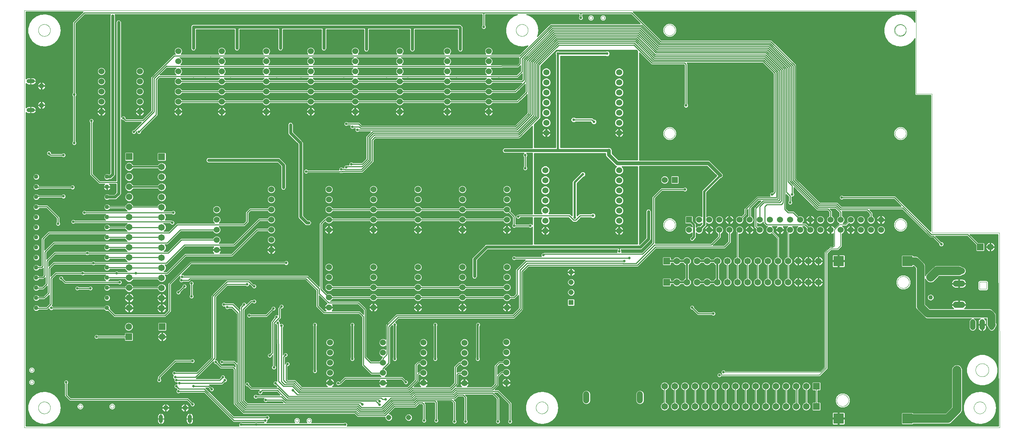
<source format=gbl>
G75*
%MOIN*%
%OFA0B0*%
%FSLAX25Y25*%
%IPPOS*%
%LPD*%
%AMOC8*
5,1,8,0,0,1.08239X$1,22.5*
%
%ADD10C,0.00000*%
%ADD11C,0.06000*%
%ADD12C,0.04362*%
%ADD13C,0.00100*%
%ADD14R,0.06500X0.06500*%
%ADD15C,0.06500*%
%ADD16R,0.06000X0.06000*%
%ADD17C,0.06000*%
%ADD18C,0.05200*%
%ADD19C,0.04000*%
%ADD20C,0.05150*%
%ADD21R,0.05150X0.05150*%
%ADD22R,0.09843X0.09843*%
%ADD23C,0.01000*%
%ADD24C,0.02578*%
%ADD25C,0.03000*%
%ADD26C,0.02000*%
%ADD27C,0.03500*%
%ADD28C,0.02400*%
%ADD29C,0.00600*%
%ADD30C,0.08500*%
%ADD31C,0.07500*%
%ADD32C,0.01500*%
D10*
X0011835Y0013500D02*
X0011835Y0426886D01*
X0893724Y0426886D01*
X0893724Y0344209D01*
X0909472Y0344209D01*
X0909472Y0206413D01*
X0975921Y0206413D01*
X0976402Y0013500D01*
X0011835Y0013500D01*
X0025614Y0033185D02*
X0025616Y0033338D01*
X0025622Y0033492D01*
X0025632Y0033645D01*
X0025646Y0033797D01*
X0025664Y0033950D01*
X0025686Y0034101D01*
X0025711Y0034252D01*
X0025741Y0034403D01*
X0025775Y0034553D01*
X0025812Y0034701D01*
X0025853Y0034849D01*
X0025898Y0034995D01*
X0025947Y0035141D01*
X0026000Y0035285D01*
X0026056Y0035427D01*
X0026116Y0035568D01*
X0026180Y0035708D01*
X0026247Y0035846D01*
X0026318Y0035982D01*
X0026393Y0036116D01*
X0026470Y0036248D01*
X0026552Y0036378D01*
X0026636Y0036506D01*
X0026724Y0036632D01*
X0026815Y0036755D01*
X0026909Y0036876D01*
X0027007Y0036994D01*
X0027107Y0037110D01*
X0027211Y0037223D01*
X0027317Y0037334D01*
X0027426Y0037442D01*
X0027538Y0037547D01*
X0027652Y0037648D01*
X0027770Y0037747D01*
X0027889Y0037843D01*
X0028011Y0037936D01*
X0028136Y0038025D01*
X0028263Y0038112D01*
X0028392Y0038194D01*
X0028523Y0038274D01*
X0028656Y0038350D01*
X0028791Y0038423D01*
X0028928Y0038492D01*
X0029067Y0038557D01*
X0029207Y0038619D01*
X0029349Y0038677D01*
X0029492Y0038732D01*
X0029637Y0038783D01*
X0029783Y0038830D01*
X0029930Y0038873D01*
X0030078Y0038912D01*
X0030227Y0038948D01*
X0030377Y0038979D01*
X0030528Y0039007D01*
X0030679Y0039031D01*
X0030832Y0039051D01*
X0030984Y0039067D01*
X0031137Y0039079D01*
X0031290Y0039087D01*
X0031443Y0039091D01*
X0031597Y0039091D01*
X0031750Y0039087D01*
X0031903Y0039079D01*
X0032056Y0039067D01*
X0032208Y0039051D01*
X0032361Y0039031D01*
X0032512Y0039007D01*
X0032663Y0038979D01*
X0032813Y0038948D01*
X0032962Y0038912D01*
X0033110Y0038873D01*
X0033257Y0038830D01*
X0033403Y0038783D01*
X0033548Y0038732D01*
X0033691Y0038677D01*
X0033833Y0038619D01*
X0033973Y0038557D01*
X0034112Y0038492D01*
X0034249Y0038423D01*
X0034384Y0038350D01*
X0034517Y0038274D01*
X0034648Y0038194D01*
X0034777Y0038112D01*
X0034904Y0038025D01*
X0035029Y0037936D01*
X0035151Y0037843D01*
X0035270Y0037747D01*
X0035388Y0037648D01*
X0035502Y0037547D01*
X0035614Y0037442D01*
X0035723Y0037334D01*
X0035829Y0037223D01*
X0035933Y0037110D01*
X0036033Y0036994D01*
X0036131Y0036876D01*
X0036225Y0036755D01*
X0036316Y0036632D01*
X0036404Y0036506D01*
X0036488Y0036378D01*
X0036570Y0036248D01*
X0036647Y0036116D01*
X0036722Y0035982D01*
X0036793Y0035846D01*
X0036860Y0035708D01*
X0036924Y0035568D01*
X0036984Y0035427D01*
X0037040Y0035285D01*
X0037093Y0035141D01*
X0037142Y0034995D01*
X0037187Y0034849D01*
X0037228Y0034701D01*
X0037265Y0034553D01*
X0037299Y0034403D01*
X0037329Y0034252D01*
X0037354Y0034101D01*
X0037376Y0033950D01*
X0037394Y0033797D01*
X0037408Y0033645D01*
X0037418Y0033492D01*
X0037424Y0033338D01*
X0037426Y0033185D01*
X0037424Y0033032D01*
X0037418Y0032878D01*
X0037408Y0032725D01*
X0037394Y0032573D01*
X0037376Y0032420D01*
X0037354Y0032269D01*
X0037329Y0032118D01*
X0037299Y0031967D01*
X0037265Y0031817D01*
X0037228Y0031669D01*
X0037187Y0031521D01*
X0037142Y0031375D01*
X0037093Y0031229D01*
X0037040Y0031085D01*
X0036984Y0030943D01*
X0036924Y0030802D01*
X0036860Y0030662D01*
X0036793Y0030524D01*
X0036722Y0030388D01*
X0036647Y0030254D01*
X0036570Y0030122D01*
X0036488Y0029992D01*
X0036404Y0029864D01*
X0036316Y0029738D01*
X0036225Y0029615D01*
X0036131Y0029494D01*
X0036033Y0029376D01*
X0035933Y0029260D01*
X0035829Y0029147D01*
X0035723Y0029036D01*
X0035614Y0028928D01*
X0035502Y0028823D01*
X0035388Y0028722D01*
X0035270Y0028623D01*
X0035151Y0028527D01*
X0035029Y0028434D01*
X0034904Y0028345D01*
X0034777Y0028258D01*
X0034648Y0028176D01*
X0034517Y0028096D01*
X0034384Y0028020D01*
X0034249Y0027947D01*
X0034112Y0027878D01*
X0033973Y0027813D01*
X0033833Y0027751D01*
X0033691Y0027693D01*
X0033548Y0027638D01*
X0033403Y0027587D01*
X0033257Y0027540D01*
X0033110Y0027497D01*
X0032962Y0027458D01*
X0032813Y0027422D01*
X0032663Y0027391D01*
X0032512Y0027363D01*
X0032361Y0027339D01*
X0032208Y0027319D01*
X0032056Y0027303D01*
X0031903Y0027291D01*
X0031750Y0027283D01*
X0031597Y0027279D01*
X0031443Y0027279D01*
X0031290Y0027283D01*
X0031137Y0027291D01*
X0030984Y0027303D01*
X0030832Y0027319D01*
X0030679Y0027339D01*
X0030528Y0027363D01*
X0030377Y0027391D01*
X0030227Y0027422D01*
X0030078Y0027458D01*
X0029930Y0027497D01*
X0029783Y0027540D01*
X0029637Y0027587D01*
X0029492Y0027638D01*
X0029349Y0027693D01*
X0029207Y0027751D01*
X0029067Y0027813D01*
X0028928Y0027878D01*
X0028791Y0027947D01*
X0028656Y0028020D01*
X0028523Y0028096D01*
X0028392Y0028176D01*
X0028263Y0028258D01*
X0028136Y0028345D01*
X0028011Y0028434D01*
X0027889Y0028527D01*
X0027770Y0028623D01*
X0027652Y0028722D01*
X0027538Y0028823D01*
X0027426Y0028928D01*
X0027317Y0029036D01*
X0027211Y0029147D01*
X0027107Y0029260D01*
X0027007Y0029376D01*
X0026909Y0029494D01*
X0026815Y0029615D01*
X0026724Y0029738D01*
X0026636Y0029864D01*
X0026552Y0029992D01*
X0026470Y0030122D01*
X0026393Y0030254D01*
X0026318Y0030388D01*
X0026247Y0030524D01*
X0026180Y0030662D01*
X0026116Y0030802D01*
X0026056Y0030943D01*
X0026000Y0031085D01*
X0025947Y0031229D01*
X0025898Y0031375D01*
X0025853Y0031521D01*
X0025812Y0031669D01*
X0025775Y0031817D01*
X0025741Y0031967D01*
X0025711Y0032118D01*
X0025686Y0032269D01*
X0025664Y0032420D01*
X0025646Y0032573D01*
X0025632Y0032725D01*
X0025622Y0032878D01*
X0025616Y0033032D01*
X0025614Y0033185D01*
X0065334Y0034472D02*
X0065336Y0034556D01*
X0065342Y0034639D01*
X0065352Y0034722D01*
X0065366Y0034805D01*
X0065383Y0034887D01*
X0065405Y0034968D01*
X0065430Y0035047D01*
X0065459Y0035126D01*
X0065492Y0035203D01*
X0065528Y0035278D01*
X0065568Y0035352D01*
X0065611Y0035424D01*
X0065658Y0035493D01*
X0065708Y0035560D01*
X0065761Y0035625D01*
X0065817Y0035687D01*
X0065875Y0035747D01*
X0065937Y0035804D01*
X0066001Y0035857D01*
X0066068Y0035908D01*
X0066137Y0035955D01*
X0066208Y0036000D01*
X0066281Y0036040D01*
X0066356Y0036077D01*
X0066433Y0036111D01*
X0066511Y0036141D01*
X0066590Y0036167D01*
X0066671Y0036190D01*
X0066753Y0036208D01*
X0066835Y0036223D01*
X0066918Y0036234D01*
X0067001Y0036241D01*
X0067085Y0036244D01*
X0067169Y0036243D01*
X0067252Y0036238D01*
X0067336Y0036229D01*
X0067418Y0036216D01*
X0067500Y0036200D01*
X0067581Y0036179D01*
X0067662Y0036155D01*
X0067740Y0036127D01*
X0067818Y0036095D01*
X0067894Y0036059D01*
X0067968Y0036020D01*
X0068040Y0035978D01*
X0068110Y0035932D01*
X0068178Y0035883D01*
X0068243Y0035831D01*
X0068306Y0035776D01*
X0068366Y0035718D01*
X0068424Y0035657D01*
X0068478Y0035593D01*
X0068530Y0035527D01*
X0068578Y0035459D01*
X0068623Y0035388D01*
X0068664Y0035315D01*
X0068703Y0035241D01*
X0068737Y0035165D01*
X0068768Y0035087D01*
X0068795Y0035008D01*
X0068819Y0034927D01*
X0068838Y0034846D01*
X0068854Y0034764D01*
X0068866Y0034681D01*
X0068874Y0034597D01*
X0068878Y0034514D01*
X0068878Y0034430D01*
X0068874Y0034347D01*
X0068866Y0034263D01*
X0068854Y0034180D01*
X0068838Y0034098D01*
X0068819Y0034017D01*
X0068795Y0033936D01*
X0068768Y0033857D01*
X0068737Y0033779D01*
X0068703Y0033703D01*
X0068664Y0033629D01*
X0068623Y0033556D01*
X0068578Y0033485D01*
X0068530Y0033417D01*
X0068478Y0033351D01*
X0068424Y0033287D01*
X0068366Y0033226D01*
X0068306Y0033168D01*
X0068243Y0033113D01*
X0068178Y0033061D01*
X0068110Y0033012D01*
X0068040Y0032966D01*
X0067968Y0032924D01*
X0067894Y0032885D01*
X0067818Y0032849D01*
X0067740Y0032817D01*
X0067662Y0032789D01*
X0067581Y0032765D01*
X0067500Y0032744D01*
X0067418Y0032728D01*
X0067336Y0032715D01*
X0067252Y0032706D01*
X0067169Y0032701D01*
X0067085Y0032700D01*
X0067001Y0032703D01*
X0066918Y0032710D01*
X0066835Y0032721D01*
X0066753Y0032736D01*
X0066671Y0032754D01*
X0066590Y0032777D01*
X0066511Y0032803D01*
X0066433Y0032833D01*
X0066356Y0032867D01*
X0066281Y0032904D01*
X0066208Y0032944D01*
X0066137Y0032989D01*
X0066068Y0033036D01*
X0066001Y0033087D01*
X0065937Y0033140D01*
X0065875Y0033197D01*
X0065817Y0033257D01*
X0065761Y0033319D01*
X0065708Y0033384D01*
X0065658Y0033451D01*
X0065611Y0033520D01*
X0065568Y0033592D01*
X0065528Y0033666D01*
X0065492Y0033741D01*
X0065459Y0033818D01*
X0065430Y0033897D01*
X0065405Y0033976D01*
X0065383Y0034057D01*
X0065366Y0034139D01*
X0065352Y0034222D01*
X0065342Y0034305D01*
X0065336Y0034388D01*
X0065334Y0034472D01*
X0096830Y0034472D02*
X0096832Y0034556D01*
X0096838Y0034639D01*
X0096848Y0034722D01*
X0096862Y0034805D01*
X0096879Y0034887D01*
X0096901Y0034968D01*
X0096926Y0035047D01*
X0096955Y0035126D01*
X0096988Y0035203D01*
X0097024Y0035278D01*
X0097064Y0035352D01*
X0097107Y0035424D01*
X0097154Y0035493D01*
X0097204Y0035560D01*
X0097257Y0035625D01*
X0097313Y0035687D01*
X0097371Y0035747D01*
X0097433Y0035804D01*
X0097497Y0035857D01*
X0097564Y0035908D01*
X0097633Y0035955D01*
X0097704Y0036000D01*
X0097777Y0036040D01*
X0097852Y0036077D01*
X0097929Y0036111D01*
X0098007Y0036141D01*
X0098086Y0036167D01*
X0098167Y0036190D01*
X0098249Y0036208D01*
X0098331Y0036223D01*
X0098414Y0036234D01*
X0098497Y0036241D01*
X0098581Y0036244D01*
X0098665Y0036243D01*
X0098748Y0036238D01*
X0098832Y0036229D01*
X0098914Y0036216D01*
X0098996Y0036200D01*
X0099077Y0036179D01*
X0099158Y0036155D01*
X0099236Y0036127D01*
X0099314Y0036095D01*
X0099390Y0036059D01*
X0099464Y0036020D01*
X0099536Y0035978D01*
X0099606Y0035932D01*
X0099674Y0035883D01*
X0099739Y0035831D01*
X0099802Y0035776D01*
X0099862Y0035718D01*
X0099920Y0035657D01*
X0099974Y0035593D01*
X0100026Y0035527D01*
X0100074Y0035459D01*
X0100119Y0035388D01*
X0100160Y0035315D01*
X0100199Y0035241D01*
X0100233Y0035165D01*
X0100264Y0035087D01*
X0100291Y0035008D01*
X0100315Y0034927D01*
X0100334Y0034846D01*
X0100350Y0034764D01*
X0100362Y0034681D01*
X0100370Y0034597D01*
X0100374Y0034514D01*
X0100374Y0034430D01*
X0100370Y0034347D01*
X0100362Y0034263D01*
X0100350Y0034180D01*
X0100334Y0034098D01*
X0100315Y0034017D01*
X0100291Y0033936D01*
X0100264Y0033857D01*
X0100233Y0033779D01*
X0100199Y0033703D01*
X0100160Y0033629D01*
X0100119Y0033556D01*
X0100074Y0033485D01*
X0100026Y0033417D01*
X0099974Y0033351D01*
X0099920Y0033287D01*
X0099862Y0033226D01*
X0099802Y0033168D01*
X0099739Y0033113D01*
X0099674Y0033061D01*
X0099606Y0033012D01*
X0099536Y0032966D01*
X0099464Y0032924D01*
X0099390Y0032885D01*
X0099314Y0032849D01*
X0099236Y0032817D01*
X0099158Y0032789D01*
X0099077Y0032765D01*
X0098996Y0032744D01*
X0098914Y0032728D01*
X0098832Y0032715D01*
X0098748Y0032706D01*
X0098665Y0032701D01*
X0098581Y0032700D01*
X0098497Y0032703D01*
X0098414Y0032710D01*
X0098331Y0032721D01*
X0098249Y0032736D01*
X0098167Y0032754D01*
X0098086Y0032777D01*
X0098007Y0032803D01*
X0097929Y0032833D01*
X0097852Y0032867D01*
X0097777Y0032904D01*
X0097704Y0032944D01*
X0097633Y0032989D01*
X0097564Y0033036D01*
X0097497Y0033087D01*
X0097433Y0033140D01*
X0097371Y0033197D01*
X0097313Y0033257D01*
X0097257Y0033319D01*
X0097204Y0033384D01*
X0097154Y0033451D01*
X0097107Y0033520D01*
X0097064Y0033592D01*
X0097024Y0033666D01*
X0096988Y0033741D01*
X0096955Y0033818D01*
X0096926Y0033897D01*
X0096901Y0033976D01*
X0096879Y0034057D01*
X0096862Y0034139D01*
X0096848Y0034222D01*
X0096838Y0034305D01*
X0096832Y0034388D01*
X0096830Y0034472D01*
X0017400Y0058500D02*
X0017402Y0058580D01*
X0017408Y0058659D01*
X0017418Y0058738D01*
X0017432Y0058817D01*
X0017449Y0058895D01*
X0017471Y0058972D01*
X0017496Y0059047D01*
X0017526Y0059121D01*
X0017558Y0059194D01*
X0017595Y0059265D01*
X0017635Y0059334D01*
X0017678Y0059401D01*
X0017725Y0059466D01*
X0017774Y0059528D01*
X0017827Y0059588D01*
X0017883Y0059645D01*
X0017941Y0059700D01*
X0018002Y0059751D01*
X0018066Y0059799D01*
X0018132Y0059844D01*
X0018200Y0059886D01*
X0018270Y0059924D01*
X0018342Y0059958D01*
X0018415Y0059989D01*
X0018490Y0060017D01*
X0018567Y0060040D01*
X0018644Y0060060D01*
X0018722Y0060076D01*
X0018801Y0060088D01*
X0018880Y0060096D01*
X0018960Y0060100D01*
X0019040Y0060100D01*
X0019120Y0060096D01*
X0019199Y0060088D01*
X0019278Y0060076D01*
X0019356Y0060060D01*
X0019433Y0060040D01*
X0019510Y0060017D01*
X0019585Y0059989D01*
X0019658Y0059958D01*
X0019730Y0059924D01*
X0019800Y0059886D01*
X0019868Y0059844D01*
X0019934Y0059799D01*
X0019998Y0059751D01*
X0020059Y0059700D01*
X0020117Y0059645D01*
X0020173Y0059588D01*
X0020226Y0059528D01*
X0020275Y0059466D01*
X0020322Y0059401D01*
X0020365Y0059334D01*
X0020405Y0059265D01*
X0020442Y0059194D01*
X0020474Y0059121D01*
X0020504Y0059047D01*
X0020529Y0058972D01*
X0020551Y0058895D01*
X0020568Y0058817D01*
X0020582Y0058738D01*
X0020592Y0058659D01*
X0020598Y0058580D01*
X0020600Y0058500D01*
X0020598Y0058420D01*
X0020592Y0058341D01*
X0020582Y0058262D01*
X0020568Y0058183D01*
X0020551Y0058105D01*
X0020529Y0058028D01*
X0020504Y0057953D01*
X0020474Y0057879D01*
X0020442Y0057806D01*
X0020405Y0057735D01*
X0020365Y0057666D01*
X0020322Y0057599D01*
X0020275Y0057534D01*
X0020226Y0057472D01*
X0020173Y0057412D01*
X0020117Y0057355D01*
X0020059Y0057300D01*
X0019998Y0057249D01*
X0019934Y0057201D01*
X0019868Y0057156D01*
X0019800Y0057114D01*
X0019730Y0057076D01*
X0019658Y0057042D01*
X0019585Y0057011D01*
X0019510Y0056983D01*
X0019433Y0056960D01*
X0019356Y0056940D01*
X0019278Y0056924D01*
X0019199Y0056912D01*
X0019120Y0056904D01*
X0019040Y0056900D01*
X0018960Y0056900D01*
X0018880Y0056904D01*
X0018801Y0056912D01*
X0018722Y0056924D01*
X0018644Y0056940D01*
X0018567Y0056960D01*
X0018490Y0056983D01*
X0018415Y0057011D01*
X0018342Y0057042D01*
X0018270Y0057076D01*
X0018200Y0057114D01*
X0018132Y0057156D01*
X0018066Y0057201D01*
X0018002Y0057249D01*
X0017941Y0057300D01*
X0017883Y0057355D01*
X0017827Y0057412D01*
X0017774Y0057472D01*
X0017725Y0057534D01*
X0017678Y0057599D01*
X0017635Y0057666D01*
X0017595Y0057735D01*
X0017558Y0057806D01*
X0017526Y0057879D01*
X0017496Y0057953D01*
X0017471Y0058028D01*
X0017449Y0058105D01*
X0017432Y0058183D01*
X0017418Y0058262D01*
X0017408Y0058341D01*
X0017402Y0058420D01*
X0017400Y0058500D01*
X0017400Y0070500D02*
X0017402Y0070580D01*
X0017408Y0070659D01*
X0017418Y0070738D01*
X0017432Y0070817D01*
X0017449Y0070895D01*
X0017471Y0070972D01*
X0017496Y0071047D01*
X0017526Y0071121D01*
X0017558Y0071194D01*
X0017595Y0071265D01*
X0017635Y0071334D01*
X0017678Y0071401D01*
X0017725Y0071466D01*
X0017774Y0071528D01*
X0017827Y0071588D01*
X0017883Y0071645D01*
X0017941Y0071700D01*
X0018002Y0071751D01*
X0018066Y0071799D01*
X0018132Y0071844D01*
X0018200Y0071886D01*
X0018270Y0071924D01*
X0018342Y0071958D01*
X0018415Y0071989D01*
X0018490Y0072017D01*
X0018567Y0072040D01*
X0018644Y0072060D01*
X0018722Y0072076D01*
X0018801Y0072088D01*
X0018880Y0072096D01*
X0018960Y0072100D01*
X0019040Y0072100D01*
X0019120Y0072096D01*
X0019199Y0072088D01*
X0019278Y0072076D01*
X0019356Y0072060D01*
X0019433Y0072040D01*
X0019510Y0072017D01*
X0019585Y0071989D01*
X0019658Y0071958D01*
X0019730Y0071924D01*
X0019800Y0071886D01*
X0019868Y0071844D01*
X0019934Y0071799D01*
X0019998Y0071751D01*
X0020059Y0071700D01*
X0020117Y0071645D01*
X0020173Y0071588D01*
X0020226Y0071528D01*
X0020275Y0071466D01*
X0020322Y0071401D01*
X0020365Y0071334D01*
X0020405Y0071265D01*
X0020442Y0071194D01*
X0020474Y0071121D01*
X0020504Y0071047D01*
X0020529Y0070972D01*
X0020551Y0070895D01*
X0020568Y0070817D01*
X0020582Y0070738D01*
X0020592Y0070659D01*
X0020598Y0070580D01*
X0020600Y0070500D01*
X0020598Y0070420D01*
X0020592Y0070341D01*
X0020582Y0070262D01*
X0020568Y0070183D01*
X0020551Y0070105D01*
X0020529Y0070028D01*
X0020504Y0069953D01*
X0020474Y0069879D01*
X0020442Y0069806D01*
X0020405Y0069735D01*
X0020365Y0069666D01*
X0020322Y0069599D01*
X0020275Y0069534D01*
X0020226Y0069472D01*
X0020173Y0069412D01*
X0020117Y0069355D01*
X0020059Y0069300D01*
X0019998Y0069249D01*
X0019934Y0069201D01*
X0019868Y0069156D01*
X0019800Y0069114D01*
X0019730Y0069076D01*
X0019658Y0069042D01*
X0019585Y0069011D01*
X0019510Y0068983D01*
X0019433Y0068960D01*
X0019356Y0068940D01*
X0019278Y0068924D01*
X0019199Y0068912D01*
X0019120Y0068904D01*
X0019040Y0068900D01*
X0018960Y0068900D01*
X0018880Y0068904D01*
X0018801Y0068912D01*
X0018722Y0068924D01*
X0018644Y0068940D01*
X0018567Y0068960D01*
X0018490Y0068983D01*
X0018415Y0069011D01*
X0018342Y0069042D01*
X0018270Y0069076D01*
X0018200Y0069114D01*
X0018132Y0069156D01*
X0018066Y0069201D01*
X0018002Y0069249D01*
X0017941Y0069300D01*
X0017883Y0069355D01*
X0017827Y0069412D01*
X0017774Y0069472D01*
X0017725Y0069534D01*
X0017678Y0069599D01*
X0017635Y0069666D01*
X0017595Y0069735D01*
X0017558Y0069806D01*
X0017526Y0069879D01*
X0017496Y0069953D01*
X0017471Y0070028D01*
X0017449Y0070105D01*
X0017432Y0070183D01*
X0017418Y0070262D01*
X0017408Y0070341D01*
X0017402Y0070420D01*
X0017400Y0070500D01*
X0279800Y0020500D02*
X0279802Y0020580D01*
X0279808Y0020659D01*
X0279818Y0020738D01*
X0279832Y0020817D01*
X0279849Y0020895D01*
X0279871Y0020972D01*
X0279896Y0021047D01*
X0279926Y0021121D01*
X0279958Y0021194D01*
X0279995Y0021265D01*
X0280035Y0021334D01*
X0280078Y0021401D01*
X0280125Y0021466D01*
X0280174Y0021528D01*
X0280227Y0021588D01*
X0280283Y0021645D01*
X0280341Y0021700D01*
X0280402Y0021751D01*
X0280466Y0021799D01*
X0280532Y0021844D01*
X0280600Y0021886D01*
X0280670Y0021924D01*
X0280742Y0021958D01*
X0280815Y0021989D01*
X0280890Y0022017D01*
X0280967Y0022040D01*
X0281044Y0022060D01*
X0281122Y0022076D01*
X0281201Y0022088D01*
X0281280Y0022096D01*
X0281360Y0022100D01*
X0281440Y0022100D01*
X0281520Y0022096D01*
X0281599Y0022088D01*
X0281678Y0022076D01*
X0281756Y0022060D01*
X0281833Y0022040D01*
X0281910Y0022017D01*
X0281985Y0021989D01*
X0282058Y0021958D01*
X0282130Y0021924D01*
X0282200Y0021886D01*
X0282268Y0021844D01*
X0282334Y0021799D01*
X0282398Y0021751D01*
X0282459Y0021700D01*
X0282517Y0021645D01*
X0282573Y0021588D01*
X0282626Y0021528D01*
X0282675Y0021466D01*
X0282722Y0021401D01*
X0282765Y0021334D01*
X0282805Y0021265D01*
X0282842Y0021194D01*
X0282874Y0021121D01*
X0282904Y0021047D01*
X0282929Y0020972D01*
X0282951Y0020895D01*
X0282968Y0020817D01*
X0282982Y0020738D01*
X0282992Y0020659D01*
X0282998Y0020580D01*
X0283000Y0020500D01*
X0282998Y0020420D01*
X0282992Y0020341D01*
X0282982Y0020262D01*
X0282968Y0020183D01*
X0282951Y0020105D01*
X0282929Y0020028D01*
X0282904Y0019953D01*
X0282874Y0019879D01*
X0282842Y0019806D01*
X0282805Y0019735D01*
X0282765Y0019666D01*
X0282722Y0019599D01*
X0282675Y0019534D01*
X0282626Y0019472D01*
X0282573Y0019412D01*
X0282517Y0019355D01*
X0282459Y0019300D01*
X0282398Y0019249D01*
X0282334Y0019201D01*
X0282268Y0019156D01*
X0282200Y0019114D01*
X0282130Y0019076D01*
X0282058Y0019042D01*
X0281985Y0019011D01*
X0281910Y0018983D01*
X0281833Y0018960D01*
X0281756Y0018940D01*
X0281678Y0018924D01*
X0281599Y0018912D01*
X0281520Y0018904D01*
X0281440Y0018900D01*
X0281360Y0018900D01*
X0281280Y0018904D01*
X0281201Y0018912D01*
X0281122Y0018924D01*
X0281044Y0018940D01*
X0280967Y0018960D01*
X0280890Y0018983D01*
X0280815Y0019011D01*
X0280742Y0019042D01*
X0280670Y0019076D01*
X0280600Y0019114D01*
X0280532Y0019156D01*
X0280466Y0019201D01*
X0280402Y0019249D01*
X0280341Y0019300D01*
X0280283Y0019355D01*
X0280227Y0019412D01*
X0280174Y0019472D01*
X0280125Y0019534D01*
X0280078Y0019599D01*
X0280035Y0019666D01*
X0279995Y0019735D01*
X0279958Y0019806D01*
X0279926Y0019879D01*
X0279896Y0019953D01*
X0279871Y0020028D01*
X0279849Y0020105D01*
X0279832Y0020183D01*
X0279818Y0020262D01*
X0279808Y0020341D01*
X0279802Y0020420D01*
X0279800Y0020500D01*
X0291800Y0020500D02*
X0291802Y0020580D01*
X0291808Y0020659D01*
X0291818Y0020738D01*
X0291832Y0020817D01*
X0291849Y0020895D01*
X0291871Y0020972D01*
X0291896Y0021047D01*
X0291926Y0021121D01*
X0291958Y0021194D01*
X0291995Y0021265D01*
X0292035Y0021334D01*
X0292078Y0021401D01*
X0292125Y0021466D01*
X0292174Y0021528D01*
X0292227Y0021588D01*
X0292283Y0021645D01*
X0292341Y0021700D01*
X0292402Y0021751D01*
X0292466Y0021799D01*
X0292532Y0021844D01*
X0292600Y0021886D01*
X0292670Y0021924D01*
X0292742Y0021958D01*
X0292815Y0021989D01*
X0292890Y0022017D01*
X0292967Y0022040D01*
X0293044Y0022060D01*
X0293122Y0022076D01*
X0293201Y0022088D01*
X0293280Y0022096D01*
X0293360Y0022100D01*
X0293440Y0022100D01*
X0293520Y0022096D01*
X0293599Y0022088D01*
X0293678Y0022076D01*
X0293756Y0022060D01*
X0293833Y0022040D01*
X0293910Y0022017D01*
X0293985Y0021989D01*
X0294058Y0021958D01*
X0294130Y0021924D01*
X0294200Y0021886D01*
X0294268Y0021844D01*
X0294334Y0021799D01*
X0294398Y0021751D01*
X0294459Y0021700D01*
X0294517Y0021645D01*
X0294573Y0021588D01*
X0294626Y0021528D01*
X0294675Y0021466D01*
X0294722Y0021401D01*
X0294765Y0021334D01*
X0294805Y0021265D01*
X0294842Y0021194D01*
X0294874Y0021121D01*
X0294904Y0021047D01*
X0294929Y0020972D01*
X0294951Y0020895D01*
X0294968Y0020817D01*
X0294982Y0020738D01*
X0294992Y0020659D01*
X0294998Y0020580D01*
X0295000Y0020500D01*
X0294998Y0020420D01*
X0294992Y0020341D01*
X0294982Y0020262D01*
X0294968Y0020183D01*
X0294951Y0020105D01*
X0294929Y0020028D01*
X0294904Y0019953D01*
X0294874Y0019879D01*
X0294842Y0019806D01*
X0294805Y0019735D01*
X0294765Y0019666D01*
X0294722Y0019599D01*
X0294675Y0019534D01*
X0294626Y0019472D01*
X0294573Y0019412D01*
X0294517Y0019355D01*
X0294459Y0019300D01*
X0294398Y0019249D01*
X0294334Y0019201D01*
X0294268Y0019156D01*
X0294200Y0019114D01*
X0294130Y0019076D01*
X0294058Y0019042D01*
X0293985Y0019011D01*
X0293910Y0018983D01*
X0293833Y0018960D01*
X0293756Y0018940D01*
X0293678Y0018924D01*
X0293599Y0018912D01*
X0293520Y0018904D01*
X0293440Y0018900D01*
X0293360Y0018900D01*
X0293280Y0018904D01*
X0293201Y0018912D01*
X0293122Y0018924D01*
X0293044Y0018940D01*
X0292967Y0018960D01*
X0292890Y0018983D01*
X0292815Y0019011D01*
X0292742Y0019042D01*
X0292670Y0019076D01*
X0292600Y0019114D01*
X0292532Y0019156D01*
X0292466Y0019201D01*
X0292402Y0019249D01*
X0292341Y0019300D01*
X0292283Y0019355D01*
X0292227Y0019412D01*
X0292174Y0019472D01*
X0292125Y0019534D01*
X0292078Y0019599D01*
X0292035Y0019666D01*
X0291995Y0019735D01*
X0291958Y0019806D01*
X0291926Y0019879D01*
X0291896Y0019953D01*
X0291871Y0020028D01*
X0291849Y0020105D01*
X0291832Y0020183D01*
X0291818Y0020262D01*
X0291808Y0020341D01*
X0291802Y0020420D01*
X0291800Y0020500D01*
X0517740Y0033185D02*
X0517742Y0033338D01*
X0517748Y0033492D01*
X0517758Y0033645D01*
X0517772Y0033797D01*
X0517790Y0033950D01*
X0517812Y0034101D01*
X0517837Y0034252D01*
X0517867Y0034403D01*
X0517901Y0034553D01*
X0517938Y0034701D01*
X0517979Y0034849D01*
X0518024Y0034995D01*
X0518073Y0035141D01*
X0518126Y0035285D01*
X0518182Y0035427D01*
X0518242Y0035568D01*
X0518306Y0035708D01*
X0518373Y0035846D01*
X0518444Y0035982D01*
X0518519Y0036116D01*
X0518596Y0036248D01*
X0518678Y0036378D01*
X0518762Y0036506D01*
X0518850Y0036632D01*
X0518941Y0036755D01*
X0519035Y0036876D01*
X0519133Y0036994D01*
X0519233Y0037110D01*
X0519337Y0037223D01*
X0519443Y0037334D01*
X0519552Y0037442D01*
X0519664Y0037547D01*
X0519778Y0037648D01*
X0519896Y0037747D01*
X0520015Y0037843D01*
X0520137Y0037936D01*
X0520262Y0038025D01*
X0520389Y0038112D01*
X0520518Y0038194D01*
X0520649Y0038274D01*
X0520782Y0038350D01*
X0520917Y0038423D01*
X0521054Y0038492D01*
X0521193Y0038557D01*
X0521333Y0038619D01*
X0521475Y0038677D01*
X0521618Y0038732D01*
X0521763Y0038783D01*
X0521909Y0038830D01*
X0522056Y0038873D01*
X0522204Y0038912D01*
X0522353Y0038948D01*
X0522503Y0038979D01*
X0522654Y0039007D01*
X0522805Y0039031D01*
X0522958Y0039051D01*
X0523110Y0039067D01*
X0523263Y0039079D01*
X0523416Y0039087D01*
X0523569Y0039091D01*
X0523723Y0039091D01*
X0523876Y0039087D01*
X0524029Y0039079D01*
X0524182Y0039067D01*
X0524334Y0039051D01*
X0524487Y0039031D01*
X0524638Y0039007D01*
X0524789Y0038979D01*
X0524939Y0038948D01*
X0525088Y0038912D01*
X0525236Y0038873D01*
X0525383Y0038830D01*
X0525529Y0038783D01*
X0525674Y0038732D01*
X0525817Y0038677D01*
X0525959Y0038619D01*
X0526099Y0038557D01*
X0526238Y0038492D01*
X0526375Y0038423D01*
X0526510Y0038350D01*
X0526643Y0038274D01*
X0526774Y0038194D01*
X0526903Y0038112D01*
X0527030Y0038025D01*
X0527155Y0037936D01*
X0527277Y0037843D01*
X0527396Y0037747D01*
X0527514Y0037648D01*
X0527628Y0037547D01*
X0527740Y0037442D01*
X0527849Y0037334D01*
X0527955Y0037223D01*
X0528059Y0037110D01*
X0528159Y0036994D01*
X0528257Y0036876D01*
X0528351Y0036755D01*
X0528442Y0036632D01*
X0528530Y0036506D01*
X0528614Y0036378D01*
X0528696Y0036248D01*
X0528773Y0036116D01*
X0528848Y0035982D01*
X0528919Y0035846D01*
X0528986Y0035708D01*
X0529050Y0035568D01*
X0529110Y0035427D01*
X0529166Y0035285D01*
X0529219Y0035141D01*
X0529268Y0034995D01*
X0529313Y0034849D01*
X0529354Y0034701D01*
X0529391Y0034553D01*
X0529425Y0034403D01*
X0529455Y0034252D01*
X0529480Y0034101D01*
X0529502Y0033950D01*
X0529520Y0033797D01*
X0529534Y0033645D01*
X0529544Y0033492D01*
X0529550Y0033338D01*
X0529552Y0033185D01*
X0529550Y0033032D01*
X0529544Y0032878D01*
X0529534Y0032725D01*
X0529520Y0032573D01*
X0529502Y0032420D01*
X0529480Y0032269D01*
X0529455Y0032118D01*
X0529425Y0031967D01*
X0529391Y0031817D01*
X0529354Y0031669D01*
X0529313Y0031521D01*
X0529268Y0031375D01*
X0529219Y0031229D01*
X0529166Y0031085D01*
X0529110Y0030943D01*
X0529050Y0030802D01*
X0528986Y0030662D01*
X0528919Y0030524D01*
X0528848Y0030388D01*
X0528773Y0030254D01*
X0528696Y0030122D01*
X0528614Y0029992D01*
X0528530Y0029864D01*
X0528442Y0029738D01*
X0528351Y0029615D01*
X0528257Y0029494D01*
X0528159Y0029376D01*
X0528059Y0029260D01*
X0527955Y0029147D01*
X0527849Y0029036D01*
X0527740Y0028928D01*
X0527628Y0028823D01*
X0527514Y0028722D01*
X0527396Y0028623D01*
X0527277Y0028527D01*
X0527155Y0028434D01*
X0527030Y0028345D01*
X0526903Y0028258D01*
X0526774Y0028176D01*
X0526643Y0028096D01*
X0526510Y0028020D01*
X0526375Y0027947D01*
X0526238Y0027878D01*
X0526099Y0027813D01*
X0525959Y0027751D01*
X0525817Y0027693D01*
X0525674Y0027638D01*
X0525529Y0027587D01*
X0525383Y0027540D01*
X0525236Y0027497D01*
X0525088Y0027458D01*
X0524939Y0027422D01*
X0524789Y0027391D01*
X0524638Y0027363D01*
X0524487Y0027339D01*
X0524334Y0027319D01*
X0524182Y0027303D01*
X0524029Y0027291D01*
X0523876Y0027283D01*
X0523723Y0027279D01*
X0523569Y0027279D01*
X0523416Y0027283D01*
X0523263Y0027291D01*
X0523110Y0027303D01*
X0522958Y0027319D01*
X0522805Y0027339D01*
X0522654Y0027363D01*
X0522503Y0027391D01*
X0522353Y0027422D01*
X0522204Y0027458D01*
X0522056Y0027497D01*
X0521909Y0027540D01*
X0521763Y0027587D01*
X0521618Y0027638D01*
X0521475Y0027693D01*
X0521333Y0027751D01*
X0521193Y0027813D01*
X0521054Y0027878D01*
X0520917Y0027947D01*
X0520782Y0028020D01*
X0520649Y0028096D01*
X0520518Y0028176D01*
X0520389Y0028258D01*
X0520262Y0028345D01*
X0520137Y0028434D01*
X0520015Y0028527D01*
X0519896Y0028623D01*
X0519778Y0028722D01*
X0519664Y0028823D01*
X0519552Y0028928D01*
X0519443Y0029036D01*
X0519337Y0029147D01*
X0519233Y0029260D01*
X0519133Y0029376D01*
X0519035Y0029494D01*
X0518941Y0029615D01*
X0518850Y0029738D01*
X0518762Y0029864D01*
X0518678Y0029992D01*
X0518596Y0030122D01*
X0518519Y0030254D01*
X0518444Y0030388D01*
X0518373Y0030524D01*
X0518306Y0030662D01*
X0518242Y0030802D01*
X0518182Y0030943D01*
X0518126Y0031085D01*
X0518073Y0031229D01*
X0518024Y0031375D01*
X0517979Y0031521D01*
X0517938Y0031669D01*
X0517901Y0031817D01*
X0517867Y0031967D01*
X0517837Y0032118D01*
X0517812Y0032269D01*
X0517790Y0032420D01*
X0517772Y0032573D01*
X0517758Y0032725D01*
X0517748Y0032878D01*
X0517742Y0033032D01*
X0517740Y0033185D01*
X0815094Y0040500D02*
X0815096Y0040653D01*
X0815102Y0040807D01*
X0815112Y0040960D01*
X0815126Y0041112D01*
X0815144Y0041265D01*
X0815166Y0041416D01*
X0815191Y0041567D01*
X0815221Y0041718D01*
X0815255Y0041868D01*
X0815292Y0042016D01*
X0815333Y0042164D01*
X0815378Y0042310D01*
X0815427Y0042456D01*
X0815480Y0042600D01*
X0815536Y0042742D01*
X0815596Y0042883D01*
X0815660Y0043023D01*
X0815727Y0043161D01*
X0815798Y0043297D01*
X0815873Y0043431D01*
X0815950Y0043563D01*
X0816032Y0043693D01*
X0816116Y0043821D01*
X0816204Y0043947D01*
X0816295Y0044070D01*
X0816389Y0044191D01*
X0816487Y0044309D01*
X0816587Y0044425D01*
X0816691Y0044538D01*
X0816797Y0044649D01*
X0816906Y0044757D01*
X0817018Y0044862D01*
X0817132Y0044963D01*
X0817250Y0045062D01*
X0817369Y0045158D01*
X0817491Y0045251D01*
X0817616Y0045340D01*
X0817743Y0045427D01*
X0817872Y0045509D01*
X0818003Y0045589D01*
X0818136Y0045665D01*
X0818271Y0045738D01*
X0818408Y0045807D01*
X0818547Y0045872D01*
X0818687Y0045934D01*
X0818829Y0045992D01*
X0818972Y0046047D01*
X0819117Y0046098D01*
X0819263Y0046145D01*
X0819410Y0046188D01*
X0819558Y0046227D01*
X0819707Y0046263D01*
X0819857Y0046294D01*
X0820008Y0046322D01*
X0820159Y0046346D01*
X0820312Y0046366D01*
X0820464Y0046382D01*
X0820617Y0046394D01*
X0820770Y0046402D01*
X0820923Y0046406D01*
X0821077Y0046406D01*
X0821230Y0046402D01*
X0821383Y0046394D01*
X0821536Y0046382D01*
X0821688Y0046366D01*
X0821841Y0046346D01*
X0821992Y0046322D01*
X0822143Y0046294D01*
X0822293Y0046263D01*
X0822442Y0046227D01*
X0822590Y0046188D01*
X0822737Y0046145D01*
X0822883Y0046098D01*
X0823028Y0046047D01*
X0823171Y0045992D01*
X0823313Y0045934D01*
X0823453Y0045872D01*
X0823592Y0045807D01*
X0823729Y0045738D01*
X0823864Y0045665D01*
X0823997Y0045589D01*
X0824128Y0045509D01*
X0824257Y0045427D01*
X0824384Y0045340D01*
X0824509Y0045251D01*
X0824631Y0045158D01*
X0824750Y0045062D01*
X0824868Y0044963D01*
X0824982Y0044862D01*
X0825094Y0044757D01*
X0825203Y0044649D01*
X0825309Y0044538D01*
X0825413Y0044425D01*
X0825513Y0044309D01*
X0825611Y0044191D01*
X0825705Y0044070D01*
X0825796Y0043947D01*
X0825884Y0043821D01*
X0825968Y0043693D01*
X0826050Y0043563D01*
X0826127Y0043431D01*
X0826202Y0043297D01*
X0826273Y0043161D01*
X0826340Y0043023D01*
X0826404Y0042883D01*
X0826464Y0042742D01*
X0826520Y0042600D01*
X0826573Y0042456D01*
X0826622Y0042310D01*
X0826667Y0042164D01*
X0826708Y0042016D01*
X0826745Y0041868D01*
X0826779Y0041718D01*
X0826809Y0041567D01*
X0826834Y0041416D01*
X0826856Y0041265D01*
X0826874Y0041112D01*
X0826888Y0040960D01*
X0826898Y0040807D01*
X0826904Y0040653D01*
X0826906Y0040500D01*
X0826904Y0040347D01*
X0826898Y0040193D01*
X0826888Y0040040D01*
X0826874Y0039888D01*
X0826856Y0039735D01*
X0826834Y0039584D01*
X0826809Y0039433D01*
X0826779Y0039282D01*
X0826745Y0039132D01*
X0826708Y0038984D01*
X0826667Y0038836D01*
X0826622Y0038690D01*
X0826573Y0038544D01*
X0826520Y0038400D01*
X0826464Y0038258D01*
X0826404Y0038117D01*
X0826340Y0037977D01*
X0826273Y0037839D01*
X0826202Y0037703D01*
X0826127Y0037569D01*
X0826050Y0037437D01*
X0825968Y0037307D01*
X0825884Y0037179D01*
X0825796Y0037053D01*
X0825705Y0036930D01*
X0825611Y0036809D01*
X0825513Y0036691D01*
X0825413Y0036575D01*
X0825309Y0036462D01*
X0825203Y0036351D01*
X0825094Y0036243D01*
X0824982Y0036138D01*
X0824868Y0036037D01*
X0824750Y0035938D01*
X0824631Y0035842D01*
X0824509Y0035749D01*
X0824384Y0035660D01*
X0824257Y0035573D01*
X0824128Y0035491D01*
X0823997Y0035411D01*
X0823864Y0035335D01*
X0823729Y0035262D01*
X0823592Y0035193D01*
X0823453Y0035128D01*
X0823313Y0035066D01*
X0823171Y0035008D01*
X0823028Y0034953D01*
X0822883Y0034902D01*
X0822737Y0034855D01*
X0822590Y0034812D01*
X0822442Y0034773D01*
X0822293Y0034737D01*
X0822143Y0034706D01*
X0821992Y0034678D01*
X0821841Y0034654D01*
X0821688Y0034634D01*
X0821536Y0034618D01*
X0821383Y0034606D01*
X0821230Y0034598D01*
X0821077Y0034594D01*
X0820923Y0034594D01*
X0820770Y0034598D01*
X0820617Y0034606D01*
X0820464Y0034618D01*
X0820312Y0034634D01*
X0820159Y0034654D01*
X0820008Y0034678D01*
X0819857Y0034706D01*
X0819707Y0034737D01*
X0819558Y0034773D01*
X0819410Y0034812D01*
X0819263Y0034855D01*
X0819117Y0034902D01*
X0818972Y0034953D01*
X0818829Y0035008D01*
X0818687Y0035066D01*
X0818547Y0035128D01*
X0818408Y0035193D01*
X0818271Y0035262D01*
X0818136Y0035335D01*
X0818003Y0035411D01*
X0817872Y0035491D01*
X0817743Y0035573D01*
X0817616Y0035660D01*
X0817491Y0035749D01*
X0817369Y0035842D01*
X0817250Y0035938D01*
X0817132Y0036037D01*
X0817018Y0036138D01*
X0816906Y0036243D01*
X0816797Y0036351D01*
X0816691Y0036462D01*
X0816587Y0036575D01*
X0816487Y0036691D01*
X0816389Y0036809D01*
X0816295Y0036930D01*
X0816204Y0037053D01*
X0816116Y0037179D01*
X0816032Y0037307D01*
X0815950Y0037437D01*
X0815873Y0037569D01*
X0815798Y0037703D01*
X0815727Y0037839D01*
X0815660Y0037977D01*
X0815596Y0038117D01*
X0815536Y0038258D01*
X0815480Y0038400D01*
X0815427Y0038544D01*
X0815378Y0038690D01*
X0815333Y0038836D01*
X0815292Y0038984D01*
X0815255Y0039132D01*
X0815221Y0039282D01*
X0815191Y0039433D01*
X0815166Y0039584D01*
X0815144Y0039735D01*
X0815126Y0039888D01*
X0815112Y0040040D01*
X0815102Y0040193D01*
X0815096Y0040347D01*
X0815094Y0040500D01*
X0950811Y0033185D02*
X0950813Y0033338D01*
X0950819Y0033492D01*
X0950829Y0033645D01*
X0950843Y0033797D01*
X0950861Y0033950D01*
X0950883Y0034101D01*
X0950908Y0034252D01*
X0950938Y0034403D01*
X0950972Y0034553D01*
X0951009Y0034701D01*
X0951050Y0034849D01*
X0951095Y0034995D01*
X0951144Y0035141D01*
X0951197Y0035285D01*
X0951253Y0035427D01*
X0951313Y0035568D01*
X0951377Y0035708D01*
X0951444Y0035846D01*
X0951515Y0035982D01*
X0951590Y0036116D01*
X0951667Y0036248D01*
X0951749Y0036378D01*
X0951833Y0036506D01*
X0951921Y0036632D01*
X0952012Y0036755D01*
X0952106Y0036876D01*
X0952204Y0036994D01*
X0952304Y0037110D01*
X0952408Y0037223D01*
X0952514Y0037334D01*
X0952623Y0037442D01*
X0952735Y0037547D01*
X0952849Y0037648D01*
X0952967Y0037747D01*
X0953086Y0037843D01*
X0953208Y0037936D01*
X0953333Y0038025D01*
X0953460Y0038112D01*
X0953589Y0038194D01*
X0953720Y0038274D01*
X0953853Y0038350D01*
X0953988Y0038423D01*
X0954125Y0038492D01*
X0954264Y0038557D01*
X0954404Y0038619D01*
X0954546Y0038677D01*
X0954689Y0038732D01*
X0954834Y0038783D01*
X0954980Y0038830D01*
X0955127Y0038873D01*
X0955275Y0038912D01*
X0955424Y0038948D01*
X0955574Y0038979D01*
X0955725Y0039007D01*
X0955876Y0039031D01*
X0956029Y0039051D01*
X0956181Y0039067D01*
X0956334Y0039079D01*
X0956487Y0039087D01*
X0956640Y0039091D01*
X0956794Y0039091D01*
X0956947Y0039087D01*
X0957100Y0039079D01*
X0957253Y0039067D01*
X0957405Y0039051D01*
X0957558Y0039031D01*
X0957709Y0039007D01*
X0957860Y0038979D01*
X0958010Y0038948D01*
X0958159Y0038912D01*
X0958307Y0038873D01*
X0958454Y0038830D01*
X0958600Y0038783D01*
X0958745Y0038732D01*
X0958888Y0038677D01*
X0959030Y0038619D01*
X0959170Y0038557D01*
X0959309Y0038492D01*
X0959446Y0038423D01*
X0959581Y0038350D01*
X0959714Y0038274D01*
X0959845Y0038194D01*
X0959974Y0038112D01*
X0960101Y0038025D01*
X0960226Y0037936D01*
X0960348Y0037843D01*
X0960467Y0037747D01*
X0960585Y0037648D01*
X0960699Y0037547D01*
X0960811Y0037442D01*
X0960920Y0037334D01*
X0961026Y0037223D01*
X0961130Y0037110D01*
X0961230Y0036994D01*
X0961328Y0036876D01*
X0961422Y0036755D01*
X0961513Y0036632D01*
X0961601Y0036506D01*
X0961685Y0036378D01*
X0961767Y0036248D01*
X0961844Y0036116D01*
X0961919Y0035982D01*
X0961990Y0035846D01*
X0962057Y0035708D01*
X0962121Y0035568D01*
X0962181Y0035427D01*
X0962237Y0035285D01*
X0962290Y0035141D01*
X0962339Y0034995D01*
X0962384Y0034849D01*
X0962425Y0034701D01*
X0962462Y0034553D01*
X0962496Y0034403D01*
X0962526Y0034252D01*
X0962551Y0034101D01*
X0962573Y0033950D01*
X0962591Y0033797D01*
X0962605Y0033645D01*
X0962615Y0033492D01*
X0962621Y0033338D01*
X0962623Y0033185D01*
X0962621Y0033032D01*
X0962615Y0032878D01*
X0962605Y0032725D01*
X0962591Y0032573D01*
X0962573Y0032420D01*
X0962551Y0032269D01*
X0962526Y0032118D01*
X0962496Y0031967D01*
X0962462Y0031817D01*
X0962425Y0031669D01*
X0962384Y0031521D01*
X0962339Y0031375D01*
X0962290Y0031229D01*
X0962237Y0031085D01*
X0962181Y0030943D01*
X0962121Y0030802D01*
X0962057Y0030662D01*
X0961990Y0030524D01*
X0961919Y0030388D01*
X0961844Y0030254D01*
X0961767Y0030122D01*
X0961685Y0029992D01*
X0961601Y0029864D01*
X0961513Y0029738D01*
X0961422Y0029615D01*
X0961328Y0029494D01*
X0961230Y0029376D01*
X0961130Y0029260D01*
X0961026Y0029147D01*
X0960920Y0029036D01*
X0960811Y0028928D01*
X0960699Y0028823D01*
X0960585Y0028722D01*
X0960467Y0028623D01*
X0960348Y0028527D01*
X0960226Y0028434D01*
X0960101Y0028345D01*
X0959974Y0028258D01*
X0959845Y0028176D01*
X0959714Y0028096D01*
X0959581Y0028020D01*
X0959446Y0027947D01*
X0959309Y0027878D01*
X0959170Y0027813D01*
X0959030Y0027751D01*
X0958888Y0027693D01*
X0958745Y0027638D01*
X0958600Y0027587D01*
X0958454Y0027540D01*
X0958307Y0027497D01*
X0958159Y0027458D01*
X0958010Y0027422D01*
X0957860Y0027391D01*
X0957709Y0027363D01*
X0957558Y0027339D01*
X0957405Y0027319D01*
X0957253Y0027303D01*
X0957100Y0027291D01*
X0956947Y0027283D01*
X0956794Y0027279D01*
X0956640Y0027279D01*
X0956487Y0027283D01*
X0956334Y0027291D01*
X0956181Y0027303D01*
X0956029Y0027319D01*
X0955876Y0027339D01*
X0955725Y0027363D01*
X0955574Y0027391D01*
X0955424Y0027422D01*
X0955275Y0027458D01*
X0955127Y0027497D01*
X0954980Y0027540D01*
X0954834Y0027587D01*
X0954689Y0027638D01*
X0954546Y0027693D01*
X0954404Y0027751D01*
X0954264Y0027813D01*
X0954125Y0027878D01*
X0953988Y0027947D01*
X0953853Y0028020D01*
X0953720Y0028096D01*
X0953589Y0028176D01*
X0953460Y0028258D01*
X0953333Y0028345D01*
X0953208Y0028434D01*
X0953086Y0028527D01*
X0952967Y0028623D01*
X0952849Y0028722D01*
X0952735Y0028823D01*
X0952623Y0028928D01*
X0952514Y0029036D01*
X0952408Y0029147D01*
X0952304Y0029260D01*
X0952204Y0029376D01*
X0952106Y0029494D01*
X0952012Y0029615D01*
X0951921Y0029738D01*
X0951833Y0029864D01*
X0951749Y0029992D01*
X0951667Y0030122D01*
X0951590Y0030254D01*
X0951515Y0030388D01*
X0951444Y0030524D01*
X0951377Y0030662D01*
X0951313Y0030802D01*
X0951253Y0030943D01*
X0951197Y0031085D01*
X0951144Y0031229D01*
X0951095Y0031375D01*
X0951050Y0031521D01*
X0951009Y0031669D01*
X0950972Y0031817D01*
X0950938Y0031967D01*
X0950908Y0032118D01*
X0950883Y0032269D01*
X0950861Y0032420D01*
X0950843Y0032573D01*
X0950829Y0032725D01*
X0950819Y0032878D01*
X0950813Y0033032D01*
X0950811Y0033185D01*
X0952500Y0070500D02*
X0952502Y0070661D01*
X0952508Y0070821D01*
X0952518Y0070982D01*
X0952532Y0071142D01*
X0952550Y0071302D01*
X0952571Y0071461D01*
X0952597Y0071620D01*
X0952627Y0071778D01*
X0952660Y0071935D01*
X0952698Y0072092D01*
X0952739Y0072247D01*
X0952784Y0072401D01*
X0952833Y0072554D01*
X0952886Y0072706D01*
X0952942Y0072857D01*
X0953003Y0073006D01*
X0953066Y0073154D01*
X0953134Y0073300D01*
X0953205Y0073444D01*
X0953279Y0073586D01*
X0953357Y0073727D01*
X0953439Y0073865D01*
X0953524Y0074002D01*
X0953612Y0074136D01*
X0953704Y0074268D01*
X0953799Y0074398D01*
X0953897Y0074526D01*
X0953998Y0074651D01*
X0954102Y0074773D01*
X0954209Y0074893D01*
X0954319Y0075010D01*
X0954432Y0075125D01*
X0954548Y0075236D01*
X0954667Y0075345D01*
X0954788Y0075450D01*
X0954912Y0075553D01*
X0955038Y0075653D01*
X0955166Y0075749D01*
X0955297Y0075842D01*
X0955431Y0075932D01*
X0955566Y0076019D01*
X0955704Y0076102D01*
X0955843Y0076182D01*
X0955985Y0076258D01*
X0956128Y0076331D01*
X0956273Y0076400D01*
X0956420Y0076466D01*
X0956568Y0076528D01*
X0956718Y0076586D01*
X0956869Y0076641D01*
X0957022Y0076692D01*
X0957176Y0076739D01*
X0957331Y0076782D01*
X0957487Y0076821D01*
X0957643Y0076857D01*
X0957801Y0076888D01*
X0957959Y0076916D01*
X0958118Y0076940D01*
X0958278Y0076960D01*
X0958438Y0076976D01*
X0958598Y0076988D01*
X0958759Y0076996D01*
X0958920Y0077000D01*
X0959080Y0077000D01*
X0959241Y0076996D01*
X0959402Y0076988D01*
X0959562Y0076976D01*
X0959722Y0076960D01*
X0959882Y0076940D01*
X0960041Y0076916D01*
X0960199Y0076888D01*
X0960357Y0076857D01*
X0960513Y0076821D01*
X0960669Y0076782D01*
X0960824Y0076739D01*
X0960978Y0076692D01*
X0961131Y0076641D01*
X0961282Y0076586D01*
X0961432Y0076528D01*
X0961580Y0076466D01*
X0961727Y0076400D01*
X0961872Y0076331D01*
X0962015Y0076258D01*
X0962157Y0076182D01*
X0962296Y0076102D01*
X0962434Y0076019D01*
X0962569Y0075932D01*
X0962703Y0075842D01*
X0962834Y0075749D01*
X0962962Y0075653D01*
X0963088Y0075553D01*
X0963212Y0075450D01*
X0963333Y0075345D01*
X0963452Y0075236D01*
X0963568Y0075125D01*
X0963681Y0075010D01*
X0963791Y0074893D01*
X0963898Y0074773D01*
X0964002Y0074651D01*
X0964103Y0074526D01*
X0964201Y0074398D01*
X0964296Y0074268D01*
X0964388Y0074136D01*
X0964476Y0074002D01*
X0964561Y0073865D01*
X0964643Y0073727D01*
X0964721Y0073586D01*
X0964795Y0073444D01*
X0964866Y0073300D01*
X0964934Y0073154D01*
X0964997Y0073006D01*
X0965058Y0072857D01*
X0965114Y0072706D01*
X0965167Y0072554D01*
X0965216Y0072401D01*
X0965261Y0072247D01*
X0965302Y0072092D01*
X0965340Y0071935D01*
X0965373Y0071778D01*
X0965403Y0071620D01*
X0965429Y0071461D01*
X0965450Y0071302D01*
X0965468Y0071142D01*
X0965482Y0070982D01*
X0965492Y0070821D01*
X0965498Y0070661D01*
X0965500Y0070500D01*
X0965498Y0070339D01*
X0965492Y0070179D01*
X0965482Y0070018D01*
X0965468Y0069858D01*
X0965450Y0069698D01*
X0965429Y0069539D01*
X0965403Y0069380D01*
X0965373Y0069222D01*
X0965340Y0069065D01*
X0965302Y0068908D01*
X0965261Y0068753D01*
X0965216Y0068599D01*
X0965167Y0068446D01*
X0965114Y0068294D01*
X0965058Y0068143D01*
X0964997Y0067994D01*
X0964934Y0067846D01*
X0964866Y0067700D01*
X0964795Y0067556D01*
X0964721Y0067414D01*
X0964643Y0067273D01*
X0964561Y0067135D01*
X0964476Y0066998D01*
X0964388Y0066864D01*
X0964296Y0066732D01*
X0964201Y0066602D01*
X0964103Y0066474D01*
X0964002Y0066349D01*
X0963898Y0066227D01*
X0963791Y0066107D01*
X0963681Y0065990D01*
X0963568Y0065875D01*
X0963452Y0065764D01*
X0963333Y0065655D01*
X0963212Y0065550D01*
X0963088Y0065447D01*
X0962962Y0065347D01*
X0962834Y0065251D01*
X0962703Y0065158D01*
X0962569Y0065068D01*
X0962434Y0064981D01*
X0962296Y0064898D01*
X0962157Y0064818D01*
X0962015Y0064742D01*
X0961872Y0064669D01*
X0961727Y0064600D01*
X0961580Y0064534D01*
X0961432Y0064472D01*
X0961282Y0064414D01*
X0961131Y0064359D01*
X0960978Y0064308D01*
X0960824Y0064261D01*
X0960669Y0064218D01*
X0960513Y0064179D01*
X0960357Y0064143D01*
X0960199Y0064112D01*
X0960041Y0064084D01*
X0959882Y0064060D01*
X0959722Y0064040D01*
X0959562Y0064024D01*
X0959402Y0064012D01*
X0959241Y0064004D01*
X0959080Y0064000D01*
X0958920Y0064000D01*
X0958759Y0064004D01*
X0958598Y0064012D01*
X0958438Y0064024D01*
X0958278Y0064040D01*
X0958118Y0064060D01*
X0957959Y0064084D01*
X0957801Y0064112D01*
X0957643Y0064143D01*
X0957487Y0064179D01*
X0957331Y0064218D01*
X0957176Y0064261D01*
X0957022Y0064308D01*
X0956869Y0064359D01*
X0956718Y0064414D01*
X0956568Y0064472D01*
X0956420Y0064534D01*
X0956273Y0064600D01*
X0956128Y0064669D01*
X0955985Y0064742D01*
X0955843Y0064818D01*
X0955704Y0064898D01*
X0955566Y0064981D01*
X0955431Y0065068D01*
X0955297Y0065158D01*
X0955166Y0065251D01*
X0955038Y0065347D01*
X0954912Y0065447D01*
X0954788Y0065550D01*
X0954667Y0065655D01*
X0954548Y0065764D01*
X0954432Y0065875D01*
X0954319Y0065990D01*
X0954209Y0066107D01*
X0954102Y0066227D01*
X0953998Y0066349D01*
X0953897Y0066474D01*
X0953799Y0066602D01*
X0953704Y0066732D01*
X0953612Y0066864D01*
X0953524Y0066998D01*
X0953439Y0067135D01*
X0953357Y0067273D01*
X0953279Y0067414D01*
X0953205Y0067556D01*
X0953134Y0067700D01*
X0953066Y0067846D01*
X0953003Y0067994D01*
X0952942Y0068143D01*
X0952886Y0068294D01*
X0952833Y0068446D01*
X0952784Y0068599D01*
X0952739Y0068753D01*
X0952698Y0068908D01*
X0952660Y0069065D01*
X0952627Y0069222D01*
X0952597Y0069380D01*
X0952571Y0069539D01*
X0952550Y0069698D01*
X0952532Y0069858D01*
X0952518Y0070018D01*
X0952508Y0070179D01*
X0952502Y0070339D01*
X0952500Y0070500D01*
X0875094Y0157500D02*
X0875096Y0157653D01*
X0875102Y0157807D01*
X0875112Y0157960D01*
X0875126Y0158112D01*
X0875144Y0158265D01*
X0875166Y0158416D01*
X0875191Y0158567D01*
X0875221Y0158718D01*
X0875255Y0158868D01*
X0875292Y0159016D01*
X0875333Y0159164D01*
X0875378Y0159310D01*
X0875427Y0159456D01*
X0875480Y0159600D01*
X0875536Y0159742D01*
X0875596Y0159883D01*
X0875660Y0160023D01*
X0875727Y0160161D01*
X0875798Y0160297D01*
X0875873Y0160431D01*
X0875950Y0160563D01*
X0876032Y0160693D01*
X0876116Y0160821D01*
X0876204Y0160947D01*
X0876295Y0161070D01*
X0876389Y0161191D01*
X0876487Y0161309D01*
X0876587Y0161425D01*
X0876691Y0161538D01*
X0876797Y0161649D01*
X0876906Y0161757D01*
X0877018Y0161862D01*
X0877132Y0161963D01*
X0877250Y0162062D01*
X0877369Y0162158D01*
X0877491Y0162251D01*
X0877616Y0162340D01*
X0877743Y0162427D01*
X0877872Y0162509D01*
X0878003Y0162589D01*
X0878136Y0162665D01*
X0878271Y0162738D01*
X0878408Y0162807D01*
X0878547Y0162872D01*
X0878687Y0162934D01*
X0878829Y0162992D01*
X0878972Y0163047D01*
X0879117Y0163098D01*
X0879263Y0163145D01*
X0879410Y0163188D01*
X0879558Y0163227D01*
X0879707Y0163263D01*
X0879857Y0163294D01*
X0880008Y0163322D01*
X0880159Y0163346D01*
X0880312Y0163366D01*
X0880464Y0163382D01*
X0880617Y0163394D01*
X0880770Y0163402D01*
X0880923Y0163406D01*
X0881077Y0163406D01*
X0881230Y0163402D01*
X0881383Y0163394D01*
X0881536Y0163382D01*
X0881688Y0163366D01*
X0881841Y0163346D01*
X0881992Y0163322D01*
X0882143Y0163294D01*
X0882293Y0163263D01*
X0882442Y0163227D01*
X0882590Y0163188D01*
X0882737Y0163145D01*
X0882883Y0163098D01*
X0883028Y0163047D01*
X0883171Y0162992D01*
X0883313Y0162934D01*
X0883453Y0162872D01*
X0883592Y0162807D01*
X0883729Y0162738D01*
X0883864Y0162665D01*
X0883997Y0162589D01*
X0884128Y0162509D01*
X0884257Y0162427D01*
X0884384Y0162340D01*
X0884509Y0162251D01*
X0884631Y0162158D01*
X0884750Y0162062D01*
X0884868Y0161963D01*
X0884982Y0161862D01*
X0885094Y0161757D01*
X0885203Y0161649D01*
X0885309Y0161538D01*
X0885413Y0161425D01*
X0885513Y0161309D01*
X0885611Y0161191D01*
X0885705Y0161070D01*
X0885796Y0160947D01*
X0885884Y0160821D01*
X0885968Y0160693D01*
X0886050Y0160563D01*
X0886127Y0160431D01*
X0886202Y0160297D01*
X0886273Y0160161D01*
X0886340Y0160023D01*
X0886404Y0159883D01*
X0886464Y0159742D01*
X0886520Y0159600D01*
X0886573Y0159456D01*
X0886622Y0159310D01*
X0886667Y0159164D01*
X0886708Y0159016D01*
X0886745Y0158868D01*
X0886779Y0158718D01*
X0886809Y0158567D01*
X0886834Y0158416D01*
X0886856Y0158265D01*
X0886874Y0158112D01*
X0886888Y0157960D01*
X0886898Y0157807D01*
X0886904Y0157653D01*
X0886906Y0157500D01*
X0886904Y0157347D01*
X0886898Y0157193D01*
X0886888Y0157040D01*
X0886874Y0156888D01*
X0886856Y0156735D01*
X0886834Y0156584D01*
X0886809Y0156433D01*
X0886779Y0156282D01*
X0886745Y0156132D01*
X0886708Y0155984D01*
X0886667Y0155836D01*
X0886622Y0155690D01*
X0886573Y0155544D01*
X0886520Y0155400D01*
X0886464Y0155258D01*
X0886404Y0155117D01*
X0886340Y0154977D01*
X0886273Y0154839D01*
X0886202Y0154703D01*
X0886127Y0154569D01*
X0886050Y0154437D01*
X0885968Y0154307D01*
X0885884Y0154179D01*
X0885796Y0154053D01*
X0885705Y0153930D01*
X0885611Y0153809D01*
X0885513Y0153691D01*
X0885413Y0153575D01*
X0885309Y0153462D01*
X0885203Y0153351D01*
X0885094Y0153243D01*
X0884982Y0153138D01*
X0884868Y0153037D01*
X0884750Y0152938D01*
X0884631Y0152842D01*
X0884509Y0152749D01*
X0884384Y0152660D01*
X0884257Y0152573D01*
X0884128Y0152491D01*
X0883997Y0152411D01*
X0883864Y0152335D01*
X0883729Y0152262D01*
X0883592Y0152193D01*
X0883453Y0152128D01*
X0883313Y0152066D01*
X0883171Y0152008D01*
X0883028Y0151953D01*
X0882883Y0151902D01*
X0882737Y0151855D01*
X0882590Y0151812D01*
X0882442Y0151773D01*
X0882293Y0151737D01*
X0882143Y0151706D01*
X0881992Y0151678D01*
X0881841Y0151654D01*
X0881688Y0151634D01*
X0881536Y0151618D01*
X0881383Y0151606D01*
X0881230Y0151598D01*
X0881077Y0151594D01*
X0880923Y0151594D01*
X0880770Y0151598D01*
X0880617Y0151606D01*
X0880464Y0151618D01*
X0880312Y0151634D01*
X0880159Y0151654D01*
X0880008Y0151678D01*
X0879857Y0151706D01*
X0879707Y0151737D01*
X0879558Y0151773D01*
X0879410Y0151812D01*
X0879263Y0151855D01*
X0879117Y0151902D01*
X0878972Y0151953D01*
X0878829Y0152008D01*
X0878687Y0152066D01*
X0878547Y0152128D01*
X0878408Y0152193D01*
X0878271Y0152262D01*
X0878136Y0152335D01*
X0878003Y0152411D01*
X0877872Y0152491D01*
X0877743Y0152573D01*
X0877616Y0152660D01*
X0877491Y0152749D01*
X0877369Y0152842D01*
X0877250Y0152938D01*
X0877132Y0153037D01*
X0877018Y0153138D01*
X0876906Y0153243D01*
X0876797Y0153351D01*
X0876691Y0153462D01*
X0876587Y0153575D01*
X0876487Y0153691D01*
X0876389Y0153809D01*
X0876295Y0153930D01*
X0876204Y0154053D01*
X0876116Y0154179D01*
X0876032Y0154307D01*
X0875950Y0154437D01*
X0875873Y0154569D01*
X0875798Y0154703D01*
X0875727Y0154839D01*
X0875660Y0154977D01*
X0875596Y0155117D01*
X0875536Y0155258D01*
X0875480Y0155400D01*
X0875427Y0155544D01*
X0875378Y0155690D01*
X0875333Y0155836D01*
X0875292Y0155984D01*
X0875255Y0156132D01*
X0875221Y0156282D01*
X0875191Y0156433D01*
X0875166Y0156584D01*
X0875144Y0156735D01*
X0875126Y0156888D01*
X0875112Y0157040D01*
X0875102Y0157193D01*
X0875096Y0157347D01*
X0875094Y0157500D01*
X0872831Y0214433D02*
X0872833Y0214580D01*
X0872839Y0214726D01*
X0872849Y0214872D01*
X0872863Y0215018D01*
X0872881Y0215164D01*
X0872902Y0215309D01*
X0872928Y0215453D01*
X0872958Y0215597D01*
X0872991Y0215739D01*
X0873028Y0215881D01*
X0873069Y0216022D01*
X0873114Y0216161D01*
X0873163Y0216300D01*
X0873215Y0216437D01*
X0873272Y0216572D01*
X0873331Y0216706D01*
X0873395Y0216838D01*
X0873462Y0216968D01*
X0873532Y0217097D01*
X0873606Y0217224D01*
X0873683Y0217348D01*
X0873764Y0217471D01*
X0873848Y0217591D01*
X0873935Y0217709D01*
X0874025Y0217824D01*
X0874118Y0217937D01*
X0874215Y0218048D01*
X0874314Y0218156D01*
X0874416Y0218261D01*
X0874521Y0218363D01*
X0874629Y0218462D01*
X0874740Y0218559D01*
X0874853Y0218652D01*
X0874968Y0218742D01*
X0875086Y0218829D01*
X0875206Y0218913D01*
X0875329Y0218994D01*
X0875453Y0219071D01*
X0875580Y0219145D01*
X0875709Y0219215D01*
X0875839Y0219282D01*
X0875971Y0219346D01*
X0876105Y0219405D01*
X0876240Y0219462D01*
X0876377Y0219514D01*
X0876516Y0219563D01*
X0876655Y0219608D01*
X0876796Y0219649D01*
X0876938Y0219686D01*
X0877080Y0219719D01*
X0877224Y0219749D01*
X0877368Y0219775D01*
X0877513Y0219796D01*
X0877659Y0219814D01*
X0877805Y0219828D01*
X0877951Y0219838D01*
X0878097Y0219844D01*
X0878244Y0219846D01*
X0878391Y0219844D01*
X0878537Y0219838D01*
X0878683Y0219828D01*
X0878829Y0219814D01*
X0878975Y0219796D01*
X0879120Y0219775D01*
X0879264Y0219749D01*
X0879408Y0219719D01*
X0879550Y0219686D01*
X0879692Y0219649D01*
X0879833Y0219608D01*
X0879972Y0219563D01*
X0880111Y0219514D01*
X0880248Y0219462D01*
X0880383Y0219405D01*
X0880517Y0219346D01*
X0880649Y0219282D01*
X0880779Y0219215D01*
X0880908Y0219145D01*
X0881035Y0219071D01*
X0881159Y0218994D01*
X0881282Y0218913D01*
X0881402Y0218829D01*
X0881520Y0218742D01*
X0881635Y0218652D01*
X0881748Y0218559D01*
X0881859Y0218462D01*
X0881967Y0218363D01*
X0882072Y0218261D01*
X0882174Y0218156D01*
X0882273Y0218048D01*
X0882370Y0217937D01*
X0882463Y0217824D01*
X0882553Y0217709D01*
X0882640Y0217591D01*
X0882724Y0217471D01*
X0882805Y0217348D01*
X0882882Y0217224D01*
X0882956Y0217097D01*
X0883026Y0216968D01*
X0883093Y0216838D01*
X0883157Y0216706D01*
X0883216Y0216572D01*
X0883273Y0216437D01*
X0883325Y0216300D01*
X0883374Y0216161D01*
X0883419Y0216022D01*
X0883460Y0215881D01*
X0883497Y0215739D01*
X0883530Y0215597D01*
X0883560Y0215453D01*
X0883586Y0215309D01*
X0883607Y0215164D01*
X0883625Y0215018D01*
X0883639Y0214872D01*
X0883649Y0214726D01*
X0883655Y0214580D01*
X0883657Y0214433D01*
X0883655Y0214286D01*
X0883649Y0214140D01*
X0883639Y0213994D01*
X0883625Y0213848D01*
X0883607Y0213702D01*
X0883586Y0213557D01*
X0883560Y0213413D01*
X0883530Y0213269D01*
X0883497Y0213127D01*
X0883460Y0212985D01*
X0883419Y0212844D01*
X0883374Y0212705D01*
X0883325Y0212566D01*
X0883273Y0212429D01*
X0883216Y0212294D01*
X0883157Y0212160D01*
X0883093Y0212028D01*
X0883026Y0211898D01*
X0882956Y0211769D01*
X0882882Y0211642D01*
X0882805Y0211518D01*
X0882724Y0211395D01*
X0882640Y0211275D01*
X0882553Y0211157D01*
X0882463Y0211042D01*
X0882370Y0210929D01*
X0882273Y0210818D01*
X0882174Y0210710D01*
X0882072Y0210605D01*
X0881967Y0210503D01*
X0881859Y0210404D01*
X0881748Y0210307D01*
X0881635Y0210214D01*
X0881520Y0210124D01*
X0881402Y0210037D01*
X0881282Y0209953D01*
X0881159Y0209872D01*
X0881035Y0209795D01*
X0880908Y0209721D01*
X0880779Y0209651D01*
X0880649Y0209584D01*
X0880517Y0209520D01*
X0880383Y0209461D01*
X0880248Y0209404D01*
X0880111Y0209352D01*
X0879972Y0209303D01*
X0879833Y0209258D01*
X0879692Y0209217D01*
X0879550Y0209180D01*
X0879408Y0209147D01*
X0879264Y0209117D01*
X0879120Y0209091D01*
X0878975Y0209070D01*
X0878829Y0209052D01*
X0878683Y0209038D01*
X0878537Y0209028D01*
X0878391Y0209022D01*
X0878244Y0209020D01*
X0878097Y0209022D01*
X0877951Y0209028D01*
X0877805Y0209038D01*
X0877659Y0209052D01*
X0877513Y0209070D01*
X0877368Y0209091D01*
X0877224Y0209117D01*
X0877080Y0209147D01*
X0876938Y0209180D01*
X0876796Y0209217D01*
X0876655Y0209258D01*
X0876516Y0209303D01*
X0876377Y0209352D01*
X0876240Y0209404D01*
X0876105Y0209461D01*
X0875971Y0209520D01*
X0875839Y0209584D01*
X0875709Y0209651D01*
X0875580Y0209721D01*
X0875453Y0209795D01*
X0875329Y0209872D01*
X0875206Y0209953D01*
X0875086Y0210037D01*
X0874968Y0210124D01*
X0874853Y0210214D01*
X0874740Y0210307D01*
X0874629Y0210404D01*
X0874521Y0210503D01*
X0874416Y0210605D01*
X0874314Y0210710D01*
X0874215Y0210818D01*
X0874118Y0210929D01*
X0874025Y0211042D01*
X0873935Y0211157D01*
X0873848Y0211275D01*
X0873764Y0211395D01*
X0873683Y0211518D01*
X0873606Y0211642D01*
X0873532Y0211769D01*
X0873462Y0211898D01*
X0873395Y0212028D01*
X0873331Y0212160D01*
X0873272Y0212294D01*
X0873215Y0212429D01*
X0873163Y0212566D01*
X0873114Y0212705D01*
X0873069Y0212844D01*
X0873028Y0212985D01*
X0872991Y0213127D01*
X0872958Y0213269D01*
X0872928Y0213413D01*
X0872902Y0213557D01*
X0872881Y0213702D01*
X0872863Y0213848D01*
X0872849Y0213994D01*
X0872839Y0214140D01*
X0872833Y0214286D01*
X0872831Y0214433D01*
X0872831Y0304984D02*
X0872833Y0305131D01*
X0872839Y0305277D01*
X0872849Y0305423D01*
X0872863Y0305569D01*
X0872881Y0305715D01*
X0872902Y0305860D01*
X0872928Y0306004D01*
X0872958Y0306148D01*
X0872991Y0306290D01*
X0873028Y0306432D01*
X0873069Y0306573D01*
X0873114Y0306712D01*
X0873163Y0306851D01*
X0873215Y0306988D01*
X0873272Y0307123D01*
X0873331Y0307257D01*
X0873395Y0307389D01*
X0873462Y0307519D01*
X0873532Y0307648D01*
X0873606Y0307775D01*
X0873683Y0307899D01*
X0873764Y0308022D01*
X0873848Y0308142D01*
X0873935Y0308260D01*
X0874025Y0308375D01*
X0874118Y0308488D01*
X0874215Y0308599D01*
X0874314Y0308707D01*
X0874416Y0308812D01*
X0874521Y0308914D01*
X0874629Y0309013D01*
X0874740Y0309110D01*
X0874853Y0309203D01*
X0874968Y0309293D01*
X0875086Y0309380D01*
X0875206Y0309464D01*
X0875329Y0309545D01*
X0875453Y0309622D01*
X0875580Y0309696D01*
X0875709Y0309766D01*
X0875839Y0309833D01*
X0875971Y0309897D01*
X0876105Y0309956D01*
X0876240Y0310013D01*
X0876377Y0310065D01*
X0876516Y0310114D01*
X0876655Y0310159D01*
X0876796Y0310200D01*
X0876938Y0310237D01*
X0877080Y0310270D01*
X0877224Y0310300D01*
X0877368Y0310326D01*
X0877513Y0310347D01*
X0877659Y0310365D01*
X0877805Y0310379D01*
X0877951Y0310389D01*
X0878097Y0310395D01*
X0878244Y0310397D01*
X0878391Y0310395D01*
X0878537Y0310389D01*
X0878683Y0310379D01*
X0878829Y0310365D01*
X0878975Y0310347D01*
X0879120Y0310326D01*
X0879264Y0310300D01*
X0879408Y0310270D01*
X0879550Y0310237D01*
X0879692Y0310200D01*
X0879833Y0310159D01*
X0879972Y0310114D01*
X0880111Y0310065D01*
X0880248Y0310013D01*
X0880383Y0309956D01*
X0880517Y0309897D01*
X0880649Y0309833D01*
X0880779Y0309766D01*
X0880908Y0309696D01*
X0881035Y0309622D01*
X0881159Y0309545D01*
X0881282Y0309464D01*
X0881402Y0309380D01*
X0881520Y0309293D01*
X0881635Y0309203D01*
X0881748Y0309110D01*
X0881859Y0309013D01*
X0881967Y0308914D01*
X0882072Y0308812D01*
X0882174Y0308707D01*
X0882273Y0308599D01*
X0882370Y0308488D01*
X0882463Y0308375D01*
X0882553Y0308260D01*
X0882640Y0308142D01*
X0882724Y0308022D01*
X0882805Y0307899D01*
X0882882Y0307775D01*
X0882956Y0307648D01*
X0883026Y0307519D01*
X0883093Y0307389D01*
X0883157Y0307257D01*
X0883216Y0307123D01*
X0883273Y0306988D01*
X0883325Y0306851D01*
X0883374Y0306712D01*
X0883419Y0306573D01*
X0883460Y0306432D01*
X0883497Y0306290D01*
X0883530Y0306148D01*
X0883560Y0306004D01*
X0883586Y0305860D01*
X0883607Y0305715D01*
X0883625Y0305569D01*
X0883639Y0305423D01*
X0883649Y0305277D01*
X0883655Y0305131D01*
X0883657Y0304984D01*
X0883655Y0304837D01*
X0883649Y0304691D01*
X0883639Y0304545D01*
X0883625Y0304399D01*
X0883607Y0304253D01*
X0883586Y0304108D01*
X0883560Y0303964D01*
X0883530Y0303820D01*
X0883497Y0303678D01*
X0883460Y0303536D01*
X0883419Y0303395D01*
X0883374Y0303256D01*
X0883325Y0303117D01*
X0883273Y0302980D01*
X0883216Y0302845D01*
X0883157Y0302711D01*
X0883093Y0302579D01*
X0883026Y0302449D01*
X0882956Y0302320D01*
X0882882Y0302193D01*
X0882805Y0302069D01*
X0882724Y0301946D01*
X0882640Y0301826D01*
X0882553Y0301708D01*
X0882463Y0301593D01*
X0882370Y0301480D01*
X0882273Y0301369D01*
X0882174Y0301261D01*
X0882072Y0301156D01*
X0881967Y0301054D01*
X0881859Y0300955D01*
X0881748Y0300858D01*
X0881635Y0300765D01*
X0881520Y0300675D01*
X0881402Y0300588D01*
X0881282Y0300504D01*
X0881159Y0300423D01*
X0881035Y0300346D01*
X0880908Y0300272D01*
X0880779Y0300202D01*
X0880649Y0300135D01*
X0880517Y0300071D01*
X0880383Y0300012D01*
X0880248Y0299955D01*
X0880111Y0299903D01*
X0879972Y0299854D01*
X0879833Y0299809D01*
X0879692Y0299768D01*
X0879550Y0299731D01*
X0879408Y0299698D01*
X0879264Y0299668D01*
X0879120Y0299642D01*
X0878975Y0299621D01*
X0878829Y0299603D01*
X0878683Y0299589D01*
X0878537Y0299579D01*
X0878391Y0299573D01*
X0878244Y0299571D01*
X0878097Y0299573D01*
X0877951Y0299579D01*
X0877805Y0299589D01*
X0877659Y0299603D01*
X0877513Y0299621D01*
X0877368Y0299642D01*
X0877224Y0299668D01*
X0877080Y0299698D01*
X0876938Y0299731D01*
X0876796Y0299768D01*
X0876655Y0299809D01*
X0876516Y0299854D01*
X0876377Y0299903D01*
X0876240Y0299955D01*
X0876105Y0300012D01*
X0875971Y0300071D01*
X0875839Y0300135D01*
X0875709Y0300202D01*
X0875580Y0300272D01*
X0875453Y0300346D01*
X0875329Y0300423D01*
X0875206Y0300504D01*
X0875086Y0300588D01*
X0874968Y0300675D01*
X0874853Y0300765D01*
X0874740Y0300858D01*
X0874629Y0300955D01*
X0874521Y0301054D01*
X0874416Y0301156D01*
X0874314Y0301261D01*
X0874215Y0301369D01*
X0874118Y0301480D01*
X0874025Y0301593D01*
X0873935Y0301708D01*
X0873848Y0301826D01*
X0873764Y0301946D01*
X0873683Y0302069D01*
X0873606Y0302193D01*
X0873532Y0302320D01*
X0873462Y0302449D01*
X0873395Y0302579D01*
X0873331Y0302711D01*
X0873272Y0302845D01*
X0873215Y0302980D01*
X0873163Y0303117D01*
X0873114Y0303256D01*
X0873069Y0303395D01*
X0873028Y0303536D01*
X0872991Y0303678D01*
X0872958Y0303820D01*
X0872928Y0303964D01*
X0872902Y0304108D01*
X0872881Y0304253D01*
X0872863Y0304399D01*
X0872849Y0304545D01*
X0872839Y0304691D01*
X0872833Y0304837D01*
X0872831Y0304984D01*
X0644485Y0304984D02*
X0644487Y0305131D01*
X0644493Y0305277D01*
X0644503Y0305423D01*
X0644517Y0305569D01*
X0644535Y0305715D01*
X0644556Y0305860D01*
X0644582Y0306004D01*
X0644612Y0306148D01*
X0644645Y0306290D01*
X0644682Y0306432D01*
X0644723Y0306573D01*
X0644768Y0306712D01*
X0644817Y0306851D01*
X0644869Y0306988D01*
X0644926Y0307123D01*
X0644985Y0307257D01*
X0645049Y0307389D01*
X0645116Y0307519D01*
X0645186Y0307648D01*
X0645260Y0307775D01*
X0645337Y0307899D01*
X0645418Y0308022D01*
X0645502Y0308142D01*
X0645589Y0308260D01*
X0645679Y0308375D01*
X0645772Y0308488D01*
X0645869Y0308599D01*
X0645968Y0308707D01*
X0646070Y0308812D01*
X0646175Y0308914D01*
X0646283Y0309013D01*
X0646394Y0309110D01*
X0646507Y0309203D01*
X0646622Y0309293D01*
X0646740Y0309380D01*
X0646860Y0309464D01*
X0646983Y0309545D01*
X0647107Y0309622D01*
X0647234Y0309696D01*
X0647363Y0309766D01*
X0647493Y0309833D01*
X0647625Y0309897D01*
X0647759Y0309956D01*
X0647894Y0310013D01*
X0648031Y0310065D01*
X0648170Y0310114D01*
X0648309Y0310159D01*
X0648450Y0310200D01*
X0648592Y0310237D01*
X0648734Y0310270D01*
X0648878Y0310300D01*
X0649022Y0310326D01*
X0649167Y0310347D01*
X0649313Y0310365D01*
X0649459Y0310379D01*
X0649605Y0310389D01*
X0649751Y0310395D01*
X0649898Y0310397D01*
X0650045Y0310395D01*
X0650191Y0310389D01*
X0650337Y0310379D01*
X0650483Y0310365D01*
X0650629Y0310347D01*
X0650774Y0310326D01*
X0650918Y0310300D01*
X0651062Y0310270D01*
X0651204Y0310237D01*
X0651346Y0310200D01*
X0651487Y0310159D01*
X0651626Y0310114D01*
X0651765Y0310065D01*
X0651902Y0310013D01*
X0652037Y0309956D01*
X0652171Y0309897D01*
X0652303Y0309833D01*
X0652433Y0309766D01*
X0652562Y0309696D01*
X0652689Y0309622D01*
X0652813Y0309545D01*
X0652936Y0309464D01*
X0653056Y0309380D01*
X0653174Y0309293D01*
X0653289Y0309203D01*
X0653402Y0309110D01*
X0653513Y0309013D01*
X0653621Y0308914D01*
X0653726Y0308812D01*
X0653828Y0308707D01*
X0653927Y0308599D01*
X0654024Y0308488D01*
X0654117Y0308375D01*
X0654207Y0308260D01*
X0654294Y0308142D01*
X0654378Y0308022D01*
X0654459Y0307899D01*
X0654536Y0307775D01*
X0654610Y0307648D01*
X0654680Y0307519D01*
X0654747Y0307389D01*
X0654811Y0307257D01*
X0654870Y0307123D01*
X0654927Y0306988D01*
X0654979Y0306851D01*
X0655028Y0306712D01*
X0655073Y0306573D01*
X0655114Y0306432D01*
X0655151Y0306290D01*
X0655184Y0306148D01*
X0655214Y0306004D01*
X0655240Y0305860D01*
X0655261Y0305715D01*
X0655279Y0305569D01*
X0655293Y0305423D01*
X0655303Y0305277D01*
X0655309Y0305131D01*
X0655311Y0304984D01*
X0655309Y0304837D01*
X0655303Y0304691D01*
X0655293Y0304545D01*
X0655279Y0304399D01*
X0655261Y0304253D01*
X0655240Y0304108D01*
X0655214Y0303964D01*
X0655184Y0303820D01*
X0655151Y0303678D01*
X0655114Y0303536D01*
X0655073Y0303395D01*
X0655028Y0303256D01*
X0654979Y0303117D01*
X0654927Y0302980D01*
X0654870Y0302845D01*
X0654811Y0302711D01*
X0654747Y0302579D01*
X0654680Y0302449D01*
X0654610Y0302320D01*
X0654536Y0302193D01*
X0654459Y0302069D01*
X0654378Y0301946D01*
X0654294Y0301826D01*
X0654207Y0301708D01*
X0654117Y0301593D01*
X0654024Y0301480D01*
X0653927Y0301369D01*
X0653828Y0301261D01*
X0653726Y0301156D01*
X0653621Y0301054D01*
X0653513Y0300955D01*
X0653402Y0300858D01*
X0653289Y0300765D01*
X0653174Y0300675D01*
X0653056Y0300588D01*
X0652936Y0300504D01*
X0652813Y0300423D01*
X0652689Y0300346D01*
X0652562Y0300272D01*
X0652433Y0300202D01*
X0652303Y0300135D01*
X0652171Y0300071D01*
X0652037Y0300012D01*
X0651902Y0299955D01*
X0651765Y0299903D01*
X0651626Y0299854D01*
X0651487Y0299809D01*
X0651346Y0299768D01*
X0651204Y0299731D01*
X0651062Y0299698D01*
X0650918Y0299668D01*
X0650774Y0299642D01*
X0650629Y0299621D01*
X0650483Y0299603D01*
X0650337Y0299589D01*
X0650191Y0299579D01*
X0650045Y0299573D01*
X0649898Y0299571D01*
X0649751Y0299573D01*
X0649605Y0299579D01*
X0649459Y0299589D01*
X0649313Y0299603D01*
X0649167Y0299621D01*
X0649022Y0299642D01*
X0648878Y0299668D01*
X0648734Y0299698D01*
X0648592Y0299731D01*
X0648450Y0299768D01*
X0648309Y0299809D01*
X0648170Y0299854D01*
X0648031Y0299903D01*
X0647894Y0299955D01*
X0647759Y0300012D01*
X0647625Y0300071D01*
X0647493Y0300135D01*
X0647363Y0300202D01*
X0647234Y0300272D01*
X0647107Y0300346D01*
X0646983Y0300423D01*
X0646860Y0300504D01*
X0646740Y0300588D01*
X0646622Y0300675D01*
X0646507Y0300765D01*
X0646394Y0300858D01*
X0646283Y0300955D01*
X0646175Y0301054D01*
X0646070Y0301156D01*
X0645968Y0301261D01*
X0645869Y0301369D01*
X0645772Y0301480D01*
X0645679Y0301593D01*
X0645589Y0301708D01*
X0645502Y0301826D01*
X0645418Y0301946D01*
X0645337Y0302069D01*
X0645260Y0302193D01*
X0645186Y0302320D01*
X0645116Y0302449D01*
X0645049Y0302579D01*
X0644985Y0302711D01*
X0644926Y0302845D01*
X0644869Y0302980D01*
X0644817Y0303117D01*
X0644768Y0303256D01*
X0644723Y0303395D01*
X0644682Y0303536D01*
X0644645Y0303678D01*
X0644612Y0303820D01*
X0644582Y0303964D01*
X0644556Y0304108D01*
X0644535Y0304253D01*
X0644517Y0304399D01*
X0644503Y0304545D01*
X0644493Y0304691D01*
X0644487Y0304837D01*
X0644485Y0304984D01*
X0644485Y0214433D02*
X0644487Y0214580D01*
X0644493Y0214726D01*
X0644503Y0214872D01*
X0644517Y0215018D01*
X0644535Y0215164D01*
X0644556Y0215309D01*
X0644582Y0215453D01*
X0644612Y0215597D01*
X0644645Y0215739D01*
X0644682Y0215881D01*
X0644723Y0216022D01*
X0644768Y0216161D01*
X0644817Y0216300D01*
X0644869Y0216437D01*
X0644926Y0216572D01*
X0644985Y0216706D01*
X0645049Y0216838D01*
X0645116Y0216968D01*
X0645186Y0217097D01*
X0645260Y0217224D01*
X0645337Y0217348D01*
X0645418Y0217471D01*
X0645502Y0217591D01*
X0645589Y0217709D01*
X0645679Y0217824D01*
X0645772Y0217937D01*
X0645869Y0218048D01*
X0645968Y0218156D01*
X0646070Y0218261D01*
X0646175Y0218363D01*
X0646283Y0218462D01*
X0646394Y0218559D01*
X0646507Y0218652D01*
X0646622Y0218742D01*
X0646740Y0218829D01*
X0646860Y0218913D01*
X0646983Y0218994D01*
X0647107Y0219071D01*
X0647234Y0219145D01*
X0647363Y0219215D01*
X0647493Y0219282D01*
X0647625Y0219346D01*
X0647759Y0219405D01*
X0647894Y0219462D01*
X0648031Y0219514D01*
X0648170Y0219563D01*
X0648309Y0219608D01*
X0648450Y0219649D01*
X0648592Y0219686D01*
X0648734Y0219719D01*
X0648878Y0219749D01*
X0649022Y0219775D01*
X0649167Y0219796D01*
X0649313Y0219814D01*
X0649459Y0219828D01*
X0649605Y0219838D01*
X0649751Y0219844D01*
X0649898Y0219846D01*
X0650045Y0219844D01*
X0650191Y0219838D01*
X0650337Y0219828D01*
X0650483Y0219814D01*
X0650629Y0219796D01*
X0650774Y0219775D01*
X0650918Y0219749D01*
X0651062Y0219719D01*
X0651204Y0219686D01*
X0651346Y0219649D01*
X0651487Y0219608D01*
X0651626Y0219563D01*
X0651765Y0219514D01*
X0651902Y0219462D01*
X0652037Y0219405D01*
X0652171Y0219346D01*
X0652303Y0219282D01*
X0652433Y0219215D01*
X0652562Y0219145D01*
X0652689Y0219071D01*
X0652813Y0218994D01*
X0652936Y0218913D01*
X0653056Y0218829D01*
X0653174Y0218742D01*
X0653289Y0218652D01*
X0653402Y0218559D01*
X0653513Y0218462D01*
X0653621Y0218363D01*
X0653726Y0218261D01*
X0653828Y0218156D01*
X0653927Y0218048D01*
X0654024Y0217937D01*
X0654117Y0217824D01*
X0654207Y0217709D01*
X0654294Y0217591D01*
X0654378Y0217471D01*
X0654459Y0217348D01*
X0654536Y0217224D01*
X0654610Y0217097D01*
X0654680Y0216968D01*
X0654747Y0216838D01*
X0654811Y0216706D01*
X0654870Y0216572D01*
X0654927Y0216437D01*
X0654979Y0216300D01*
X0655028Y0216161D01*
X0655073Y0216022D01*
X0655114Y0215881D01*
X0655151Y0215739D01*
X0655184Y0215597D01*
X0655214Y0215453D01*
X0655240Y0215309D01*
X0655261Y0215164D01*
X0655279Y0215018D01*
X0655293Y0214872D01*
X0655303Y0214726D01*
X0655309Y0214580D01*
X0655311Y0214433D01*
X0655309Y0214286D01*
X0655303Y0214140D01*
X0655293Y0213994D01*
X0655279Y0213848D01*
X0655261Y0213702D01*
X0655240Y0213557D01*
X0655214Y0213413D01*
X0655184Y0213269D01*
X0655151Y0213127D01*
X0655114Y0212985D01*
X0655073Y0212844D01*
X0655028Y0212705D01*
X0654979Y0212566D01*
X0654927Y0212429D01*
X0654870Y0212294D01*
X0654811Y0212160D01*
X0654747Y0212028D01*
X0654680Y0211898D01*
X0654610Y0211769D01*
X0654536Y0211642D01*
X0654459Y0211518D01*
X0654378Y0211395D01*
X0654294Y0211275D01*
X0654207Y0211157D01*
X0654117Y0211042D01*
X0654024Y0210929D01*
X0653927Y0210818D01*
X0653828Y0210710D01*
X0653726Y0210605D01*
X0653621Y0210503D01*
X0653513Y0210404D01*
X0653402Y0210307D01*
X0653289Y0210214D01*
X0653174Y0210124D01*
X0653056Y0210037D01*
X0652936Y0209953D01*
X0652813Y0209872D01*
X0652689Y0209795D01*
X0652562Y0209721D01*
X0652433Y0209651D01*
X0652303Y0209584D01*
X0652171Y0209520D01*
X0652037Y0209461D01*
X0651902Y0209404D01*
X0651765Y0209352D01*
X0651626Y0209303D01*
X0651487Y0209258D01*
X0651346Y0209217D01*
X0651204Y0209180D01*
X0651062Y0209147D01*
X0650918Y0209117D01*
X0650774Y0209091D01*
X0650629Y0209070D01*
X0650483Y0209052D01*
X0650337Y0209038D01*
X0650191Y0209028D01*
X0650045Y0209022D01*
X0649898Y0209020D01*
X0649751Y0209022D01*
X0649605Y0209028D01*
X0649459Y0209038D01*
X0649313Y0209052D01*
X0649167Y0209070D01*
X0649022Y0209091D01*
X0648878Y0209117D01*
X0648734Y0209147D01*
X0648592Y0209180D01*
X0648450Y0209217D01*
X0648309Y0209258D01*
X0648170Y0209303D01*
X0648031Y0209352D01*
X0647894Y0209404D01*
X0647759Y0209461D01*
X0647625Y0209520D01*
X0647493Y0209584D01*
X0647363Y0209651D01*
X0647234Y0209721D01*
X0647107Y0209795D01*
X0646983Y0209872D01*
X0646860Y0209953D01*
X0646740Y0210037D01*
X0646622Y0210124D01*
X0646507Y0210214D01*
X0646394Y0210307D01*
X0646283Y0210404D01*
X0646175Y0210503D01*
X0646070Y0210605D01*
X0645968Y0210710D01*
X0645869Y0210818D01*
X0645772Y0210929D01*
X0645679Y0211042D01*
X0645589Y0211157D01*
X0645502Y0211275D01*
X0645418Y0211395D01*
X0645337Y0211518D01*
X0645260Y0211642D01*
X0645186Y0211769D01*
X0645116Y0211898D01*
X0645049Y0212028D01*
X0644985Y0212160D01*
X0644926Y0212294D01*
X0644869Y0212429D01*
X0644817Y0212566D01*
X0644768Y0212705D01*
X0644723Y0212844D01*
X0644682Y0212985D01*
X0644645Y0213127D01*
X0644612Y0213269D01*
X0644582Y0213413D01*
X0644556Y0213557D01*
X0644535Y0213702D01*
X0644517Y0213848D01*
X0644503Y0213994D01*
X0644493Y0214140D01*
X0644487Y0214286D01*
X0644485Y0214433D01*
X0644485Y0407346D02*
X0644487Y0407493D01*
X0644493Y0407639D01*
X0644503Y0407785D01*
X0644517Y0407931D01*
X0644535Y0408077D01*
X0644556Y0408222D01*
X0644582Y0408366D01*
X0644612Y0408510D01*
X0644645Y0408652D01*
X0644682Y0408794D01*
X0644723Y0408935D01*
X0644768Y0409074D01*
X0644817Y0409213D01*
X0644869Y0409350D01*
X0644926Y0409485D01*
X0644985Y0409619D01*
X0645049Y0409751D01*
X0645116Y0409881D01*
X0645186Y0410010D01*
X0645260Y0410137D01*
X0645337Y0410261D01*
X0645418Y0410384D01*
X0645502Y0410504D01*
X0645589Y0410622D01*
X0645679Y0410737D01*
X0645772Y0410850D01*
X0645869Y0410961D01*
X0645968Y0411069D01*
X0646070Y0411174D01*
X0646175Y0411276D01*
X0646283Y0411375D01*
X0646394Y0411472D01*
X0646507Y0411565D01*
X0646622Y0411655D01*
X0646740Y0411742D01*
X0646860Y0411826D01*
X0646983Y0411907D01*
X0647107Y0411984D01*
X0647234Y0412058D01*
X0647363Y0412128D01*
X0647493Y0412195D01*
X0647625Y0412259D01*
X0647759Y0412318D01*
X0647894Y0412375D01*
X0648031Y0412427D01*
X0648170Y0412476D01*
X0648309Y0412521D01*
X0648450Y0412562D01*
X0648592Y0412599D01*
X0648734Y0412632D01*
X0648878Y0412662D01*
X0649022Y0412688D01*
X0649167Y0412709D01*
X0649313Y0412727D01*
X0649459Y0412741D01*
X0649605Y0412751D01*
X0649751Y0412757D01*
X0649898Y0412759D01*
X0650045Y0412757D01*
X0650191Y0412751D01*
X0650337Y0412741D01*
X0650483Y0412727D01*
X0650629Y0412709D01*
X0650774Y0412688D01*
X0650918Y0412662D01*
X0651062Y0412632D01*
X0651204Y0412599D01*
X0651346Y0412562D01*
X0651487Y0412521D01*
X0651626Y0412476D01*
X0651765Y0412427D01*
X0651902Y0412375D01*
X0652037Y0412318D01*
X0652171Y0412259D01*
X0652303Y0412195D01*
X0652433Y0412128D01*
X0652562Y0412058D01*
X0652689Y0411984D01*
X0652813Y0411907D01*
X0652936Y0411826D01*
X0653056Y0411742D01*
X0653174Y0411655D01*
X0653289Y0411565D01*
X0653402Y0411472D01*
X0653513Y0411375D01*
X0653621Y0411276D01*
X0653726Y0411174D01*
X0653828Y0411069D01*
X0653927Y0410961D01*
X0654024Y0410850D01*
X0654117Y0410737D01*
X0654207Y0410622D01*
X0654294Y0410504D01*
X0654378Y0410384D01*
X0654459Y0410261D01*
X0654536Y0410137D01*
X0654610Y0410010D01*
X0654680Y0409881D01*
X0654747Y0409751D01*
X0654811Y0409619D01*
X0654870Y0409485D01*
X0654927Y0409350D01*
X0654979Y0409213D01*
X0655028Y0409074D01*
X0655073Y0408935D01*
X0655114Y0408794D01*
X0655151Y0408652D01*
X0655184Y0408510D01*
X0655214Y0408366D01*
X0655240Y0408222D01*
X0655261Y0408077D01*
X0655279Y0407931D01*
X0655293Y0407785D01*
X0655303Y0407639D01*
X0655309Y0407493D01*
X0655311Y0407346D01*
X0655309Y0407199D01*
X0655303Y0407053D01*
X0655293Y0406907D01*
X0655279Y0406761D01*
X0655261Y0406615D01*
X0655240Y0406470D01*
X0655214Y0406326D01*
X0655184Y0406182D01*
X0655151Y0406040D01*
X0655114Y0405898D01*
X0655073Y0405757D01*
X0655028Y0405618D01*
X0654979Y0405479D01*
X0654927Y0405342D01*
X0654870Y0405207D01*
X0654811Y0405073D01*
X0654747Y0404941D01*
X0654680Y0404811D01*
X0654610Y0404682D01*
X0654536Y0404555D01*
X0654459Y0404431D01*
X0654378Y0404308D01*
X0654294Y0404188D01*
X0654207Y0404070D01*
X0654117Y0403955D01*
X0654024Y0403842D01*
X0653927Y0403731D01*
X0653828Y0403623D01*
X0653726Y0403518D01*
X0653621Y0403416D01*
X0653513Y0403317D01*
X0653402Y0403220D01*
X0653289Y0403127D01*
X0653174Y0403037D01*
X0653056Y0402950D01*
X0652936Y0402866D01*
X0652813Y0402785D01*
X0652689Y0402708D01*
X0652562Y0402634D01*
X0652433Y0402564D01*
X0652303Y0402497D01*
X0652171Y0402433D01*
X0652037Y0402374D01*
X0651902Y0402317D01*
X0651765Y0402265D01*
X0651626Y0402216D01*
X0651487Y0402171D01*
X0651346Y0402130D01*
X0651204Y0402093D01*
X0651062Y0402060D01*
X0650918Y0402030D01*
X0650774Y0402004D01*
X0650629Y0401983D01*
X0650483Y0401965D01*
X0650337Y0401951D01*
X0650191Y0401941D01*
X0650045Y0401935D01*
X0649898Y0401933D01*
X0649751Y0401935D01*
X0649605Y0401941D01*
X0649459Y0401951D01*
X0649313Y0401965D01*
X0649167Y0401983D01*
X0649022Y0402004D01*
X0648878Y0402030D01*
X0648734Y0402060D01*
X0648592Y0402093D01*
X0648450Y0402130D01*
X0648309Y0402171D01*
X0648170Y0402216D01*
X0648031Y0402265D01*
X0647894Y0402317D01*
X0647759Y0402374D01*
X0647625Y0402433D01*
X0647493Y0402497D01*
X0647363Y0402564D01*
X0647234Y0402634D01*
X0647107Y0402708D01*
X0646983Y0402785D01*
X0646860Y0402866D01*
X0646740Y0402950D01*
X0646622Y0403037D01*
X0646507Y0403127D01*
X0646394Y0403220D01*
X0646283Y0403317D01*
X0646175Y0403416D01*
X0646070Y0403518D01*
X0645968Y0403623D01*
X0645869Y0403731D01*
X0645772Y0403842D01*
X0645679Y0403955D01*
X0645589Y0404070D01*
X0645502Y0404188D01*
X0645418Y0404308D01*
X0645337Y0404431D01*
X0645260Y0404555D01*
X0645186Y0404682D01*
X0645116Y0404811D01*
X0645049Y0404941D01*
X0644985Y0405073D01*
X0644926Y0405207D01*
X0644869Y0405342D01*
X0644817Y0405479D01*
X0644768Y0405618D01*
X0644723Y0405757D01*
X0644682Y0405898D01*
X0644645Y0406040D01*
X0644612Y0406182D01*
X0644582Y0406326D01*
X0644556Y0406470D01*
X0644535Y0406615D01*
X0644517Y0406761D01*
X0644503Y0406907D01*
X0644493Y0407053D01*
X0644487Y0407199D01*
X0644485Y0407346D01*
X0582400Y0419500D02*
X0582402Y0419580D01*
X0582408Y0419659D01*
X0582418Y0419738D01*
X0582432Y0419817D01*
X0582449Y0419895D01*
X0582471Y0419972D01*
X0582496Y0420047D01*
X0582526Y0420121D01*
X0582558Y0420194D01*
X0582595Y0420265D01*
X0582635Y0420334D01*
X0582678Y0420401D01*
X0582725Y0420466D01*
X0582774Y0420528D01*
X0582827Y0420588D01*
X0582883Y0420645D01*
X0582941Y0420700D01*
X0583002Y0420751D01*
X0583066Y0420799D01*
X0583132Y0420844D01*
X0583200Y0420886D01*
X0583270Y0420924D01*
X0583342Y0420958D01*
X0583415Y0420989D01*
X0583490Y0421017D01*
X0583567Y0421040D01*
X0583644Y0421060D01*
X0583722Y0421076D01*
X0583801Y0421088D01*
X0583880Y0421096D01*
X0583960Y0421100D01*
X0584040Y0421100D01*
X0584120Y0421096D01*
X0584199Y0421088D01*
X0584278Y0421076D01*
X0584356Y0421060D01*
X0584433Y0421040D01*
X0584510Y0421017D01*
X0584585Y0420989D01*
X0584658Y0420958D01*
X0584730Y0420924D01*
X0584800Y0420886D01*
X0584868Y0420844D01*
X0584934Y0420799D01*
X0584998Y0420751D01*
X0585059Y0420700D01*
X0585117Y0420645D01*
X0585173Y0420588D01*
X0585226Y0420528D01*
X0585275Y0420466D01*
X0585322Y0420401D01*
X0585365Y0420334D01*
X0585405Y0420265D01*
X0585442Y0420194D01*
X0585474Y0420121D01*
X0585504Y0420047D01*
X0585529Y0419972D01*
X0585551Y0419895D01*
X0585568Y0419817D01*
X0585582Y0419738D01*
X0585592Y0419659D01*
X0585598Y0419580D01*
X0585600Y0419500D01*
X0585598Y0419420D01*
X0585592Y0419341D01*
X0585582Y0419262D01*
X0585568Y0419183D01*
X0585551Y0419105D01*
X0585529Y0419028D01*
X0585504Y0418953D01*
X0585474Y0418879D01*
X0585442Y0418806D01*
X0585405Y0418735D01*
X0585365Y0418666D01*
X0585322Y0418599D01*
X0585275Y0418534D01*
X0585226Y0418472D01*
X0585173Y0418412D01*
X0585117Y0418355D01*
X0585059Y0418300D01*
X0584998Y0418249D01*
X0584934Y0418201D01*
X0584868Y0418156D01*
X0584800Y0418114D01*
X0584730Y0418076D01*
X0584658Y0418042D01*
X0584585Y0418011D01*
X0584510Y0417983D01*
X0584433Y0417960D01*
X0584356Y0417940D01*
X0584278Y0417924D01*
X0584199Y0417912D01*
X0584120Y0417904D01*
X0584040Y0417900D01*
X0583960Y0417900D01*
X0583880Y0417904D01*
X0583801Y0417912D01*
X0583722Y0417924D01*
X0583644Y0417940D01*
X0583567Y0417960D01*
X0583490Y0417983D01*
X0583415Y0418011D01*
X0583342Y0418042D01*
X0583270Y0418076D01*
X0583200Y0418114D01*
X0583132Y0418156D01*
X0583066Y0418201D01*
X0583002Y0418249D01*
X0582941Y0418300D01*
X0582883Y0418355D01*
X0582827Y0418412D01*
X0582774Y0418472D01*
X0582725Y0418534D01*
X0582678Y0418599D01*
X0582635Y0418666D01*
X0582595Y0418735D01*
X0582558Y0418806D01*
X0582526Y0418879D01*
X0582496Y0418953D01*
X0582471Y0419028D01*
X0582449Y0419105D01*
X0582432Y0419183D01*
X0582418Y0419262D01*
X0582408Y0419341D01*
X0582402Y0419420D01*
X0582400Y0419500D01*
X0570400Y0419500D02*
X0570402Y0419580D01*
X0570408Y0419659D01*
X0570418Y0419738D01*
X0570432Y0419817D01*
X0570449Y0419895D01*
X0570471Y0419972D01*
X0570496Y0420047D01*
X0570526Y0420121D01*
X0570558Y0420194D01*
X0570595Y0420265D01*
X0570635Y0420334D01*
X0570678Y0420401D01*
X0570725Y0420466D01*
X0570774Y0420528D01*
X0570827Y0420588D01*
X0570883Y0420645D01*
X0570941Y0420700D01*
X0571002Y0420751D01*
X0571066Y0420799D01*
X0571132Y0420844D01*
X0571200Y0420886D01*
X0571270Y0420924D01*
X0571342Y0420958D01*
X0571415Y0420989D01*
X0571490Y0421017D01*
X0571567Y0421040D01*
X0571644Y0421060D01*
X0571722Y0421076D01*
X0571801Y0421088D01*
X0571880Y0421096D01*
X0571960Y0421100D01*
X0572040Y0421100D01*
X0572120Y0421096D01*
X0572199Y0421088D01*
X0572278Y0421076D01*
X0572356Y0421060D01*
X0572433Y0421040D01*
X0572510Y0421017D01*
X0572585Y0420989D01*
X0572658Y0420958D01*
X0572730Y0420924D01*
X0572800Y0420886D01*
X0572868Y0420844D01*
X0572934Y0420799D01*
X0572998Y0420751D01*
X0573059Y0420700D01*
X0573117Y0420645D01*
X0573173Y0420588D01*
X0573226Y0420528D01*
X0573275Y0420466D01*
X0573322Y0420401D01*
X0573365Y0420334D01*
X0573405Y0420265D01*
X0573442Y0420194D01*
X0573474Y0420121D01*
X0573504Y0420047D01*
X0573529Y0419972D01*
X0573551Y0419895D01*
X0573568Y0419817D01*
X0573582Y0419738D01*
X0573592Y0419659D01*
X0573598Y0419580D01*
X0573600Y0419500D01*
X0573598Y0419420D01*
X0573592Y0419341D01*
X0573582Y0419262D01*
X0573568Y0419183D01*
X0573551Y0419105D01*
X0573529Y0419028D01*
X0573504Y0418953D01*
X0573474Y0418879D01*
X0573442Y0418806D01*
X0573405Y0418735D01*
X0573365Y0418666D01*
X0573322Y0418599D01*
X0573275Y0418534D01*
X0573226Y0418472D01*
X0573173Y0418412D01*
X0573117Y0418355D01*
X0573059Y0418300D01*
X0572998Y0418249D01*
X0572934Y0418201D01*
X0572868Y0418156D01*
X0572800Y0418114D01*
X0572730Y0418076D01*
X0572658Y0418042D01*
X0572585Y0418011D01*
X0572510Y0417983D01*
X0572433Y0417960D01*
X0572356Y0417940D01*
X0572278Y0417924D01*
X0572199Y0417912D01*
X0572120Y0417904D01*
X0572040Y0417900D01*
X0571960Y0417900D01*
X0571880Y0417904D01*
X0571801Y0417912D01*
X0571722Y0417924D01*
X0571644Y0417940D01*
X0571567Y0417960D01*
X0571490Y0417983D01*
X0571415Y0418011D01*
X0571342Y0418042D01*
X0571270Y0418076D01*
X0571200Y0418114D01*
X0571132Y0418156D01*
X0571066Y0418201D01*
X0571002Y0418249D01*
X0570941Y0418300D01*
X0570883Y0418355D01*
X0570827Y0418412D01*
X0570774Y0418472D01*
X0570725Y0418534D01*
X0570678Y0418599D01*
X0570635Y0418666D01*
X0570595Y0418735D01*
X0570558Y0418806D01*
X0570526Y0418879D01*
X0570496Y0418953D01*
X0570471Y0419028D01*
X0570449Y0419105D01*
X0570432Y0419183D01*
X0570418Y0419262D01*
X0570408Y0419341D01*
X0570402Y0419420D01*
X0570400Y0419500D01*
X0498055Y0407201D02*
X0498057Y0407354D01*
X0498063Y0407508D01*
X0498073Y0407661D01*
X0498087Y0407813D01*
X0498105Y0407966D01*
X0498127Y0408117D01*
X0498152Y0408268D01*
X0498182Y0408419D01*
X0498216Y0408569D01*
X0498253Y0408717D01*
X0498294Y0408865D01*
X0498339Y0409011D01*
X0498388Y0409157D01*
X0498441Y0409301D01*
X0498497Y0409443D01*
X0498557Y0409584D01*
X0498621Y0409724D01*
X0498688Y0409862D01*
X0498759Y0409998D01*
X0498834Y0410132D01*
X0498911Y0410264D01*
X0498993Y0410394D01*
X0499077Y0410522D01*
X0499165Y0410648D01*
X0499256Y0410771D01*
X0499350Y0410892D01*
X0499448Y0411010D01*
X0499548Y0411126D01*
X0499652Y0411239D01*
X0499758Y0411350D01*
X0499867Y0411458D01*
X0499979Y0411563D01*
X0500093Y0411664D01*
X0500211Y0411763D01*
X0500330Y0411859D01*
X0500452Y0411952D01*
X0500577Y0412041D01*
X0500704Y0412128D01*
X0500833Y0412210D01*
X0500964Y0412290D01*
X0501097Y0412366D01*
X0501232Y0412439D01*
X0501369Y0412508D01*
X0501508Y0412573D01*
X0501648Y0412635D01*
X0501790Y0412693D01*
X0501933Y0412748D01*
X0502078Y0412799D01*
X0502224Y0412846D01*
X0502371Y0412889D01*
X0502519Y0412928D01*
X0502668Y0412964D01*
X0502818Y0412995D01*
X0502969Y0413023D01*
X0503120Y0413047D01*
X0503273Y0413067D01*
X0503425Y0413083D01*
X0503578Y0413095D01*
X0503731Y0413103D01*
X0503884Y0413107D01*
X0504038Y0413107D01*
X0504191Y0413103D01*
X0504344Y0413095D01*
X0504497Y0413083D01*
X0504649Y0413067D01*
X0504802Y0413047D01*
X0504953Y0413023D01*
X0505104Y0412995D01*
X0505254Y0412964D01*
X0505403Y0412928D01*
X0505551Y0412889D01*
X0505698Y0412846D01*
X0505844Y0412799D01*
X0505989Y0412748D01*
X0506132Y0412693D01*
X0506274Y0412635D01*
X0506414Y0412573D01*
X0506553Y0412508D01*
X0506690Y0412439D01*
X0506825Y0412366D01*
X0506958Y0412290D01*
X0507089Y0412210D01*
X0507218Y0412128D01*
X0507345Y0412041D01*
X0507470Y0411952D01*
X0507592Y0411859D01*
X0507711Y0411763D01*
X0507829Y0411664D01*
X0507943Y0411563D01*
X0508055Y0411458D01*
X0508164Y0411350D01*
X0508270Y0411239D01*
X0508374Y0411126D01*
X0508474Y0411010D01*
X0508572Y0410892D01*
X0508666Y0410771D01*
X0508757Y0410648D01*
X0508845Y0410522D01*
X0508929Y0410394D01*
X0509011Y0410264D01*
X0509088Y0410132D01*
X0509163Y0409998D01*
X0509234Y0409862D01*
X0509301Y0409724D01*
X0509365Y0409584D01*
X0509425Y0409443D01*
X0509481Y0409301D01*
X0509534Y0409157D01*
X0509583Y0409011D01*
X0509628Y0408865D01*
X0509669Y0408717D01*
X0509706Y0408569D01*
X0509740Y0408419D01*
X0509770Y0408268D01*
X0509795Y0408117D01*
X0509817Y0407966D01*
X0509835Y0407813D01*
X0509849Y0407661D01*
X0509859Y0407508D01*
X0509865Y0407354D01*
X0509867Y0407201D01*
X0509865Y0407048D01*
X0509859Y0406894D01*
X0509849Y0406741D01*
X0509835Y0406589D01*
X0509817Y0406436D01*
X0509795Y0406285D01*
X0509770Y0406134D01*
X0509740Y0405983D01*
X0509706Y0405833D01*
X0509669Y0405685D01*
X0509628Y0405537D01*
X0509583Y0405391D01*
X0509534Y0405245D01*
X0509481Y0405101D01*
X0509425Y0404959D01*
X0509365Y0404818D01*
X0509301Y0404678D01*
X0509234Y0404540D01*
X0509163Y0404404D01*
X0509088Y0404270D01*
X0509011Y0404138D01*
X0508929Y0404008D01*
X0508845Y0403880D01*
X0508757Y0403754D01*
X0508666Y0403631D01*
X0508572Y0403510D01*
X0508474Y0403392D01*
X0508374Y0403276D01*
X0508270Y0403163D01*
X0508164Y0403052D01*
X0508055Y0402944D01*
X0507943Y0402839D01*
X0507829Y0402738D01*
X0507711Y0402639D01*
X0507592Y0402543D01*
X0507470Y0402450D01*
X0507345Y0402361D01*
X0507218Y0402274D01*
X0507089Y0402192D01*
X0506958Y0402112D01*
X0506825Y0402036D01*
X0506690Y0401963D01*
X0506553Y0401894D01*
X0506414Y0401829D01*
X0506274Y0401767D01*
X0506132Y0401709D01*
X0505989Y0401654D01*
X0505844Y0401603D01*
X0505698Y0401556D01*
X0505551Y0401513D01*
X0505403Y0401474D01*
X0505254Y0401438D01*
X0505104Y0401407D01*
X0504953Y0401379D01*
X0504802Y0401355D01*
X0504649Y0401335D01*
X0504497Y0401319D01*
X0504344Y0401307D01*
X0504191Y0401299D01*
X0504038Y0401295D01*
X0503884Y0401295D01*
X0503731Y0401299D01*
X0503578Y0401307D01*
X0503425Y0401319D01*
X0503273Y0401335D01*
X0503120Y0401355D01*
X0502969Y0401379D01*
X0502818Y0401407D01*
X0502668Y0401438D01*
X0502519Y0401474D01*
X0502371Y0401513D01*
X0502224Y0401556D01*
X0502078Y0401603D01*
X0501933Y0401654D01*
X0501790Y0401709D01*
X0501648Y0401767D01*
X0501508Y0401829D01*
X0501369Y0401894D01*
X0501232Y0401963D01*
X0501097Y0402036D01*
X0500964Y0402112D01*
X0500833Y0402192D01*
X0500704Y0402274D01*
X0500577Y0402361D01*
X0500452Y0402450D01*
X0500330Y0402543D01*
X0500211Y0402639D01*
X0500093Y0402738D01*
X0499979Y0402839D01*
X0499867Y0402944D01*
X0499758Y0403052D01*
X0499652Y0403163D01*
X0499548Y0403276D01*
X0499448Y0403392D01*
X0499350Y0403510D01*
X0499256Y0403631D01*
X0499165Y0403754D01*
X0499077Y0403880D01*
X0498993Y0404008D01*
X0498911Y0404138D01*
X0498834Y0404270D01*
X0498759Y0404404D01*
X0498688Y0404540D01*
X0498621Y0404678D01*
X0498557Y0404818D01*
X0498497Y0404959D01*
X0498441Y0405101D01*
X0498388Y0405245D01*
X0498339Y0405391D01*
X0498294Y0405537D01*
X0498253Y0405685D01*
X0498216Y0405833D01*
X0498182Y0405983D01*
X0498152Y0406134D01*
X0498127Y0406285D01*
X0498105Y0406436D01*
X0498087Y0406589D01*
X0498073Y0406741D01*
X0498063Y0406894D01*
X0498057Y0407048D01*
X0498055Y0407201D01*
X0872070Y0407201D02*
X0872072Y0407354D01*
X0872078Y0407508D01*
X0872088Y0407661D01*
X0872102Y0407813D01*
X0872120Y0407966D01*
X0872142Y0408117D01*
X0872167Y0408268D01*
X0872197Y0408419D01*
X0872231Y0408569D01*
X0872268Y0408717D01*
X0872309Y0408865D01*
X0872354Y0409011D01*
X0872403Y0409157D01*
X0872456Y0409301D01*
X0872512Y0409443D01*
X0872572Y0409584D01*
X0872636Y0409724D01*
X0872703Y0409862D01*
X0872774Y0409998D01*
X0872849Y0410132D01*
X0872926Y0410264D01*
X0873008Y0410394D01*
X0873092Y0410522D01*
X0873180Y0410648D01*
X0873271Y0410771D01*
X0873365Y0410892D01*
X0873463Y0411010D01*
X0873563Y0411126D01*
X0873667Y0411239D01*
X0873773Y0411350D01*
X0873882Y0411458D01*
X0873994Y0411563D01*
X0874108Y0411664D01*
X0874226Y0411763D01*
X0874345Y0411859D01*
X0874467Y0411952D01*
X0874592Y0412041D01*
X0874719Y0412128D01*
X0874848Y0412210D01*
X0874979Y0412290D01*
X0875112Y0412366D01*
X0875247Y0412439D01*
X0875384Y0412508D01*
X0875523Y0412573D01*
X0875663Y0412635D01*
X0875805Y0412693D01*
X0875948Y0412748D01*
X0876093Y0412799D01*
X0876239Y0412846D01*
X0876386Y0412889D01*
X0876534Y0412928D01*
X0876683Y0412964D01*
X0876833Y0412995D01*
X0876984Y0413023D01*
X0877135Y0413047D01*
X0877288Y0413067D01*
X0877440Y0413083D01*
X0877593Y0413095D01*
X0877746Y0413103D01*
X0877899Y0413107D01*
X0878053Y0413107D01*
X0878206Y0413103D01*
X0878359Y0413095D01*
X0878512Y0413083D01*
X0878664Y0413067D01*
X0878817Y0413047D01*
X0878968Y0413023D01*
X0879119Y0412995D01*
X0879269Y0412964D01*
X0879418Y0412928D01*
X0879566Y0412889D01*
X0879713Y0412846D01*
X0879859Y0412799D01*
X0880004Y0412748D01*
X0880147Y0412693D01*
X0880289Y0412635D01*
X0880429Y0412573D01*
X0880568Y0412508D01*
X0880705Y0412439D01*
X0880840Y0412366D01*
X0880973Y0412290D01*
X0881104Y0412210D01*
X0881233Y0412128D01*
X0881360Y0412041D01*
X0881485Y0411952D01*
X0881607Y0411859D01*
X0881726Y0411763D01*
X0881844Y0411664D01*
X0881958Y0411563D01*
X0882070Y0411458D01*
X0882179Y0411350D01*
X0882285Y0411239D01*
X0882389Y0411126D01*
X0882489Y0411010D01*
X0882587Y0410892D01*
X0882681Y0410771D01*
X0882772Y0410648D01*
X0882860Y0410522D01*
X0882944Y0410394D01*
X0883026Y0410264D01*
X0883103Y0410132D01*
X0883178Y0409998D01*
X0883249Y0409862D01*
X0883316Y0409724D01*
X0883380Y0409584D01*
X0883440Y0409443D01*
X0883496Y0409301D01*
X0883549Y0409157D01*
X0883598Y0409011D01*
X0883643Y0408865D01*
X0883684Y0408717D01*
X0883721Y0408569D01*
X0883755Y0408419D01*
X0883785Y0408268D01*
X0883810Y0408117D01*
X0883832Y0407966D01*
X0883850Y0407813D01*
X0883864Y0407661D01*
X0883874Y0407508D01*
X0883880Y0407354D01*
X0883882Y0407201D01*
X0883880Y0407048D01*
X0883874Y0406894D01*
X0883864Y0406741D01*
X0883850Y0406589D01*
X0883832Y0406436D01*
X0883810Y0406285D01*
X0883785Y0406134D01*
X0883755Y0405983D01*
X0883721Y0405833D01*
X0883684Y0405685D01*
X0883643Y0405537D01*
X0883598Y0405391D01*
X0883549Y0405245D01*
X0883496Y0405101D01*
X0883440Y0404959D01*
X0883380Y0404818D01*
X0883316Y0404678D01*
X0883249Y0404540D01*
X0883178Y0404404D01*
X0883103Y0404270D01*
X0883026Y0404138D01*
X0882944Y0404008D01*
X0882860Y0403880D01*
X0882772Y0403754D01*
X0882681Y0403631D01*
X0882587Y0403510D01*
X0882489Y0403392D01*
X0882389Y0403276D01*
X0882285Y0403163D01*
X0882179Y0403052D01*
X0882070Y0402944D01*
X0881958Y0402839D01*
X0881844Y0402738D01*
X0881726Y0402639D01*
X0881607Y0402543D01*
X0881485Y0402450D01*
X0881360Y0402361D01*
X0881233Y0402274D01*
X0881104Y0402192D01*
X0880973Y0402112D01*
X0880840Y0402036D01*
X0880705Y0401963D01*
X0880568Y0401894D01*
X0880429Y0401829D01*
X0880289Y0401767D01*
X0880147Y0401709D01*
X0880004Y0401654D01*
X0879859Y0401603D01*
X0879713Y0401556D01*
X0879566Y0401513D01*
X0879418Y0401474D01*
X0879269Y0401438D01*
X0879119Y0401407D01*
X0878968Y0401379D01*
X0878817Y0401355D01*
X0878664Y0401335D01*
X0878512Y0401319D01*
X0878359Y0401307D01*
X0878206Y0401299D01*
X0878053Y0401295D01*
X0877899Y0401295D01*
X0877746Y0401299D01*
X0877593Y0401307D01*
X0877440Y0401319D01*
X0877288Y0401335D01*
X0877135Y0401355D01*
X0876984Y0401379D01*
X0876833Y0401407D01*
X0876683Y0401438D01*
X0876534Y0401474D01*
X0876386Y0401513D01*
X0876239Y0401556D01*
X0876093Y0401603D01*
X0875948Y0401654D01*
X0875805Y0401709D01*
X0875663Y0401767D01*
X0875523Y0401829D01*
X0875384Y0401894D01*
X0875247Y0401963D01*
X0875112Y0402036D01*
X0874979Y0402112D01*
X0874848Y0402192D01*
X0874719Y0402274D01*
X0874592Y0402361D01*
X0874467Y0402450D01*
X0874345Y0402543D01*
X0874226Y0402639D01*
X0874108Y0402738D01*
X0873994Y0402839D01*
X0873882Y0402944D01*
X0873773Y0403052D01*
X0873667Y0403163D01*
X0873563Y0403276D01*
X0873463Y0403392D01*
X0873365Y0403510D01*
X0873271Y0403631D01*
X0873180Y0403754D01*
X0873092Y0403880D01*
X0873008Y0404008D01*
X0872926Y0404138D01*
X0872849Y0404270D01*
X0872774Y0404404D01*
X0872703Y0404540D01*
X0872636Y0404678D01*
X0872572Y0404818D01*
X0872512Y0404959D01*
X0872456Y0405101D01*
X0872403Y0405245D01*
X0872354Y0405391D01*
X0872309Y0405537D01*
X0872268Y0405685D01*
X0872231Y0405833D01*
X0872197Y0405983D01*
X0872167Y0406134D01*
X0872142Y0406285D01*
X0872120Y0406436D01*
X0872102Y0406589D01*
X0872088Y0406741D01*
X0872078Y0406894D01*
X0872072Y0407048D01*
X0872070Y0407201D01*
X0872831Y0407346D02*
X0872833Y0407493D01*
X0872839Y0407639D01*
X0872849Y0407785D01*
X0872863Y0407931D01*
X0872881Y0408077D01*
X0872902Y0408222D01*
X0872928Y0408366D01*
X0872958Y0408510D01*
X0872991Y0408652D01*
X0873028Y0408794D01*
X0873069Y0408935D01*
X0873114Y0409074D01*
X0873163Y0409213D01*
X0873215Y0409350D01*
X0873272Y0409485D01*
X0873331Y0409619D01*
X0873395Y0409751D01*
X0873462Y0409881D01*
X0873532Y0410010D01*
X0873606Y0410137D01*
X0873683Y0410261D01*
X0873764Y0410384D01*
X0873848Y0410504D01*
X0873935Y0410622D01*
X0874025Y0410737D01*
X0874118Y0410850D01*
X0874215Y0410961D01*
X0874314Y0411069D01*
X0874416Y0411174D01*
X0874521Y0411276D01*
X0874629Y0411375D01*
X0874740Y0411472D01*
X0874853Y0411565D01*
X0874968Y0411655D01*
X0875086Y0411742D01*
X0875206Y0411826D01*
X0875329Y0411907D01*
X0875453Y0411984D01*
X0875580Y0412058D01*
X0875709Y0412128D01*
X0875839Y0412195D01*
X0875971Y0412259D01*
X0876105Y0412318D01*
X0876240Y0412375D01*
X0876377Y0412427D01*
X0876516Y0412476D01*
X0876655Y0412521D01*
X0876796Y0412562D01*
X0876938Y0412599D01*
X0877080Y0412632D01*
X0877224Y0412662D01*
X0877368Y0412688D01*
X0877513Y0412709D01*
X0877659Y0412727D01*
X0877805Y0412741D01*
X0877951Y0412751D01*
X0878097Y0412757D01*
X0878244Y0412759D01*
X0878391Y0412757D01*
X0878537Y0412751D01*
X0878683Y0412741D01*
X0878829Y0412727D01*
X0878975Y0412709D01*
X0879120Y0412688D01*
X0879264Y0412662D01*
X0879408Y0412632D01*
X0879550Y0412599D01*
X0879692Y0412562D01*
X0879833Y0412521D01*
X0879972Y0412476D01*
X0880111Y0412427D01*
X0880248Y0412375D01*
X0880383Y0412318D01*
X0880517Y0412259D01*
X0880649Y0412195D01*
X0880779Y0412128D01*
X0880908Y0412058D01*
X0881035Y0411984D01*
X0881159Y0411907D01*
X0881282Y0411826D01*
X0881402Y0411742D01*
X0881520Y0411655D01*
X0881635Y0411565D01*
X0881748Y0411472D01*
X0881859Y0411375D01*
X0881967Y0411276D01*
X0882072Y0411174D01*
X0882174Y0411069D01*
X0882273Y0410961D01*
X0882370Y0410850D01*
X0882463Y0410737D01*
X0882553Y0410622D01*
X0882640Y0410504D01*
X0882724Y0410384D01*
X0882805Y0410261D01*
X0882882Y0410137D01*
X0882956Y0410010D01*
X0883026Y0409881D01*
X0883093Y0409751D01*
X0883157Y0409619D01*
X0883216Y0409485D01*
X0883273Y0409350D01*
X0883325Y0409213D01*
X0883374Y0409074D01*
X0883419Y0408935D01*
X0883460Y0408794D01*
X0883497Y0408652D01*
X0883530Y0408510D01*
X0883560Y0408366D01*
X0883586Y0408222D01*
X0883607Y0408077D01*
X0883625Y0407931D01*
X0883639Y0407785D01*
X0883649Y0407639D01*
X0883655Y0407493D01*
X0883657Y0407346D01*
X0883655Y0407199D01*
X0883649Y0407053D01*
X0883639Y0406907D01*
X0883625Y0406761D01*
X0883607Y0406615D01*
X0883586Y0406470D01*
X0883560Y0406326D01*
X0883530Y0406182D01*
X0883497Y0406040D01*
X0883460Y0405898D01*
X0883419Y0405757D01*
X0883374Y0405618D01*
X0883325Y0405479D01*
X0883273Y0405342D01*
X0883216Y0405207D01*
X0883157Y0405073D01*
X0883093Y0404941D01*
X0883026Y0404811D01*
X0882956Y0404682D01*
X0882882Y0404555D01*
X0882805Y0404431D01*
X0882724Y0404308D01*
X0882640Y0404188D01*
X0882553Y0404070D01*
X0882463Y0403955D01*
X0882370Y0403842D01*
X0882273Y0403731D01*
X0882174Y0403623D01*
X0882072Y0403518D01*
X0881967Y0403416D01*
X0881859Y0403317D01*
X0881748Y0403220D01*
X0881635Y0403127D01*
X0881520Y0403037D01*
X0881402Y0402950D01*
X0881282Y0402866D01*
X0881159Y0402785D01*
X0881035Y0402708D01*
X0880908Y0402634D01*
X0880779Y0402564D01*
X0880649Y0402497D01*
X0880517Y0402433D01*
X0880383Y0402374D01*
X0880248Y0402317D01*
X0880111Y0402265D01*
X0879972Y0402216D01*
X0879833Y0402171D01*
X0879692Y0402130D01*
X0879550Y0402093D01*
X0879408Y0402060D01*
X0879264Y0402030D01*
X0879120Y0402004D01*
X0878975Y0401983D01*
X0878829Y0401965D01*
X0878683Y0401951D01*
X0878537Y0401941D01*
X0878391Y0401935D01*
X0878244Y0401933D01*
X0878097Y0401935D01*
X0877951Y0401941D01*
X0877805Y0401951D01*
X0877659Y0401965D01*
X0877513Y0401983D01*
X0877368Y0402004D01*
X0877224Y0402030D01*
X0877080Y0402060D01*
X0876938Y0402093D01*
X0876796Y0402130D01*
X0876655Y0402171D01*
X0876516Y0402216D01*
X0876377Y0402265D01*
X0876240Y0402317D01*
X0876105Y0402374D01*
X0875971Y0402433D01*
X0875839Y0402497D01*
X0875709Y0402564D01*
X0875580Y0402634D01*
X0875453Y0402708D01*
X0875329Y0402785D01*
X0875206Y0402866D01*
X0875086Y0402950D01*
X0874968Y0403037D01*
X0874853Y0403127D01*
X0874740Y0403220D01*
X0874629Y0403317D01*
X0874521Y0403416D01*
X0874416Y0403518D01*
X0874314Y0403623D01*
X0874215Y0403731D01*
X0874118Y0403842D01*
X0874025Y0403955D01*
X0873935Y0404070D01*
X0873848Y0404188D01*
X0873764Y0404308D01*
X0873683Y0404431D01*
X0873606Y0404555D01*
X0873532Y0404682D01*
X0873462Y0404811D01*
X0873395Y0404941D01*
X0873331Y0405073D01*
X0873272Y0405207D01*
X0873215Y0405342D01*
X0873163Y0405479D01*
X0873114Y0405618D01*
X0873069Y0405757D01*
X0873028Y0405898D01*
X0872991Y0406040D01*
X0872958Y0406182D01*
X0872928Y0406326D01*
X0872902Y0406470D01*
X0872881Y0406615D01*
X0872863Y0406761D01*
X0872849Y0406907D01*
X0872839Y0407053D01*
X0872833Y0407199D01*
X0872831Y0407346D01*
X0025614Y0407201D02*
X0025616Y0407354D01*
X0025622Y0407508D01*
X0025632Y0407661D01*
X0025646Y0407813D01*
X0025664Y0407966D01*
X0025686Y0408117D01*
X0025711Y0408268D01*
X0025741Y0408419D01*
X0025775Y0408569D01*
X0025812Y0408717D01*
X0025853Y0408865D01*
X0025898Y0409011D01*
X0025947Y0409157D01*
X0026000Y0409301D01*
X0026056Y0409443D01*
X0026116Y0409584D01*
X0026180Y0409724D01*
X0026247Y0409862D01*
X0026318Y0409998D01*
X0026393Y0410132D01*
X0026470Y0410264D01*
X0026552Y0410394D01*
X0026636Y0410522D01*
X0026724Y0410648D01*
X0026815Y0410771D01*
X0026909Y0410892D01*
X0027007Y0411010D01*
X0027107Y0411126D01*
X0027211Y0411239D01*
X0027317Y0411350D01*
X0027426Y0411458D01*
X0027538Y0411563D01*
X0027652Y0411664D01*
X0027770Y0411763D01*
X0027889Y0411859D01*
X0028011Y0411952D01*
X0028136Y0412041D01*
X0028263Y0412128D01*
X0028392Y0412210D01*
X0028523Y0412290D01*
X0028656Y0412366D01*
X0028791Y0412439D01*
X0028928Y0412508D01*
X0029067Y0412573D01*
X0029207Y0412635D01*
X0029349Y0412693D01*
X0029492Y0412748D01*
X0029637Y0412799D01*
X0029783Y0412846D01*
X0029930Y0412889D01*
X0030078Y0412928D01*
X0030227Y0412964D01*
X0030377Y0412995D01*
X0030528Y0413023D01*
X0030679Y0413047D01*
X0030832Y0413067D01*
X0030984Y0413083D01*
X0031137Y0413095D01*
X0031290Y0413103D01*
X0031443Y0413107D01*
X0031597Y0413107D01*
X0031750Y0413103D01*
X0031903Y0413095D01*
X0032056Y0413083D01*
X0032208Y0413067D01*
X0032361Y0413047D01*
X0032512Y0413023D01*
X0032663Y0412995D01*
X0032813Y0412964D01*
X0032962Y0412928D01*
X0033110Y0412889D01*
X0033257Y0412846D01*
X0033403Y0412799D01*
X0033548Y0412748D01*
X0033691Y0412693D01*
X0033833Y0412635D01*
X0033973Y0412573D01*
X0034112Y0412508D01*
X0034249Y0412439D01*
X0034384Y0412366D01*
X0034517Y0412290D01*
X0034648Y0412210D01*
X0034777Y0412128D01*
X0034904Y0412041D01*
X0035029Y0411952D01*
X0035151Y0411859D01*
X0035270Y0411763D01*
X0035388Y0411664D01*
X0035502Y0411563D01*
X0035614Y0411458D01*
X0035723Y0411350D01*
X0035829Y0411239D01*
X0035933Y0411126D01*
X0036033Y0411010D01*
X0036131Y0410892D01*
X0036225Y0410771D01*
X0036316Y0410648D01*
X0036404Y0410522D01*
X0036488Y0410394D01*
X0036570Y0410264D01*
X0036647Y0410132D01*
X0036722Y0409998D01*
X0036793Y0409862D01*
X0036860Y0409724D01*
X0036924Y0409584D01*
X0036984Y0409443D01*
X0037040Y0409301D01*
X0037093Y0409157D01*
X0037142Y0409011D01*
X0037187Y0408865D01*
X0037228Y0408717D01*
X0037265Y0408569D01*
X0037299Y0408419D01*
X0037329Y0408268D01*
X0037354Y0408117D01*
X0037376Y0407966D01*
X0037394Y0407813D01*
X0037408Y0407661D01*
X0037418Y0407508D01*
X0037424Y0407354D01*
X0037426Y0407201D01*
X0037424Y0407048D01*
X0037418Y0406894D01*
X0037408Y0406741D01*
X0037394Y0406589D01*
X0037376Y0406436D01*
X0037354Y0406285D01*
X0037329Y0406134D01*
X0037299Y0405983D01*
X0037265Y0405833D01*
X0037228Y0405685D01*
X0037187Y0405537D01*
X0037142Y0405391D01*
X0037093Y0405245D01*
X0037040Y0405101D01*
X0036984Y0404959D01*
X0036924Y0404818D01*
X0036860Y0404678D01*
X0036793Y0404540D01*
X0036722Y0404404D01*
X0036647Y0404270D01*
X0036570Y0404138D01*
X0036488Y0404008D01*
X0036404Y0403880D01*
X0036316Y0403754D01*
X0036225Y0403631D01*
X0036131Y0403510D01*
X0036033Y0403392D01*
X0035933Y0403276D01*
X0035829Y0403163D01*
X0035723Y0403052D01*
X0035614Y0402944D01*
X0035502Y0402839D01*
X0035388Y0402738D01*
X0035270Y0402639D01*
X0035151Y0402543D01*
X0035029Y0402450D01*
X0034904Y0402361D01*
X0034777Y0402274D01*
X0034648Y0402192D01*
X0034517Y0402112D01*
X0034384Y0402036D01*
X0034249Y0401963D01*
X0034112Y0401894D01*
X0033973Y0401829D01*
X0033833Y0401767D01*
X0033691Y0401709D01*
X0033548Y0401654D01*
X0033403Y0401603D01*
X0033257Y0401556D01*
X0033110Y0401513D01*
X0032962Y0401474D01*
X0032813Y0401438D01*
X0032663Y0401407D01*
X0032512Y0401379D01*
X0032361Y0401355D01*
X0032208Y0401335D01*
X0032056Y0401319D01*
X0031903Y0401307D01*
X0031750Y0401299D01*
X0031597Y0401295D01*
X0031443Y0401295D01*
X0031290Y0401299D01*
X0031137Y0401307D01*
X0030984Y0401319D01*
X0030832Y0401335D01*
X0030679Y0401355D01*
X0030528Y0401379D01*
X0030377Y0401407D01*
X0030227Y0401438D01*
X0030078Y0401474D01*
X0029930Y0401513D01*
X0029783Y0401556D01*
X0029637Y0401603D01*
X0029492Y0401654D01*
X0029349Y0401709D01*
X0029207Y0401767D01*
X0029067Y0401829D01*
X0028928Y0401894D01*
X0028791Y0401963D01*
X0028656Y0402036D01*
X0028523Y0402112D01*
X0028392Y0402192D01*
X0028263Y0402274D01*
X0028136Y0402361D01*
X0028011Y0402450D01*
X0027889Y0402543D01*
X0027770Y0402639D01*
X0027652Y0402738D01*
X0027538Y0402839D01*
X0027426Y0402944D01*
X0027317Y0403052D01*
X0027211Y0403163D01*
X0027107Y0403276D01*
X0027007Y0403392D01*
X0026909Y0403510D01*
X0026815Y0403631D01*
X0026724Y0403754D01*
X0026636Y0403880D01*
X0026552Y0404008D01*
X0026470Y0404138D01*
X0026393Y0404270D01*
X0026318Y0404404D01*
X0026247Y0404540D01*
X0026180Y0404678D01*
X0026116Y0404818D01*
X0026056Y0404959D01*
X0026000Y0405101D01*
X0025947Y0405245D01*
X0025898Y0405391D01*
X0025853Y0405537D01*
X0025812Y0405685D01*
X0025775Y0405833D01*
X0025741Y0405983D01*
X0025711Y0406134D01*
X0025686Y0406285D01*
X0025664Y0406436D01*
X0025646Y0406589D01*
X0025632Y0406741D01*
X0025622Y0406894D01*
X0025616Y0407048D01*
X0025614Y0407201D01*
D11*
X0567500Y0046500D02*
X0567500Y0040500D01*
X0620500Y0040500D02*
X0620500Y0046500D01*
X0933000Y0135250D02*
X0939000Y0135250D01*
X0939000Y0156250D02*
X0933000Y0156250D01*
X0933000Y0168750D02*
X0939000Y0168750D01*
D12*
X0908000Y0162500D03*
X0908000Y0142500D03*
X0093500Y0142000D03*
X0093500Y0132000D03*
X0093500Y0152000D03*
X0093500Y0162000D03*
X0093500Y0172000D03*
X0093500Y0182000D03*
X0093500Y0192000D03*
X0093500Y0202000D03*
X0093500Y0212000D03*
X0093500Y0222000D03*
X0093500Y0232000D03*
X0093500Y0242000D03*
X0093500Y0252000D03*
X0093500Y0262000D03*
X0023500Y0262000D03*
X0023500Y0252000D03*
X0023500Y0242000D03*
X0023500Y0232000D03*
X0023500Y0222000D03*
X0023500Y0212000D03*
X0023500Y0202000D03*
X0023500Y0192000D03*
X0023500Y0182000D03*
X0023500Y0172000D03*
X0023500Y0162000D03*
X0023500Y0152000D03*
X0023500Y0142000D03*
X0023500Y0132000D03*
D13*
X0956315Y0151526D02*
X0956315Y0157037D01*
X0956317Y0157091D01*
X0956322Y0157144D01*
X0956331Y0157197D01*
X0956344Y0157249D01*
X0956360Y0157301D01*
X0956380Y0157351D01*
X0956403Y0157399D01*
X0956430Y0157446D01*
X0956459Y0157491D01*
X0956492Y0157534D01*
X0956527Y0157574D01*
X0956565Y0157612D01*
X0956605Y0157647D01*
X0956648Y0157680D01*
X0956693Y0157709D01*
X0956740Y0157736D01*
X0956788Y0157759D01*
X0956838Y0157779D01*
X0956890Y0157795D01*
X0956942Y0157808D01*
X0956995Y0157817D01*
X0957048Y0157822D01*
X0957102Y0157824D01*
X0957102Y0157825D02*
X0962614Y0157825D01*
X0962614Y0157824D02*
X0962668Y0157822D01*
X0962721Y0157817D01*
X0962774Y0157808D01*
X0962826Y0157795D01*
X0962878Y0157779D01*
X0962928Y0157759D01*
X0962976Y0157736D01*
X0963023Y0157709D01*
X0963068Y0157680D01*
X0963111Y0157647D01*
X0963151Y0157612D01*
X0963189Y0157574D01*
X0963224Y0157534D01*
X0963257Y0157491D01*
X0963286Y0157446D01*
X0963313Y0157399D01*
X0963336Y0157351D01*
X0963356Y0157301D01*
X0963372Y0157249D01*
X0963385Y0157197D01*
X0963394Y0157144D01*
X0963399Y0157091D01*
X0963401Y0157037D01*
X0963402Y0157037D02*
X0963402Y0151526D01*
X0963401Y0151526D02*
X0963399Y0151472D01*
X0963394Y0151419D01*
X0963385Y0151366D01*
X0963372Y0151314D01*
X0963356Y0151262D01*
X0963336Y0151212D01*
X0963313Y0151164D01*
X0963286Y0151117D01*
X0963257Y0151072D01*
X0963224Y0151029D01*
X0963189Y0150989D01*
X0963151Y0150951D01*
X0963111Y0150916D01*
X0963068Y0150883D01*
X0963023Y0150854D01*
X0962976Y0150827D01*
X0962928Y0150804D01*
X0962878Y0150784D01*
X0962826Y0150768D01*
X0962774Y0150755D01*
X0962721Y0150746D01*
X0962668Y0150741D01*
X0962614Y0150739D01*
X0962614Y0150738D02*
X0957102Y0150738D01*
X0957102Y0150739D02*
X0957048Y0150741D01*
X0956995Y0150746D01*
X0956942Y0150755D01*
X0956890Y0150768D01*
X0956838Y0150784D01*
X0956788Y0150804D01*
X0956740Y0150827D01*
X0956693Y0150854D01*
X0956648Y0150883D01*
X0956605Y0150916D01*
X0956565Y0150951D01*
X0956527Y0150989D01*
X0956492Y0151029D01*
X0956459Y0151072D01*
X0956430Y0151117D01*
X0956403Y0151164D01*
X0956380Y0151212D01*
X0956360Y0151262D01*
X0956344Y0151314D01*
X0956331Y0151366D01*
X0956322Y0151419D01*
X0956317Y0151472D01*
X0956315Y0151526D01*
D14*
X0957000Y0192500D03*
X0795000Y0054500D03*
X0795000Y0034500D03*
X0647000Y0157500D03*
X0647000Y0178500D03*
X0148000Y0113500D03*
X0115000Y0103500D03*
X0115400Y0282000D03*
X0147550Y0281900D03*
D15*
X0147550Y0271900D03*
X0147550Y0261900D03*
X0147550Y0251900D03*
X0147550Y0241900D03*
X0147550Y0231900D03*
X0147550Y0221900D03*
X0147550Y0211900D03*
X0147550Y0201900D03*
X0147550Y0191900D03*
X0147550Y0181900D03*
X0147550Y0171900D03*
X0147550Y0161900D03*
X0147550Y0151900D03*
X0147550Y0141900D03*
X0147550Y0131900D03*
X0115400Y0132000D03*
X0115400Y0142000D03*
X0115400Y0152000D03*
X0115400Y0162000D03*
X0115400Y0172000D03*
X0115400Y0182000D03*
X0115400Y0192000D03*
X0115400Y0202000D03*
X0115400Y0212000D03*
X0115400Y0222000D03*
X0115400Y0232000D03*
X0115400Y0242000D03*
X0115400Y0252000D03*
X0115400Y0262000D03*
X0115400Y0272000D03*
X0115000Y0113500D03*
X0148000Y0103500D03*
X0645000Y0054500D03*
X0655000Y0054500D03*
X0665000Y0054500D03*
X0675000Y0054500D03*
X0685000Y0054500D03*
X0695000Y0054500D03*
X0705000Y0054500D03*
X0715000Y0054500D03*
X0725000Y0054500D03*
X0735000Y0054500D03*
X0745000Y0054500D03*
X0755000Y0054500D03*
X0765000Y0054500D03*
X0775000Y0054500D03*
X0785000Y0054500D03*
X0785000Y0034500D03*
X0775000Y0034500D03*
X0765000Y0034500D03*
X0755000Y0034500D03*
X0745000Y0034500D03*
X0735000Y0034500D03*
X0725000Y0034500D03*
X0715000Y0034500D03*
X0705000Y0034500D03*
X0695000Y0034500D03*
X0685000Y0034500D03*
X0675000Y0034500D03*
X0665000Y0034500D03*
X0655000Y0034500D03*
X0645000Y0034500D03*
X0657000Y0157500D03*
X0667000Y0157500D03*
X0677000Y0157500D03*
X0687000Y0157500D03*
X0697000Y0157500D03*
X0707000Y0157500D03*
X0717000Y0157500D03*
X0727000Y0157500D03*
X0737000Y0157500D03*
X0747000Y0157500D03*
X0757000Y0157500D03*
X0767000Y0157500D03*
X0777000Y0157500D03*
X0787000Y0157500D03*
X0797000Y0157500D03*
X0797000Y0178500D03*
X0787000Y0178500D03*
X0777000Y0178500D03*
X0767000Y0178500D03*
X0757000Y0178500D03*
X0747000Y0178500D03*
X0737000Y0178500D03*
X0727000Y0178500D03*
X0717000Y0178500D03*
X0707000Y0178500D03*
X0697000Y0178500D03*
X0687000Y0178500D03*
X0677000Y0178500D03*
X0667000Y0178500D03*
X0657000Y0178500D03*
X0967000Y0192500D03*
D16*
X0669071Y0219433D03*
X0655016Y0258921D03*
D17*
X0645016Y0258921D03*
X0600000Y0258500D03*
X0600000Y0268500D03*
X0600000Y0248500D03*
X0600000Y0238500D03*
X0600000Y0228500D03*
X0600000Y0218500D03*
X0600000Y0208500D03*
X0669018Y0209426D03*
X0679018Y0209426D03*
X0689018Y0209426D03*
X0699018Y0209426D03*
X0709018Y0209426D03*
X0719018Y0209426D03*
X0729018Y0209426D03*
X0739018Y0209426D03*
X0749018Y0209426D03*
X0759018Y0209426D03*
X0759018Y0219426D03*
X0749018Y0219426D03*
X0739018Y0219426D03*
X0729018Y0219426D03*
X0719018Y0219426D03*
X0709018Y0219426D03*
X0699018Y0219426D03*
X0689018Y0219426D03*
X0679018Y0219426D03*
X0769018Y0219426D03*
X0779018Y0219426D03*
X0789018Y0219426D03*
X0799018Y0219426D03*
X0809018Y0219426D03*
X0819018Y0219426D03*
X0829018Y0219426D03*
X0839018Y0219426D03*
X0849018Y0219426D03*
X0859018Y0219426D03*
X0859018Y0209426D03*
X0849018Y0209426D03*
X0839018Y0209426D03*
X0829018Y0209426D03*
X0819018Y0209426D03*
X0809018Y0209426D03*
X0799018Y0209426D03*
X0789018Y0209426D03*
X0779018Y0209426D03*
X0769018Y0209426D03*
X0600000Y0305500D03*
X0600000Y0315500D03*
X0600000Y0325500D03*
X0600000Y0335500D03*
X0600000Y0345500D03*
X0600000Y0355500D03*
X0600000Y0365500D03*
X0528000Y0365500D03*
X0528000Y0355500D03*
X0528000Y0345500D03*
X0528000Y0335500D03*
X0528000Y0325500D03*
X0528000Y0315500D03*
X0528000Y0305500D03*
X0471000Y0326500D03*
X0471000Y0336500D03*
X0471000Y0346500D03*
X0471000Y0356500D03*
X0471000Y0366500D03*
X0471000Y0376500D03*
X0471000Y0386500D03*
X0430000Y0386500D03*
X0430000Y0376500D03*
X0430000Y0366500D03*
X0430000Y0356500D03*
X0430000Y0346500D03*
X0430000Y0336500D03*
X0430000Y0326500D03*
X0383000Y0326500D03*
X0383000Y0336500D03*
X0383000Y0346500D03*
X0383000Y0356500D03*
X0383000Y0366500D03*
X0383000Y0376500D03*
X0383000Y0386500D03*
X0339000Y0386500D03*
X0339000Y0376500D03*
X0339000Y0366500D03*
X0339000Y0356500D03*
X0339000Y0346500D03*
X0339000Y0336500D03*
X0339000Y0326500D03*
X0295000Y0326500D03*
X0295000Y0336500D03*
X0295000Y0346500D03*
X0295000Y0356500D03*
X0295000Y0366500D03*
X0295000Y0376500D03*
X0295000Y0386500D03*
X0251000Y0386500D03*
X0251000Y0376500D03*
X0251000Y0366500D03*
X0251000Y0356500D03*
X0251000Y0346500D03*
X0251000Y0336500D03*
X0251000Y0326500D03*
X0207000Y0326500D03*
X0207000Y0336500D03*
X0207000Y0346500D03*
X0207000Y0356500D03*
X0207000Y0366500D03*
X0207000Y0376500D03*
X0207000Y0386500D03*
X0164000Y0386500D03*
X0164000Y0376500D03*
X0164000Y0366500D03*
X0164000Y0356500D03*
X0164000Y0346500D03*
X0164000Y0336500D03*
X0164000Y0326500D03*
X0126000Y0326500D03*
X0126000Y0336500D03*
X0126000Y0346500D03*
X0126000Y0356500D03*
X0126000Y0366500D03*
X0088000Y0366500D03*
X0088000Y0356500D03*
X0088000Y0346500D03*
X0088000Y0336500D03*
X0088000Y0326500D03*
X0256000Y0249500D03*
X0256000Y0239500D03*
X0256000Y0229500D03*
X0256000Y0219500D03*
X0256000Y0209500D03*
X0256000Y0199500D03*
X0256000Y0189500D03*
X0202000Y0189500D03*
X0202000Y0199500D03*
X0202000Y0209500D03*
X0202000Y0219500D03*
X0202000Y0229500D03*
X0313000Y0229500D03*
X0313000Y0219500D03*
X0313000Y0209500D03*
X0357000Y0209500D03*
X0357000Y0219500D03*
X0357000Y0229500D03*
X0357000Y0239500D03*
X0357000Y0249500D03*
X0401000Y0249500D03*
X0401000Y0239500D03*
X0401000Y0229500D03*
X0401000Y0219500D03*
X0401000Y0209500D03*
X0445000Y0209500D03*
X0445000Y0219500D03*
X0445000Y0229500D03*
X0445000Y0239500D03*
X0445000Y0249500D03*
X0489000Y0249500D03*
X0489000Y0239500D03*
X0489000Y0229500D03*
X0489000Y0219500D03*
X0489000Y0209500D03*
X0527000Y0208500D03*
X0527000Y0218500D03*
X0527000Y0228500D03*
X0527000Y0238500D03*
X0527000Y0248500D03*
X0527000Y0258500D03*
X0527000Y0268500D03*
X0489000Y0172500D03*
X0489000Y0162500D03*
X0489000Y0152500D03*
X0489000Y0142500D03*
X0489000Y0132500D03*
X0445000Y0132500D03*
X0445000Y0142500D03*
X0445000Y0152500D03*
X0445000Y0162500D03*
X0445000Y0172500D03*
X0401000Y0172500D03*
X0401000Y0162500D03*
X0401000Y0152500D03*
X0401000Y0142500D03*
X0401000Y0132500D03*
X0357000Y0132500D03*
X0357000Y0142500D03*
X0357000Y0152500D03*
X0357000Y0162500D03*
X0357000Y0172500D03*
X0313000Y0172500D03*
X0313000Y0162500D03*
X0313000Y0152500D03*
X0313000Y0142500D03*
X0313000Y0132500D03*
X0313949Y0097817D03*
X0313949Y0087817D03*
X0313949Y0077817D03*
X0313949Y0067817D03*
X0313949Y0057817D03*
X0366449Y0057742D03*
X0366449Y0067742D03*
X0366449Y0077742D03*
X0366449Y0087742D03*
X0366449Y0097742D03*
X0406449Y0097666D03*
X0406449Y0087666D03*
X0406449Y0077666D03*
X0406449Y0067666D03*
X0406449Y0057666D03*
X0446949Y0057591D03*
X0446949Y0067591D03*
X0446949Y0077591D03*
X0446949Y0087591D03*
X0446949Y0097591D03*
X0488449Y0098016D03*
X0488449Y0088016D03*
X0488449Y0078016D03*
X0488449Y0068016D03*
X0488449Y0058016D03*
X0313000Y0239500D03*
X0313000Y0249500D03*
D18*
X0949625Y0118100D02*
X0949625Y0112900D01*
X0959000Y0112900D02*
X0959000Y0118100D01*
X0968375Y0118100D02*
X0968375Y0112900D01*
D19*
X0175372Y0024300D02*
X0175372Y0020300D01*
X0146828Y0020300D02*
X0146828Y0024300D01*
X0020000Y0328228D02*
X0016000Y0328228D01*
X0016000Y0356772D02*
X0020000Y0356772D01*
D20*
X0028748Y0352047D03*
X0028748Y0332953D03*
X0552500Y0167500D03*
X0552500Y0157500D03*
X0552500Y0147500D03*
X0391843Y0023500D03*
X0372157Y0023500D03*
X0170647Y0033048D03*
X0151553Y0033048D03*
D21*
X0552500Y0137500D03*
D22*
X0817000Y0178500D03*
X0885000Y0178500D03*
X0885000Y0022500D03*
X0817000Y0022500D03*
D23*
X0817500Y0022487D02*
X0878979Y0022487D01*
X0878979Y0023485D02*
X0823421Y0023485D01*
X0823421Y0023000D02*
X0823421Y0027619D01*
X0823319Y0028000D01*
X0823122Y0028342D01*
X0822842Y0028622D01*
X0822500Y0028819D01*
X0822119Y0028921D01*
X0817500Y0028921D01*
X0817500Y0023000D01*
X0816500Y0023000D01*
X0816500Y0028921D01*
X0811881Y0028921D01*
X0811500Y0028819D01*
X0811158Y0028622D01*
X0810878Y0028342D01*
X0810681Y0028000D01*
X0810579Y0027619D01*
X0810579Y0023000D01*
X0816500Y0023000D01*
X0816500Y0022000D01*
X0817500Y0022000D01*
X0817500Y0023000D01*
X0823421Y0023000D01*
X0823421Y0022000D02*
X0823421Y0017381D01*
X0823319Y0017000D01*
X0823122Y0016658D01*
X0822842Y0016378D01*
X0822500Y0016181D01*
X0822119Y0016079D01*
X0817500Y0016079D01*
X0817500Y0022000D01*
X0823421Y0022000D01*
X0823421Y0021488D02*
X0878979Y0021488D01*
X0878979Y0020490D02*
X0823421Y0020490D01*
X0823421Y0019491D02*
X0878979Y0019491D01*
X0878979Y0018493D02*
X0823421Y0018493D01*
X0823421Y0017494D02*
X0878979Y0017494D01*
X0878979Y0017123D02*
X0879623Y0016479D01*
X0890377Y0016479D01*
X0891021Y0017123D01*
X0891021Y0017150D01*
X0926064Y0017150D01*
X0928031Y0017964D01*
X0937031Y0026964D01*
X0938535Y0028469D01*
X0939350Y0030436D01*
X0939350Y0071564D01*
X0938535Y0073531D01*
X0937031Y0075035D01*
X0935064Y0075850D01*
X0932936Y0075850D01*
X0930969Y0075035D01*
X0929464Y0073531D01*
X0928650Y0071564D01*
X0928650Y0033716D01*
X0922784Y0027850D01*
X0891021Y0027850D01*
X0891021Y0027877D01*
X0890377Y0028521D01*
X0879623Y0028521D01*
X0878979Y0027877D01*
X0878979Y0017123D01*
X0879606Y0016496D02*
X0822959Y0016496D01*
X0817500Y0016496D02*
X0816500Y0016496D01*
X0816500Y0016079D02*
X0816500Y0022000D01*
X0810579Y0022000D01*
X0810579Y0017381D01*
X0810681Y0017000D01*
X0810878Y0016658D01*
X0811158Y0016378D01*
X0811500Y0016181D01*
X0811881Y0016079D01*
X0816500Y0016079D01*
X0816500Y0017494D02*
X0817500Y0017494D01*
X0817500Y0018493D02*
X0816500Y0018493D01*
X0816500Y0019491D02*
X0817500Y0019491D01*
X0817500Y0020490D02*
X0816500Y0020490D01*
X0816500Y0021488D02*
X0817500Y0021488D01*
X0816500Y0022487D02*
X0535976Y0022487D01*
X0536903Y0023485D02*
X0810579Y0023485D01*
X0810579Y0024484D02*
X0537564Y0024484D01*
X0537279Y0023890D02*
X0539413Y0028322D01*
X0540146Y0033185D01*
X0539413Y0038048D01*
X0539413Y0038048D01*
X0537279Y0042480D01*
X0533933Y0046085D01*
X0529674Y0048544D01*
X0529674Y0048544D01*
X0524879Y0049639D01*
X0524879Y0049639D01*
X0519974Y0049271D01*
X0515396Y0047474D01*
X0511550Y0044408D01*
X0508780Y0040344D01*
X0507330Y0035644D01*
X0507330Y0030726D01*
X0508780Y0026026D01*
X0511550Y0021962D01*
X0511550Y0021962D01*
X0511550Y0021962D01*
X0515396Y0018896D01*
X0519974Y0017099D01*
X0524879Y0016731D01*
X0529674Y0017826D01*
X0533933Y0020285D01*
X0533933Y0020285D01*
X0537279Y0023890D01*
X0537279Y0023890D01*
X0538045Y0025482D02*
X0810579Y0025482D01*
X0810579Y0026481D02*
X0538526Y0026481D01*
X0539007Y0027479D02*
X0810579Y0027479D01*
X0811014Y0028478D02*
X0539436Y0028478D01*
X0539413Y0028322D02*
X0539413Y0028322D01*
X0539587Y0029476D02*
X0924410Y0029476D01*
X0923412Y0028478D02*
X0890420Y0028478D01*
X0879580Y0028478D02*
X0822986Y0028478D01*
X0823421Y0027479D02*
X0878979Y0027479D01*
X0878979Y0026481D02*
X0823421Y0026481D01*
X0823421Y0025482D02*
X0878979Y0025482D01*
X0878979Y0024484D02*
X0823421Y0024484D01*
X0817500Y0024484D02*
X0816500Y0024484D01*
X0816500Y0025482D02*
X0817500Y0025482D01*
X0817500Y0026481D02*
X0816500Y0026481D01*
X0816500Y0027479D02*
X0817500Y0027479D01*
X0817500Y0028478D02*
X0816500Y0028478D01*
X0816500Y0023485D02*
X0817500Y0023485D01*
X0810579Y0021488D02*
X0535050Y0021488D01*
X0534123Y0020490D02*
X0810579Y0020490D01*
X0810579Y0019491D02*
X0532558Y0019491D01*
X0530829Y0018493D02*
X0810579Y0018493D01*
X0810579Y0017494D02*
X0528221Y0017494D01*
X0529674Y0017826D02*
X0529674Y0017826D01*
X0524879Y0016731D02*
X0524879Y0016731D01*
X0519974Y0017099D02*
X0519974Y0017099D01*
X0518967Y0017494D02*
X0493373Y0017494D01*
X0492990Y0017111D02*
X0494389Y0018510D01*
X0494389Y0020490D01*
X0513397Y0020490D01*
X0512145Y0021488D02*
X0493600Y0021488D01*
X0493600Y0021279D02*
X0493600Y0038163D01*
X0481600Y0050163D01*
X0480663Y0051100D01*
X0477125Y0051100D01*
X0481200Y0055175D01*
X0481200Y0063437D01*
X0484178Y0066416D01*
X0484674Y0066416D01*
X0484973Y0065693D01*
X0486126Y0064540D01*
X0487633Y0063916D01*
X0489264Y0063916D01*
X0490771Y0064540D01*
X0491925Y0065693D01*
X0492549Y0067200D01*
X0492549Y0068831D01*
X0491925Y0070338D01*
X0490771Y0071492D01*
X0489264Y0072116D01*
X0487633Y0072116D01*
X0486126Y0071492D01*
X0484973Y0070338D01*
X0484674Y0069616D01*
X0482853Y0069616D01*
X0479600Y0066363D01*
X0479600Y0073837D01*
X0482178Y0076416D01*
X0484674Y0076416D01*
X0484973Y0075693D01*
X0486126Y0074540D01*
X0487633Y0073916D01*
X0489264Y0073916D01*
X0490771Y0074540D01*
X0491925Y0075693D01*
X0492549Y0077200D01*
X0492549Y0078831D01*
X0491925Y0080338D01*
X0490771Y0081492D01*
X0489264Y0082116D01*
X0487633Y0082116D01*
X0486126Y0081492D01*
X0484973Y0080338D01*
X0484674Y0079616D01*
X0480853Y0079616D01*
X0477337Y0076100D01*
X0476400Y0075163D01*
X0476400Y0057163D01*
X0473337Y0054100D01*
X0449800Y0054100D01*
X0449880Y0054159D01*
X0450381Y0054659D01*
X0450798Y0055233D01*
X0451119Y0055864D01*
X0451338Y0056537D01*
X0451426Y0057091D01*
X0447449Y0057091D01*
X0447449Y0058091D01*
X0451426Y0058091D01*
X0451338Y0058645D01*
X0451119Y0059318D01*
X0450798Y0059950D01*
X0450381Y0060523D01*
X0449880Y0061023D01*
X0449307Y0061440D01*
X0448676Y0061761D01*
X0448003Y0061980D01*
X0447449Y0062068D01*
X0447449Y0058091D01*
X0446449Y0058091D01*
X0446449Y0062068D01*
X0445895Y0061980D01*
X0445221Y0061761D01*
X0444590Y0061440D01*
X0444017Y0061023D01*
X0443516Y0060523D01*
X0443100Y0059950D01*
X0442779Y0059318D01*
X0442560Y0058645D01*
X0442472Y0058091D01*
X0446449Y0058091D01*
X0446449Y0057091D01*
X0442472Y0057091D01*
X0442560Y0056537D01*
X0442779Y0055864D01*
X0443100Y0055233D01*
X0443516Y0054659D01*
X0444017Y0054159D01*
X0444098Y0054100D01*
X0439125Y0054100D01*
X0441200Y0056175D01*
X0441200Y0065437D01*
X0441754Y0065991D01*
X0443174Y0065991D01*
X0443473Y0065269D01*
X0444626Y0064115D01*
X0446133Y0063491D01*
X0447764Y0063491D01*
X0449271Y0064115D01*
X0450425Y0065269D01*
X0451049Y0066775D01*
X0451049Y0068407D01*
X0450425Y0069913D01*
X0449271Y0071067D01*
X0447764Y0071691D01*
X0446133Y0071691D01*
X0444626Y0071067D01*
X0443473Y0069913D01*
X0443174Y0069191D01*
X0440428Y0069191D01*
X0439600Y0068363D01*
X0439600Y0072837D01*
X0442754Y0075991D01*
X0443174Y0075991D01*
X0443473Y0075269D01*
X0444626Y0074115D01*
X0446133Y0073491D01*
X0447764Y0073491D01*
X0449271Y0074115D01*
X0450425Y0075269D01*
X0451049Y0076775D01*
X0451049Y0078407D01*
X0450425Y0079913D01*
X0449271Y0081067D01*
X0447764Y0081691D01*
X0446133Y0081691D01*
X0444626Y0081067D01*
X0443473Y0079913D01*
X0443174Y0079191D01*
X0441428Y0079191D01*
X0437337Y0075100D01*
X0436400Y0074163D01*
X0436400Y0058163D01*
X0432337Y0054100D01*
X0409196Y0054100D01*
X0409380Y0054234D01*
X0409881Y0054735D01*
X0410298Y0055308D01*
X0410619Y0055939D01*
X0410838Y0056613D01*
X0410926Y0057166D01*
X0406949Y0057166D01*
X0406949Y0058166D01*
X0410926Y0058166D01*
X0410838Y0058720D01*
X0410619Y0059394D01*
X0410298Y0060025D01*
X0409881Y0060598D01*
X0409380Y0061099D01*
X0408807Y0061515D01*
X0408176Y0061837D01*
X0407503Y0062056D01*
X0406949Y0062143D01*
X0406949Y0058166D01*
X0405949Y0058166D01*
X0405949Y0057166D01*
X0401972Y0057166D01*
X0402060Y0056613D01*
X0402279Y0055939D01*
X0402600Y0055308D01*
X0403016Y0054735D01*
X0403517Y0054234D01*
X0403702Y0054100D01*
X0397125Y0054100D01*
X0402200Y0059175D01*
X0402200Y0065437D01*
X0402719Y0065957D01*
X0402973Y0065344D01*
X0404126Y0064191D01*
X0405633Y0063566D01*
X0407264Y0063566D01*
X0408771Y0064191D01*
X0409925Y0065344D01*
X0410549Y0066851D01*
X0410549Y0068482D01*
X0409925Y0069989D01*
X0408771Y0071142D01*
X0407264Y0071766D01*
X0405633Y0071766D01*
X0404126Y0071142D01*
X0402973Y0069989D01*
X0402674Y0069266D01*
X0401504Y0069266D01*
X0400600Y0068363D01*
X0400600Y0074837D01*
X0401829Y0076066D01*
X0402674Y0076066D01*
X0402973Y0075344D01*
X0404126Y0074191D01*
X0405633Y0073566D01*
X0407264Y0073566D01*
X0408771Y0074191D01*
X0409925Y0075344D01*
X0410549Y0076851D01*
X0410549Y0078482D01*
X0409925Y0079989D01*
X0408771Y0081142D01*
X0407264Y0081766D01*
X0405633Y0081766D01*
X0404126Y0081142D01*
X0402973Y0079989D01*
X0402674Y0079266D01*
X0400504Y0079266D01*
X0398337Y0077100D01*
X0397400Y0076163D01*
X0397400Y0061163D01*
X0390337Y0054100D01*
X0369092Y0054100D01*
X0369380Y0054309D01*
X0369881Y0054810D01*
X0370298Y0055383D01*
X0370619Y0056014D01*
X0370838Y0056688D01*
X0370926Y0057242D01*
X0366949Y0057242D01*
X0366949Y0058242D01*
X0370926Y0058242D01*
X0370838Y0058795D01*
X0370619Y0059469D01*
X0370298Y0060100D01*
X0369881Y0060673D01*
X0369654Y0060900D01*
X0384337Y0060900D01*
X0386611Y0058626D01*
X0386611Y0057510D01*
X0388010Y0056111D01*
X0389990Y0056111D01*
X0391389Y0057510D01*
X0391389Y0059490D01*
X0389990Y0060889D01*
X0388874Y0060889D01*
X0385663Y0064100D01*
X0368371Y0064100D01*
X0368771Y0064266D01*
X0369925Y0065419D01*
X0370549Y0066926D01*
X0370549Y0068557D01*
X0369925Y0070064D01*
X0368771Y0071217D01*
X0368216Y0071448D01*
X0373749Y0076981D01*
X0373749Y0112986D01*
X0375611Y0114848D01*
X0375611Y0114510D01*
X0375900Y0114221D01*
X0375900Y0082779D01*
X0375611Y0082490D01*
X0375611Y0080510D01*
X0377010Y0079111D01*
X0378990Y0079111D01*
X0380389Y0080510D01*
X0380389Y0082490D01*
X0380100Y0082779D01*
X0380100Y0114221D01*
X0380389Y0114510D01*
X0380389Y0116490D01*
X0378990Y0117889D01*
X0378652Y0117889D01*
X0382063Y0121300D01*
X0496325Y0121300D01*
X0505200Y0130175D01*
X0505200Y0167437D01*
X0510663Y0172900D01*
X0618663Y0172900D01*
X0636663Y0190900D01*
X0704663Y0190900D01*
X0709663Y0195900D01*
X0710600Y0196837D01*
X0710600Y0205643D01*
X0711341Y0205950D01*
X0712494Y0207104D01*
X0713118Y0208610D01*
X0713118Y0210242D01*
X0712494Y0211748D01*
X0711341Y0212902D01*
X0709834Y0213526D01*
X0708203Y0213526D01*
X0706696Y0212902D01*
X0705542Y0211748D01*
X0704918Y0210242D01*
X0704918Y0208610D01*
X0705542Y0207104D01*
X0706696Y0205950D01*
X0707400Y0205658D01*
X0707400Y0198163D01*
X0703337Y0194100D01*
X0692863Y0194100D01*
X0699663Y0200900D01*
X0700600Y0201837D01*
X0700600Y0205643D01*
X0701341Y0205950D01*
X0702494Y0207104D01*
X0703118Y0208610D01*
X0703118Y0210242D01*
X0702494Y0211748D01*
X0701341Y0212902D01*
X0699834Y0213526D01*
X0698203Y0213526D01*
X0696696Y0212902D01*
X0695542Y0211748D01*
X0694918Y0210242D01*
X0694918Y0208610D01*
X0695542Y0207104D01*
X0696696Y0205950D01*
X0697400Y0205658D01*
X0697400Y0203163D01*
X0690337Y0196100D01*
X0635600Y0196100D01*
X0635600Y0240837D01*
X0642663Y0247900D01*
X0663221Y0247900D01*
X0664010Y0247111D01*
X0665990Y0247111D01*
X0667389Y0248510D01*
X0667389Y0250490D01*
X0665990Y0251889D01*
X0664010Y0251889D01*
X0663221Y0251100D01*
X0641337Y0251100D01*
X0640400Y0250163D01*
X0632400Y0242163D01*
X0632400Y0197163D01*
X0622337Y0187100D01*
X0602378Y0187100D01*
X0602389Y0187110D01*
X0602389Y0189090D01*
X0601600Y0189879D01*
X0601600Y0189900D01*
X0621517Y0189900D01*
X0622473Y0190296D01*
X0630473Y0198296D01*
X0631204Y0199027D01*
X0631600Y0199983D01*
X0631600Y0228017D01*
X0631204Y0228973D01*
X0630473Y0229704D01*
X0629517Y0230100D01*
X0628483Y0230100D01*
X0627527Y0229704D01*
X0626796Y0228973D01*
X0626400Y0228017D01*
X0626400Y0201577D01*
X0620000Y0195177D01*
X0620000Y0272650D01*
X0686819Y0272650D01*
X0696358Y0263111D01*
X0681700Y0248453D01*
X0681700Y0222542D01*
X0681341Y0222902D01*
X0679834Y0223526D01*
X0678203Y0223526D01*
X0676696Y0222902D01*
X0675542Y0221748D01*
X0674918Y0220242D01*
X0674918Y0218610D01*
X0675542Y0217104D01*
X0676696Y0215950D01*
X0678203Y0215326D01*
X0679834Y0215326D01*
X0681341Y0215950D01*
X0681700Y0216310D01*
X0681700Y0215453D01*
X0679773Y0213526D01*
X0678203Y0213526D01*
X0676696Y0212902D01*
X0676100Y0212306D01*
X0676100Y0215370D01*
X0674870Y0216600D01*
X0673171Y0218299D01*
X0673171Y0222889D01*
X0672527Y0223533D01*
X0665615Y0223533D01*
X0664971Y0222889D01*
X0664971Y0215977D01*
X0665615Y0215333D01*
X0670197Y0215333D01*
X0671900Y0213630D01*
X0671900Y0212342D01*
X0671341Y0212902D01*
X0669834Y0213526D01*
X0668203Y0213526D01*
X0666696Y0212902D01*
X0665542Y0211748D01*
X0664918Y0210242D01*
X0664918Y0208610D01*
X0665542Y0207104D01*
X0666696Y0205950D01*
X0668203Y0205326D01*
X0669834Y0205326D01*
X0671341Y0205950D01*
X0671900Y0206510D01*
X0671900Y0203370D01*
X0671419Y0202889D01*
X0671010Y0202889D01*
X0669611Y0201490D01*
X0669611Y0199510D01*
X0671010Y0198111D01*
X0672990Y0198111D01*
X0674389Y0199510D01*
X0674389Y0199919D01*
X0676100Y0201630D01*
X0676100Y0206546D01*
X0676696Y0205950D01*
X0678203Y0205326D01*
X0679834Y0205326D01*
X0681341Y0205950D01*
X0682494Y0207104D01*
X0683118Y0208610D01*
X0683118Y0210242D01*
X0683082Y0210329D01*
X0684953Y0212200D01*
X0686300Y0213547D01*
X0686300Y0216346D01*
X0686696Y0215950D01*
X0688203Y0215326D01*
X0689834Y0215326D01*
X0691341Y0215950D01*
X0692494Y0217104D01*
X0693118Y0218610D01*
X0693118Y0220242D01*
X0692494Y0221748D01*
X0691341Y0222902D01*
X0689834Y0223526D01*
X0688203Y0223526D01*
X0686696Y0222902D01*
X0686300Y0222506D01*
X0686300Y0246547D01*
X0700403Y0260650D01*
X0700567Y0260650D01*
X0701614Y0261084D01*
X0702416Y0261886D01*
X0702850Y0262933D01*
X0702850Y0264067D01*
X0702416Y0265114D01*
X0689614Y0277916D01*
X0688567Y0278350D01*
X0620000Y0278350D01*
X0620000Y0384975D01*
X0631794Y0373180D01*
X0664057Y0373180D01*
X0664400Y0372837D01*
X0664400Y0334479D01*
X0663611Y0333690D01*
X0663611Y0331710D01*
X0665010Y0330311D01*
X0666990Y0330311D01*
X0668389Y0331710D01*
X0668389Y0333690D01*
X0667600Y0334479D01*
X0667600Y0374163D01*
X0666982Y0374780D01*
X0741829Y0374780D01*
X0752400Y0364210D01*
X0752400Y0247363D01*
X0751926Y0246889D01*
X0750010Y0246889D01*
X0748611Y0245490D01*
X0748611Y0243510D01*
X0749159Y0242963D01*
X0735937Y0242963D01*
X0724255Y0231281D01*
X0723318Y0230344D01*
X0723318Y0225989D01*
X0720556Y0223227D01*
X0719834Y0223526D01*
X0718203Y0223526D01*
X0716696Y0222902D01*
X0715542Y0221748D01*
X0714918Y0220242D01*
X0714918Y0218610D01*
X0715542Y0217104D01*
X0716696Y0215950D01*
X0718203Y0215326D01*
X0719834Y0215326D01*
X0721341Y0215950D01*
X0722494Y0217104D01*
X0723118Y0218610D01*
X0723118Y0220242D01*
X0722819Y0220964D01*
X0725581Y0223726D01*
X0726518Y0224663D01*
X0726518Y0229018D01*
X0727400Y0229900D01*
X0727400Y0223194D01*
X0726696Y0222902D01*
X0725542Y0221748D01*
X0724918Y0220242D01*
X0724918Y0218610D01*
X0725542Y0217104D01*
X0726696Y0215950D01*
X0728203Y0215326D01*
X0729834Y0215326D01*
X0731341Y0215950D01*
X0732494Y0217104D01*
X0733118Y0218610D01*
X0733118Y0220242D01*
X0732494Y0221748D01*
X0731341Y0222902D01*
X0730600Y0223209D01*
X0730600Y0230837D01*
X0737925Y0238163D01*
X0740137Y0238163D01*
X0734255Y0232281D01*
X0733318Y0231344D01*
X0733318Y0217065D01*
X0733400Y0216983D01*
X0733400Y0213042D01*
X0733327Y0212946D01*
X0733400Y0212394D01*
X0733400Y0211837D01*
X0733485Y0211752D01*
X0733501Y0211632D01*
X0733944Y0211294D01*
X0734337Y0210900D01*
X0734458Y0210900D01*
X0735015Y0210474D01*
X0734918Y0210242D01*
X0734918Y0208610D01*
X0735542Y0207104D01*
X0736696Y0205950D01*
X0738203Y0205326D01*
X0739834Y0205326D01*
X0741341Y0205950D01*
X0742494Y0207104D01*
X0743118Y0208610D01*
X0743118Y0210242D01*
X0742494Y0211748D01*
X0741341Y0212902D01*
X0739834Y0213526D01*
X0738203Y0213526D01*
X0736963Y0213013D01*
X0736600Y0213290D01*
X0736600Y0216046D01*
X0736696Y0215950D01*
X0738203Y0215326D01*
X0739834Y0215326D01*
X0741341Y0215950D01*
X0742400Y0217010D01*
X0742400Y0215837D01*
X0744400Y0213837D01*
X0745337Y0212900D01*
X0746694Y0212900D01*
X0745542Y0211748D01*
X0744918Y0210242D01*
X0744918Y0208610D01*
X0745542Y0207104D01*
X0746696Y0205950D01*
X0748203Y0205326D01*
X0749834Y0205326D01*
X0750756Y0205708D01*
X0755600Y0200864D01*
X0755600Y0182628D01*
X0754536Y0182188D01*
X0753312Y0180964D01*
X0752650Y0179365D01*
X0752650Y0177635D01*
X0753312Y0176036D01*
X0754536Y0174812D01*
X0755600Y0174371D01*
X0755600Y0161628D01*
X0754536Y0161188D01*
X0753312Y0159964D01*
X0752650Y0158365D01*
X0752650Y0156635D01*
X0753312Y0155036D01*
X0754536Y0153812D01*
X0756135Y0153150D01*
X0757865Y0153150D01*
X0759464Y0153812D01*
X0760688Y0155036D01*
X0761350Y0156635D01*
X0761350Y0158365D01*
X0760688Y0159964D01*
X0759464Y0161188D01*
X0758400Y0161628D01*
X0758400Y0174371D01*
X0759464Y0174812D01*
X0760688Y0176036D01*
X0761350Y0177635D01*
X0761350Y0179365D01*
X0760688Y0180964D01*
X0759464Y0182188D01*
X0758400Y0182628D01*
X0758400Y0202024D01*
X0752736Y0207688D01*
X0753118Y0208610D01*
X0753118Y0210242D01*
X0752494Y0211748D01*
X0751342Y0212900D01*
X0756144Y0212900D01*
X0756087Y0212858D01*
X0755586Y0212358D01*
X0755169Y0211784D01*
X0754848Y0211153D01*
X0754629Y0210480D01*
X0754541Y0209926D01*
X0758518Y0209926D01*
X0758518Y0208926D01*
X0754541Y0208926D01*
X0754629Y0208372D01*
X0754848Y0207699D01*
X0755169Y0207067D01*
X0755586Y0206494D01*
X0756087Y0205994D01*
X0756660Y0205577D01*
X0757291Y0205256D01*
X0757964Y0205037D01*
X0758518Y0204949D01*
X0758518Y0208926D01*
X0759518Y0208926D01*
X0759518Y0204949D01*
X0760072Y0205037D01*
X0760746Y0205256D01*
X0761377Y0205577D01*
X0761950Y0205994D01*
X0762451Y0206494D01*
X0762867Y0207067D01*
X0763188Y0207699D01*
X0763407Y0208372D01*
X0763495Y0208926D01*
X0759518Y0208926D01*
X0759518Y0209926D01*
X0763495Y0209926D01*
X0763407Y0210480D01*
X0763188Y0211153D01*
X0762867Y0211784D01*
X0762451Y0212358D01*
X0761950Y0212858D01*
X0761892Y0212900D01*
X0766694Y0212900D01*
X0765542Y0211748D01*
X0764918Y0210242D01*
X0764918Y0208610D01*
X0765542Y0207104D01*
X0765600Y0207046D01*
X0765600Y0182628D01*
X0764536Y0182188D01*
X0763312Y0180964D01*
X0762650Y0179365D01*
X0762650Y0177635D01*
X0763312Y0176036D01*
X0764536Y0174812D01*
X0765600Y0174371D01*
X0765600Y0161628D01*
X0764536Y0161188D01*
X0763312Y0159964D01*
X0762650Y0158365D01*
X0762650Y0156635D01*
X0763312Y0155036D01*
X0764536Y0153812D01*
X0766135Y0153150D01*
X0767865Y0153150D01*
X0769464Y0153812D01*
X0770688Y0155036D01*
X0771350Y0156635D01*
X0771350Y0158365D01*
X0770688Y0159964D01*
X0769464Y0161188D01*
X0768400Y0161628D01*
X0768400Y0174371D01*
X0769464Y0174812D01*
X0770688Y0176036D01*
X0771350Y0177635D01*
X0771350Y0179365D01*
X0770688Y0180964D01*
X0769464Y0182188D01*
X0768400Y0182628D01*
X0768400Y0205326D01*
X0769834Y0205326D01*
X0771341Y0205950D01*
X0772494Y0207104D01*
X0773118Y0208610D01*
X0773118Y0210242D01*
X0772494Y0211748D01*
X0771342Y0212900D01*
X0776694Y0212900D01*
X0775542Y0211748D01*
X0774918Y0210242D01*
X0774918Y0208610D01*
X0775542Y0207104D01*
X0776696Y0205950D01*
X0778203Y0205326D01*
X0779834Y0205326D01*
X0781341Y0205950D01*
X0782494Y0207104D01*
X0783118Y0208610D01*
X0783118Y0210242D01*
X0782494Y0211748D01*
X0781342Y0212900D01*
X0783281Y0212900D01*
X0785217Y0210964D01*
X0784918Y0210242D01*
X0784918Y0208610D01*
X0785542Y0207104D01*
X0786696Y0205950D01*
X0788203Y0205326D01*
X0789834Y0205326D01*
X0791341Y0205950D01*
X0792494Y0207104D01*
X0793118Y0208610D01*
X0793118Y0210242D01*
X0792494Y0211748D01*
X0791341Y0212902D01*
X0789834Y0213526D01*
X0788203Y0213526D01*
X0787480Y0213227D01*
X0784607Y0216100D01*
X0781490Y0216100D01*
X0782494Y0217104D01*
X0783118Y0218610D01*
X0783118Y0220242D01*
X0782494Y0221748D01*
X0781341Y0222902D01*
X0779834Y0223526D01*
X0778203Y0223526D01*
X0777480Y0223227D01*
X0772607Y0228100D01*
X0767663Y0228100D01*
X0765200Y0230563D01*
X0765200Y0244659D01*
X0767400Y0242459D01*
X0767400Y0238279D01*
X0766611Y0237490D01*
X0766611Y0235510D01*
X0768010Y0234111D01*
X0769990Y0234111D01*
X0771389Y0235510D01*
X0771389Y0237490D01*
X0770600Y0238279D01*
X0770600Y0242111D01*
X0771990Y0242111D01*
X0773389Y0243510D01*
X0773389Y0245490D01*
X0772600Y0246279D01*
X0772600Y0251437D01*
X0795537Y0228500D01*
X0805737Y0228500D01*
X0807418Y0226819D01*
X0807418Y0223201D01*
X0806696Y0222902D01*
X0805542Y0221748D01*
X0804918Y0220242D01*
X0804918Y0218610D01*
X0805542Y0217104D01*
X0806696Y0215950D01*
X0808203Y0215326D01*
X0809834Y0215326D01*
X0811341Y0215950D01*
X0812494Y0217104D01*
X0813118Y0218610D01*
X0813118Y0220242D01*
X0812494Y0221748D01*
X0811341Y0222902D01*
X0810618Y0223201D01*
X0810618Y0228145D01*
X0808463Y0230300D01*
X0813537Y0230300D01*
X0817418Y0226419D01*
X0817418Y0223201D01*
X0816696Y0222902D01*
X0815542Y0221748D01*
X0814918Y0220242D01*
X0814918Y0218610D01*
X0815542Y0217104D01*
X0816696Y0215950D01*
X0817243Y0215723D01*
X0816600Y0215080D01*
X0813015Y0211494D01*
X0812867Y0211784D01*
X0812451Y0212358D01*
X0811950Y0212858D01*
X0811377Y0213275D01*
X0810746Y0213596D01*
X0810072Y0213815D01*
X0809518Y0213903D01*
X0809518Y0209926D01*
X0808518Y0209926D01*
X0808518Y0208926D01*
X0804541Y0208926D01*
X0804629Y0208372D01*
X0804848Y0207699D01*
X0805169Y0207067D01*
X0805586Y0206494D01*
X0806087Y0205994D01*
X0806660Y0205577D01*
X0807291Y0205256D01*
X0807964Y0205037D01*
X0808518Y0204949D01*
X0808518Y0208926D01*
X0809518Y0208926D01*
X0809518Y0204949D01*
X0810072Y0205037D01*
X0810746Y0205256D01*
X0811377Y0205577D01*
X0811600Y0205740D01*
X0811600Y0194080D01*
X0810620Y0193100D01*
X0807923Y0193100D01*
X0807103Y0192280D01*
X0802251Y0187428D01*
X0802251Y0073428D01*
X0798723Y0069900D01*
X0704979Y0069900D01*
X0703990Y0070889D01*
X0702010Y0070889D01*
X0700611Y0069490D01*
X0700611Y0067510D01*
X0701221Y0066900D01*
X0700979Y0066900D01*
X0699990Y0067889D01*
X0698010Y0067889D01*
X0696611Y0066490D01*
X0696611Y0064510D01*
X0698010Y0063111D01*
X0699990Y0063111D01*
X0700979Y0064100D01*
X0798580Y0064100D01*
X0805580Y0071100D01*
X0806400Y0071920D01*
X0806400Y0185920D01*
X0809580Y0189100D01*
X0816580Y0189100D01*
X0819580Y0192100D01*
X0820400Y0192920D01*
X0820400Y0205561D01*
X0821341Y0205950D01*
X0822494Y0207104D01*
X0823118Y0208610D01*
X0823118Y0210242D01*
X0822494Y0211748D01*
X0821341Y0212902D01*
X0820862Y0213100D01*
X0824672Y0213100D01*
X0827280Y0215708D01*
X0828203Y0215326D01*
X0829834Y0215326D01*
X0831341Y0215950D01*
X0832494Y0217104D01*
X0833118Y0218610D01*
X0833118Y0220242D01*
X0832494Y0221748D01*
X0831341Y0222902D01*
X0829834Y0223526D01*
X0828203Y0223526D01*
X0826696Y0222902D01*
X0825542Y0221748D01*
X0824918Y0220242D01*
X0824918Y0218610D01*
X0825300Y0217688D01*
X0823512Y0215900D01*
X0821219Y0215900D01*
X0821341Y0215950D01*
X0822494Y0217104D01*
X0823118Y0218610D01*
X0823118Y0220242D01*
X0822494Y0221748D01*
X0821341Y0222902D01*
X0820618Y0223201D01*
X0820618Y0227745D01*
X0820463Y0227900D01*
X0844737Y0227900D01*
X0847418Y0225219D01*
X0847418Y0223201D01*
X0846696Y0222902D01*
X0845542Y0221748D01*
X0844918Y0220242D01*
X0844918Y0218610D01*
X0845542Y0217104D01*
X0846696Y0215950D01*
X0848203Y0215326D01*
X0849834Y0215326D01*
X0851341Y0215950D01*
X0852494Y0217104D01*
X0853118Y0218610D01*
X0853118Y0220242D01*
X0852494Y0221748D01*
X0851341Y0222902D01*
X0850618Y0223201D01*
X0850618Y0226545D01*
X0847600Y0229563D01*
X0879676Y0229563D01*
X0906588Y0202651D01*
X0907526Y0201713D01*
X0909924Y0201713D01*
X0916211Y0195426D01*
X0916211Y0194310D01*
X0917610Y0192911D01*
X0919590Y0192911D01*
X0920989Y0194310D01*
X0920989Y0196290D01*
X0919590Y0197689D01*
X0918474Y0197689D01*
X0912849Y0203313D01*
X0943924Y0203313D01*
X0952650Y0194587D01*
X0952650Y0188794D01*
X0953294Y0188150D01*
X0960706Y0188150D01*
X0961350Y0188794D01*
X0961350Y0196206D01*
X0960706Y0196850D01*
X0954913Y0196850D01*
X0946849Y0204913D01*
X0974425Y0204913D01*
X0974898Y0015000D01*
X0330878Y0015000D01*
X0331389Y0015510D01*
X0331389Y0017490D01*
X0329990Y0018889D01*
X0328010Y0018889D01*
X0327471Y0018350D01*
X0295634Y0018350D01*
X0296028Y0018744D01*
X0296500Y0019883D01*
X0296500Y0021117D01*
X0296028Y0022256D01*
X0295156Y0023128D01*
X0294017Y0023600D01*
X0292783Y0023600D01*
X0291644Y0023128D01*
X0290772Y0022256D01*
X0290300Y0021117D01*
X0290300Y0019883D01*
X0290772Y0018744D01*
X0291166Y0018350D01*
X0283634Y0018350D01*
X0284028Y0018744D01*
X0284500Y0019883D01*
X0284500Y0021117D01*
X0284028Y0022256D01*
X0283156Y0023128D01*
X0282017Y0023600D01*
X0280783Y0023600D01*
X0279644Y0023128D01*
X0278772Y0022256D01*
X0278300Y0021117D01*
X0278300Y0019883D01*
X0278772Y0018744D01*
X0279166Y0018350D01*
X0251228Y0018350D01*
X0252389Y0019510D01*
X0252389Y0021111D01*
X0252990Y0021111D01*
X0254389Y0022510D01*
X0254389Y0024490D01*
X0252990Y0025889D01*
X0251010Y0025889D01*
X0250221Y0025100D01*
X0218925Y0025100D01*
X0191474Y0052552D01*
X0191125Y0052900D01*
X0193337Y0052900D01*
X0194611Y0051626D01*
X0194611Y0050510D01*
X0196010Y0049111D01*
X0197990Y0049111D01*
X0199389Y0050510D01*
X0199389Y0052490D01*
X0197990Y0053889D01*
X0196874Y0053889D01*
X0194863Y0055900D01*
X0207663Y0055900D01*
X0209874Y0058111D01*
X0210990Y0058111D01*
X0212389Y0059510D01*
X0212389Y0061490D01*
X0210990Y0062889D01*
X0210389Y0062889D01*
X0210389Y0064490D01*
X0208990Y0065889D01*
X0207010Y0065889D01*
X0205611Y0064490D01*
X0205611Y0063374D01*
X0204337Y0062100D01*
X0181863Y0062100D01*
X0198611Y0078848D01*
X0198611Y0077510D01*
X0200010Y0076111D01*
X0201126Y0076111D01*
X0205337Y0071900D01*
X0217337Y0071900D01*
X0218400Y0070837D01*
X0218400Y0036524D01*
X0219337Y0035586D01*
X0228180Y0026743D01*
X0338180Y0026743D01*
X0340086Y0024837D01*
X0341024Y0023900D01*
X0368483Y0023900D01*
X0368483Y0022769D01*
X0369042Y0021418D01*
X0370076Y0020385D01*
X0371427Y0019825D01*
X0372888Y0019825D01*
X0374239Y0020385D01*
X0375273Y0021418D01*
X0375832Y0022769D01*
X0375832Y0024231D01*
X0375273Y0025582D01*
X0374239Y0026615D01*
X0372888Y0027175D01*
X0372251Y0027175D01*
X0378376Y0033300D01*
X0398953Y0033300D01*
X0399890Y0034237D01*
X0402153Y0036500D01*
X0404737Y0036500D01*
X0405400Y0035837D01*
X0405400Y0022279D01*
X0404611Y0021490D01*
X0404611Y0019510D01*
X0406010Y0018111D01*
X0407990Y0018111D01*
X0409389Y0019510D01*
X0409389Y0021490D01*
X0408600Y0022279D01*
X0408600Y0037163D01*
X0407663Y0038100D01*
X0417137Y0038100D01*
X0417400Y0037837D01*
X0417400Y0022279D01*
X0416611Y0021490D01*
X0416611Y0019510D01*
X0418010Y0018111D01*
X0419990Y0018111D01*
X0421389Y0019510D01*
X0421389Y0021490D01*
X0420600Y0022279D01*
X0420600Y0039163D01*
X0420063Y0039700D01*
X0433537Y0039700D01*
X0435400Y0037837D01*
X0435400Y0021279D01*
X0434611Y0020490D01*
X0421389Y0020490D01*
X0421389Y0021488D02*
X0435400Y0021488D01*
X0435400Y0022487D02*
X0420600Y0022487D01*
X0420600Y0023485D02*
X0435400Y0023485D01*
X0435400Y0024484D02*
X0420600Y0024484D01*
X0420600Y0025482D02*
X0435400Y0025482D01*
X0435400Y0026481D02*
X0420600Y0026481D01*
X0420600Y0027479D02*
X0435400Y0027479D01*
X0435400Y0028478D02*
X0420600Y0028478D01*
X0420600Y0029476D02*
X0435400Y0029476D01*
X0435400Y0030475D02*
X0420600Y0030475D01*
X0420600Y0031473D02*
X0435400Y0031473D01*
X0435400Y0032472D02*
X0420600Y0032472D01*
X0420600Y0033470D02*
X0435400Y0033470D01*
X0435400Y0034469D02*
X0420600Y0034469D01*
X0420600Y0035467D02*
X0435400Y0035467D01*
X0435400Y0036466D02*
X0420600Y0036466D01*
X0420600Y0037464D02*
X0435400Y0037464D01*
X0434774Y0038463D02*
X0420600Y0038463D01*
X0420301Y0039461D02*
X0433776Y0039461D01*
X0434200Y0041300D02*
X0400165Y0041300D01*
X0396965Y0038100D01*
X0376388Y0038100D01*
X0366988Y0028700D01*
X0343012Y0028700D01*
X0340106Y0031606D01*
X0230106Y0031606D01*
X0223200Y0038512D01*
X0223200Y0126700D01*
X0220700Y0129200D01*
X0217100Y0132800D01*
X0212400Y0132800D01*
X0214179Y0131200D02*
X0216437Y0131200D01*
X0220037Y0127600D01*
X0221600Y0126037D01*
X0221600Y0078163D01*
X0220600Y0079163D01*
X0219663Y0080100D01*
X0208779Y0080100D01*
X0207990Y0080889D01*
X0206010Y0080889D01*
X0204611Y0079490D01*
X0204611Y0077510D01*
X0206010Y0076111D01*
X0207990Y0076111D01*
X0208779Y0076900D01*
X0218337Y0076900D01*
X0220000Y0075237D01*
X0220000Y0073763D01*
X0219600Y0074163D01*
X0218663Y0075100D01*
X0206663Y0075100D01*
X0203389Y0078374D01*
X0203389Y0079490D01*
X0201990Y0080889D01*
X0200652Y0080889D01*
X0200663Y0080900D01*
X0201600Y0081837D01*
X0201600Y0142837D01*
X0212663Y0153900D01*
X0230221Y0153900D01*
X0231010Y0153111D01*
X0232990Y0153111D01*
X0234389Y0154510D01*
X0234389Y0155111D01*
X0236611Y0152889D01*
X0236611Y0152510D01*
X0238010Y0151111D01*
X0239990Y0151111D01*
X0241389Y0152510D01*
X0241389Y0154490D01*
X0239990Y0155889D01*
X0238137Y0155889D01*
X0234325Y0159700D01*
X0211675Y0159700D01*
X0196269Y0144294D01*
X0196269Y0083294D01*
X0182075Y0069100D01*
X0161779Y0069100D01*
X0160990Y0069889D01*
X0159010Y0069889D01*
X0157611Y0068490D01*
X0157611Y0066510D01*
X0159010Y0065111D01*
X0159133Y0065111D01*
X0158511Y0064490D01*
X0158511Y0062510D01*
X0159611Y0061410D01*
X0159611Y0059510D01*
X0161010Y0058111D01*
X0162611Y0058111D01*
X0162611Y0056889D01*
X0161010Y0056889D01*
X0159611Y0055490D01*
X0159611Y0053510D01*
X0161010Y0052111D01*
X0162126Y0052111D01*
X0162679Y0051558D01*
X0161611Y0050490D01*
X0161611Y0048510D01*
X0163010Y0047111D01*
X0164990Y0047111D01*
X0165779Y0047900D01*
X0189337Y0047900D01*
X0217400Y0019837D01*
X0218337Y0018900D01*
X0248221Y0018900D01*
X0248771Y0018350D01*
X0242529Y0018350D01*
X0241990Y0018889D01*
X0240010Y0018889D01*
X0239471Y0018350D01*
X0227529Y0018350D01*
X0226990Y0018889D01*
X0225010Y0018889D01*
X0223611Y0017490D01*
X0223611Y0015510D01*
X0224121Y0015000D01*
X0013335Y0015000D01*
X0013335Y0325944D01*
X0013769Y0325510D01*
X0014342Y0325127D01*
X0014979Y0324863D01*
X0015655Y0324728D01*
X0018000Y0324728D01*
X0018000Y0328228D01*
X0018000Y0324728D01*
X0020345Y0324728D01*
X0021021Y0324863D01*
X0021658Y0325127D01*
X0022231Y0325510D01*
X0022719Y0325997D01*
X0023102Y0326570D01*
X0023365Y0327207D01*
X0023500Y0327884D01*
X0023500Y0328228D01*
X0018000Y0328228D01*
X0018000Y0328228D01*
X0018000Y0328228D01*
X0023500Y0328228D01*
X0023500Y0328573D01*
X0023365Y0329249D01*
X0023102Y0329886D01*
X0022719Y0330459D01*
X0022231Y0330947D01*
X0021658Y0331330D01*
X0021021Y0331594D01*
X0020345Y0331728D01*
X0018000Y0331728D01*
X0015655Y0331728D01*
X0014979Y0331594D01*
X0014342Y0331330D01*
X0013769Y0330947D01*
X0013335Y0330513D01*
X0013335Y0354487D01*
X0013769Y0354053D01*
X0014342Y0353670D01*
X0014979Y0353406D01*
X0015655Y0353272D01*
X0018000Y0353272D01*
X0020345Y0353272D01*
X0021021Y0353406D01*
X0021658Y0353670D01*
X0022231Y0354053D01*
X0022719Y0354541D01*
X0023102Y0355114D01*
X0023365Y0355751D01*
X0023500Y0356427D01*
X0023500Y0356772D01*
X0023500Y0357116D01*
X0023365Y0357793D01*
X0023102Y0358430D01*
X0022719Y0359003D01*
X0022231Y0359490D01*
X0021658Y0359873D01*
X0021021Y0360137D01*
X0020345Y0360272D01*
X0018000Y0360272D01*
X0015655Y0360272D01*
X0014979Y0360137D01*
X0014342Y0359873D01*
X0013769Y0359490D01*
X0013335Y0359056D01*
X0013335Y0425386D01*
X0069623Y0425386D01*
X0069400Y0425163D01*
X0059400Y0415163D01*
X0059400Y0345279D01*
X0058611Y0344490D01*
X0058611Y0342510D01*
X0059400Y0341721D01*
X0059400Y0297279D01*
X0058611Y0296490D01*
X0058611Y0294510D01*
X0060010Y0293111D01*
X0061990Y0293111D01*
X0063389Y0294510D01*
X0063389Y0296490D01*
X0062600Y0297279D01*
X0062600Y0341721D01*
X0063389Y0342510D01*
X0063389Y0344490D01*
X0062600Y0345279D01*
X0062600Y0413837D01*
X0071663Y0422900D01*
X0096766Y0422900D01*
X0096400Y0422017D01*
X0096400Y0265577D01*
X0095482Y0264659D01*
X0095359Y0264782D01*
X0094153Y0265281D01*
X0092847Y0265281D01*
X0091641Y0264782D01*
X0090718Y0263859D01*
X0090219Y0262653D01*
X0090219Y0261347D01*
X0090718Y0260141D01*
X0091641Y0259218D01*
X0092847Y0258719D01*
X0094153Y0258719D01*
X0095359Y0259218D01*
X0095540Y0259400D01*
X0097017Y0259400D01*
X0097973Y0259796D01*
X0100473Y0262296D01*
X0101204Y0263027D01*
X0101600Y0263983D01*
X0101600Y0422017D01*
X0101234Y0422900D01*
X0464400Y0422900D01*
X0464400Y0412279D01*
X0463611Y0411490D01*
X0463611Y0409510D01*
X0465010Y0408111D01*
X0466990Y0408111D01*
X0468389Y0409510D01*
X0468389Y0411490D01*
X0467600Y0412279D01*
X0467600Y0422900D01*
X0499303Y0422900D01*
X0495711Y0421490D01*
X0491865Y0418424D01*
X0491865Y0418424D01*
X0491865Y0418424D01*
X0489095Y0414360D01*
X0487645Y0409660D01*
X0487645Y0404742D01*
X0489095Y0400042D01*
X0489095Y0400042D01*
X0491865Y0395978D01*
X0491865Y0395978D01*
X0491865Y0395978D01*
X0495711Y0392911D01*
X0500289Y0391114D01*
X0505194Y0390747D01*
X0509846Y0391809D01*
X0501537Y0383500D01*
X0473798Y0383500D01*
X0474476Y0384178D01*
X0475100Y0385684D01*
X0475100Y0387316D01*
X0474476Y0388822D01*
X0473322Y0389976D01*
X0471816Y0390600D01*
X0470184Y0390600D01*
X0468678Y0389976D01*
X0467524Y0388822D01*
X0466900Y0387316D01*
X0466900Y0385684D01*
X0467524Y0384178D01*
X0468202Y0383500D01*
X0432798Y0383500D01*
X0433476Y0384178D01*
X0434100Y0385684D01*
X0434100Y0387316D01*
X0433476Y0388822D01*
X0432322Y0389976D01*
X0430816Y0390600D01*
X0429184Y0390600D01*
X0427678Y0389976D01*
X0426524Y0388822D01*
X0425900Y0387316D01*
X0425900Y0385684D01*
X0426524Y0384178D01*
X0427202Y0383500D01*
X0385798Y0383500D01*
X0386476Y0384178D01*
X0387100Y0385684D01*
X0387100Y0387316D01*
X0386476Y0388822D01*
X0385322Y0389976D01*
X0383816Y0390600D01*
X0382184Y0390600D01*
X0380678Y0389976D01*
X0379524Y0388822D01*
X0378900Y0387316D01*
X0378900Y0385684D01*
X0379524Y0384178D01*
X0380202Y0383500D01*
X0341798Y0383500D01*
X0342476Y0384178D01*
X0343100Y0385684D01*
X0343100Y0387316D01*
X0342476Y0388822D01*
X0341322Y0389976D01*
X0339816Y0390600D01*
X0338184Y0390600D01*
X0336678Y0389976D01*
X0335524Y0388822D01*
X0334900Y0387316D01*
X0334900Y0385684D01*
X0335524Y0384178D01*
X0336202Y0383500D01*
X0297798Y0383500D01*
X0298476Y0384178D01*
X0299100Y0385684D01*
X0299100Y0387316D01*
X0298476Y0388822D01*
X0297322Y0389976D01*
X0295816Y0390600D01*
X0294184Y0390600D01*
X0292678Y0389976D01*
X0291524Y0388822D01*
X0290900Y0387316D01*
X0290900Y0385684D01*
X0291524Y0384178D01*
X0292202Y0383500D01*
X0253798Y0383500D01*
X0254476Y0384178D01*
X0255100Y0385684D01*
X0255100Y0387316D01*
X0254476Y0388822D01*
X0253322Y0389976D01*
X0251816Y0390600D01*
X0250184Y0390600D01*
X0248678Y0389976D01*
X0247524Y0388822D01*
X0246900Y0387316D01*
X0246900Y0385684D01*
X0247524Y0384178D01*
X0248202Y0383500D01*
X0209798Y0383500D01*
X0210476Y0384178D01*
X0211100Y0385684D01*
X0211100Y0387316D01*
X0210476Y0388822D01*
X0209322Y0389976D01*
X0207816Y0390600D01*
X0206184Y0390600D01*
X0204678Y0389976D01*
X0203524Y0388822D01*
X0202900Y0387316D01*
X0202900Y0385684D01*
X0203524Y0384178D01*
X0204202Y0383500D01*
X0166798Y0383500D01*
X0167476Y0384178D01*
X0168100Y0385684D01*
X0168100Y0387316D01*
X0167476Y0388822D01*
X0166322Y0389976D01*
X0164816Y0390600D01*
X0163184Y0390600D01*
X0161678Y0389976D01*
X0160524Y0388822D01*
X0159900Y0387316D01*
X0159900Y0385684D01*
X0160524Y0384178D01*
X0161202Y0383500D01*
X0159475Y0383500D01*
X0137606Y0361631D01*
X0136669Y0360694D01*
X0136669Y0327694D01*
X0128306Y0319331D01*
X0112831Y0319331D01*
X0112189Y0319974D01*
X0112189Y0321090D01*
X0110790Y0322489D01*
X0108810Y0322489D01*
X0107600Y0321278D01*
X0107600Y0415517D01*
X0107204Y0416473D01*
X0106473Y0417204D01*
X0105517Y0417600D01*
X0104483Y0417600D01*
X0103527Y0417204D01*
X0102796Y0416473D01*
X0102400Y0415517D01*
X0102400Y0258100D01*
X0086663Y0258100D01*
X0079600Y0265163D01*
X0079600Y0315721D01*
X0080389Y0316510D01*
X0080389Y0318490D01*
X0078990Y0319889D01*
X0077010Y0319889D01*
X0075611Y0318490D01*
X0075611Y0316510D01*
X0076400Y0315721D01*
X0076400Y0263837D01*
X0084400Y0255837D01*
X0085337Y0254900D01*
X0091214Y0254900D01*
X0091153Y0254859D01*
X0090641Y0254347D01*
X0090238Y0253744D01*
X0089960Y0253074D01*
X0089819Y0252363D01*
X0089819Y0252091D01*
X0093409Y0252091D01*
X0093409Y0251909D01*
X0093591Y0251909D01*
X0093591Y0252091D01*
X0097181Y0252091D01*
X0097181Y0252363D01*
X0097040Y0253074D01*
X0096762Y0253744D01*
X0096359Y0254347D01*
X0095847Y0254859D01*
X0095786Y0254900D01*
X0102400Y0254900D01*
X0102400Y0246577D01*
X0100423Y0244600D01*
X0095540Y0244600D01*
X0095359Y0244782D01*
X0094153Y0245281D01*
X0092847Y0245281D01*
X0091641Y0244782D01*
X0090718Y0243859D01*
X0090219Y0242653D01*
X0090219Y0241347D01*
X0090718Y0240141D01*
X0091641Y0239218D01*
X0092847Y0238719D01*
X0094153Y0238719D01*
X0095359Y0239218D01*
X0095540Y0239400D01*
X0102017Y0239400D01*
X0102973Y0239796D01*
X0106473Y0243296D01*
X0107204Y0244027D01*
X0107600Y0244983D01*
X0107600Y0318921D01*
X0108810Y0317711D01*
X0109926Y0317711D01*
X0111506Y0316131D01*
X0127369Y0316131D01*
X0120126Y0308889D01*
X0119010Y0308889D01*
X0117611Y0307490D01*
X0117611Y0305510D01*
X0119010Y0304111D01*
X0120990Y0304111D01*
X0122389Y0305510D01*
X0122389Y0306626D01*
X0122611Y0306848D01*
X0122611Y0305510D01*
X0124010Y0304111D01*
X0125990Y0304111D01*
X0127389Y0305510D01*
X0127389Y0306626D01*
X0143600Y0322837D01*
X0143600Y0357837D01*
X0145663Y0359900D01*
X0161602Y0359900D01*
X0160524Y0358822D01*
X0159900Y0357316D01*
X0159900Y0355684D01*
X0160524Y0354178D01*
X0161678Y0353024D01*
X0163184Y0352400D01*
X0164816Y0352400D01*
X0166322Y0353024D01*
X0167476Y0354178D01*
X0167775Y0354900D01*
X0203225Y0354900D01*
X0203524Y0354178D01*
X0204678Y0353024D01*
X0206184Y0352400D01*
X0207816Y0352400D01*
X0209322Y0353024D01*
X0210476Y0354178D01*
X0210775Y0354900D01*
X0247225Y0354900D01*
X0247524Y0354178D01*
X0248678Y0353024D01*
X0250184Y0352400D01*
X0251816Y0352400D01*
X0253322Y0353024D01*
X0254476Y0354178D01*
X0254775Y0354900D01*
X0291225Y0354900D01*
X0291524Y0354178D01*
X0292678Y0353024D01*
X0294184Y0352400D01*
X0295816Y0352400D01*
X0297322Y0353024D01*
X0298476Y0354178D01*
X0298775Y0354900D01*
X0335225Y0354900D01*
X0335524Y0354178D01*
X0336678Y0353024D01*
X0338184Y0352400D01*
X0339816Y0352400D01*
X0341322Y0353024D01*
X0342476Y0354178D01*
X0342775Y0354900D01*
X0379225Y0354900D01*
X0379524Y0354178D01*
X0380678Y0353024D01*
X0382184Y0352400D01*
X0383816Y0352400D01*
X0385322Y0353024D01*
X0386476Y0354178D01*
X0386775Y0354900D01*
X0426225Y0354900D01*
X0426524Y0354178D01*
X0427678Y0353024D01*
X0429184Y0352400D01*
X0430816Y0352400D01*
X0432322Y0353024D01*
X0433476Y0354178D01*
X0433775Y0354900D01*
X0467225Y0354900D01*
X0467524Y0354178D01*
X0468678Y0353024D01*
X0470184Y0352400D01*
X0471816Y0352400D01*
X0473322Y0353024D01*
X0474476Y0354178D01*
X0474775Y0354900D01*
X0503737Y0354900D01*
X0499127Y0350290D01*
X0496432Y0348100D01*
X0474775Y0348100D01*
X0474476Y0348822D01*
X0473322Y0349976D01*
X0471816Y0350600D01*
X0470184Y0350600D01*
X0468678Y0349976D01*
X0467524Y0348822D01*
X0467225Y0348100D01*
X0433775Y0348100D01*
X0433476Y0348822D01*
X0432322Y0349976D01*
X0430816Y0350600D01*
X0429184Y0350600D01*
X0427678Y0349976D01*
X0426524Y0348822D01*
X0426225Y0348100D01*
X0386775Y0348100D01*
X0386476Y0348822D01*
X0385322Y0349976D01*
X0383816Y0350600D01*
X0382184Y0350600D01*
X0380678Y0349976D01*
X0379524Y0348822D01*
X0379225Y0348100D01*
X0342775Y0348100D01*
X0342476Y0348822D01*
X0341322Y0349976D01*
X0339816Y0350600D01*
X0338184Y0350600D01*
X0336678Y0349976D01*
X0335524Y0348822D01*
X0335225Y0348100D01*
X0298775Y0348100D01*
X0298476Y0348822D01*
X0297322Y0349976D01*
X0295816Y0350600D01*
X0294184Y0350600D01*
X0292678Y0349976D01*
X0291524Y0348822D01*
X0291225Y0348100D01*
X0254775Y0348100D01*
X0254476Y0348822D01*
X0253322Y0349976D01*
X0251816Y0350600D01*
X0250184Y0350600D01*
X0248678Y0349976D01*
X0247524Y0348822D01*
X0247225Y0348100D01*
X0210775Y0348100D01*
X0210476Y0348822D01*
X0209322Y0349976D01*
X0207816Y0350600D01*
X0206184Y0350600D01*
X0204678Y0349976D01*
X0203524Y0348822D01*
X0203225Y0348100D01*
X0167775Y0348100D01*
X0167476Y0348822D01*
X0166322Y0349976D01*
X0164816Y0350600D01*
X0163184Y0350600D01*
X0161678Y0349976D01*
X0160524Y0348822D01*
X0159900Y0347316D01*
X0159900Y0345684D01*
X0160524Y0344178D01*
X0161678Y0343024D01*
X0163184Y0342400D01*
X0164816Y0342400D01*
X0166322Y0343024D01*
X0167476Y0344178D01*
X0167775Y0344900D01*
X0203225Y0344900D01*
X0203524Y0344178D01*
X0204678Y0343024D01*
X0206184Y0342400D01*
X0207816Y0342400D01*
X0209322Y0343024D01*
X0210476Y0344178D01*
X0210775Y0344900D01*
X0247225Y0344900D01*
X0247524Y0344178D01*
X0248678Y0343024D01*
X0250184Y0342400D01*
X0251816Y0342400D01*
X0253322Y0343024D01*
X0254476Y0344178D01*
X0254775Y0344900D01*
X0291225Y0344900D01*
X0291524Y0344178D01*
X0292678Y0343024D01*
X0294184Y0342400D01*
X0295816Y0342400D01*
X0297322Y0343024D01*
X0298476Y0344178D01*
X0298775Y0344900D01*
X0335225Y0344900D01*
X0335524Y0344178D01*
X0336678Y0343024D01*
X0338184Y0342400D01*
X0339816Y0342400D01*
X0341322Y0343024D01*
X0342476Y0344178D01*
X0342775Y0344900D01*
X0379225Y0344900D01*
X0379524Y0344178D01*
X0380678Y0343024D01*
X0382184Y0342400D01*
X0383816Y0342400D01*
X0385322Y0343024D01*
X0386476Y0344178D01*
X0386775Y0344900D01*
X0426225Y0344900D01*
X0426524Y0344178D01*
X0427678Y0343024D01*
X0429184Y0342400D01*
X0430816Y0342400D01*
X0432322Y0343024D01*
X0433476Y0344178D01*
X0433775Y0344900D01*
X0467225Y0344900D01*
X0467524Y0344178D01*
X0468678Y0343024D01*
X0470184Y0342400D01*
X0471816Y0342400D01*
X0473322Y0343024D01*
X0474476Y0344178D01*
X0474775Y0344900D01*
X0496917Y0344900D01*
X0497495Y0344840D01*
X0497568Y0344900D01*
X0497663Y0344900D01*
X0498073Y0345310D01*
X0500768Y0347500D01*
X0500863Y0347500D01*
X0501273Y0347910D01*
X0501723Y0348276D01*
X0501733Y0348370D01*
X0507200Y0353837D01*
X0507200Y0346363D01*
X0500736Y0339899D01*
X0498447Y0338100D01*
X0474775Y0338100D01*
X0474476Y0338822D01*
X0473322Y0339976D01*
X0471816Y0340600D01*
X0470184Y0340600D01*
X0468678Y0339976D01*
X0467524Y0338822D01*
X0467225Y0338100D01*
X0433775Y0338100D01*
X0433476Y0338822D01*
X0432322Y0339976D01*
X0430816Y0340600D01*
X0429184Y0340600D01*
X0427678Y0339976D01*
X0426524Y0338822D01*
X0426225Y0338100D01*
X0386775Y0338100D01*
X0386476Y0338822D01*
X0385322Y0339976D01*
X0383816Y0340600D01*
X0382184Y0340600D01*
X0380678Y0339976D01*
X0379524Y0338822D01*
X0379225Y0338100D01*
X0342775Y0338100D01*
X0342476Y0338822D01*
X0341322Y0339976D01*
X0339816Y0340600D01*
X0338184Y0340600D01*
X0336678Y0339976D01*
X0335524Y0338822D01*
X0335225Y0338100D01*
X0298775Y0338100D01*
X0298476Y0338822D01*
X0297322Y0339976D01*
X0295816Y0340600D01*
X0294184Y0340600D01*
X0292678Y0339976D01*
X0291524Y0338822D01*
X0291225Y0338100D01*
X0254775Y0338100D01*
X0254476Y0338822D01*
X0253322Y0339976D01*
X0251816Y0340600D01*
X0250184Y0340600D01*
X0248678Y0339976D01*
X0247524Y0338822D01*
X0247225Y0338100D01*
X0210775Y0338100D01*
X0210476Y0338822D01*
X0209322Y0339976D01*
X0207816Y0340600D01*
X0206184Y0340600D01*
X0204678Y0339976D01*
X0203524Y0338822D01*
X0203225Y0338100D01*
X0167775Y0338100D01*
X0167476Y0338822D01*
X0166322Y0339976D01*
X0164816Y0340600D01*
X0163184Y0340600D01*
X0161678Y0339976D01*
X0160524Y0338822D01*
X0159900Y0337316D01*
X0159900Y0335684D01*
X0160524Y0334178D01*
X0161678Y0333024D01*
X0163184Y0332400D01*
X0164816Y0332400D01*
X0166322Y0333024D01*
X0167476Y0334178D01*
X0167775Y0334900D01*
X0203225Y0334900D01*
X0203524Y0334178D01*
X0204678Y0333024D01*
X0206184Y0332400D01*
X0207816Y0332400D01*
X0209322Y0333024D01*
X0210476Y0334178D01*
X0210775Y0334900D01*
X0247225Y0334900D01*
X0247524Y0334178D01*
X0248678Y0333024D01*
X0250184Y0332400D01*
X0251816Y0332400D01*
X0253322Y0333024D01*
X0254476Y0334178D01*
X0254775Y0334900D01*
X0291225Y0334900D01*
X0291524Y0334178D01*
X0292678Y0333024D01*
X0294184Y0332400D01*
X0295816Y0332400D01*
X0297322Y0333024D01*
X0298476Y0334178D01*
X0298775Y0334900D01*
X0335225Y0334900D01*
X0335524Y0334178D01*
X0336678Y0333024D01*
X0338184Y0332400D01*
X0339816Y0332400D01*
X0341322Y0333024D01*
X0342476Y0334178D01*
X0342775Y0334900D01*
X0379225Y0334900D01*
X0379524Y0334178D01*
X0380678Y0333024D01*
X0382184Y0332400D01*
X0383816Y0332400D01*
X0385322Y0333024D01*
X0386476Y0334178D01*
X0386775Y0334900D01*
X0426225Y0334900D01*
X0426524Y0334178D01*
X0427678Y0333024D01*
X0429184Y0332400D01*
X0430816Y0332400D01*
X0432322Y0333024D01*
X0433476Y0334178D01*
X0433775Y0334900D01*
X0467225Y0334900D01*
X0467524Y0334178D01*
X0468678Y0333024D01*
X0470184Y0332400D01*
X0471816Y0332400D01*
X0473322Y0333024D01*
X0474476Y0334178D01*
X0474775Y0334900D01*
X0498904Y0334900D01*
X0499467Y0334832D01*
X0499553Y0334900D01*
X0499663Y0334900D01*
X0500064Y0335301D01*
X0502353Y0337100D01*
X0502463Y0337100D01*
X0502864Y0337501D01*
X0503310Y0337851D01*
X0503323Y0337960D01*
X0509025Y0343663D01*
X0509025Y0325588D01*
X0496737Y0313300D01*
X0345725Y0313300D01*
X0342925Y0316100D01*
X0331779Y0316100D01*
X0330990Y0316889D01*
X0329010Y0316889D01*
X0327611Y0315490D01*
X0327611Y0313510D01*
X0329010Y0312111D01*
X0330990Y0312111D01*
X0331779Y0312900D01*
X0334021Y0312900D01*
X0333611Y0312490D01*
X0333611Y0310510D01*
X0335010Y0309111D01*
X0336990Y0309111D01*
X0337779Y0309900D01*
X0339021Y0309900D01*
X0338611Y0309490D01*
X0338611Y0307510D01*
X0340010Y0306111D01*
X0341990Y0306111D01*
X0342779Y0306900D01*
X0354137Y0306900D01*
X0349400Y0302163D01*
X0349400Y0280163D01*
X0345337Y0276100D01*
X0336779Y0276100D01*
X0335990Y0276889D01*
X0334010Y0276889D01*
X0332611Y0275490D01*
X0332611Y0273711D01*
X0331167Y0273711D01*
X0330990Y0273889D01*
X0329010Y0273889D01*
X0327611Y0272490D01*
X0327611Y0271100D01*
X0326779Y0271100D01*
X0325990Y0271889D01*
X0324010Y0271889D01*
X0322611Y0270490D01*
X0322611Y0268900D01*
X0292179Y0268900D01*
X0291390Y0269689D01*
X0289410Y0269689D01*
X0288011Y0268290D01*
X0288011Y0266310D01*
X0289410Y0264911D01*
X0291390Y0264911D01*
X0292179Y0265700D01*
X0323159Y0265700D01*
X0323348Y0265511D01*
X0326652Y0265511D01*
X0327052Y0265911D01*
X0346462Y0265911D01*
X0347399Y0266848D01*
X0357400Y0276849D01*
X0357400Y0297837D01*
X0359463Y0299900D01*
X0501439Y0299900D01*
X0502039Y0300500D01*
X0502251Y0300500D01*
X0514000Y0312249D01*
X0514000Y0290700D01*
X0486483Y0290700D01*
X0485527Y0290304D01*
X0484796Y0289573D01*
X0484400Y0288617D01*
X0484400Y0287583D01*
X0484796Y0286627D01*
X0485527Y0285896D01*
X0486483Y0285500D01*
X0505621Y0285500D01*
X0504611Y0284490D01*
X0504611Y0282510D01*
X0505400Y0281721D01*
X0505400Y0272279D01*
X0504611Y0271490D01*
X0504611Y0269510D01*
X0506010Y0268111D01*
X0507990Y0268111D01*
X0509389Y0269510D01*
X0509389Y0271490D01*
X0508600Y0272279D01*
X0508600Y0281721D01*
X0509389Y0282510D01*
X0509389Y0284490D01*
X0508378Y0285500D01*
X0514000Y0285500D01*
X0514000Y0225100D01*
X0500337Y0225100D01*
X0500126Y0224889D01*
X0499010Y0224889D01*
X0497611Y0223490D01*
X0497611Y0221510D01*
X0499010Y0220111D01*
X0500990Y0220111D01*
X0502389Y0221510D01*
X0502389Y0221900D01*
X0514000Y0221900D01*
X0514000Y0214928D01*
X0512990Y0215939D01*
X0511010Y0215939D01*
X0510221Y0215150D01*
X0497729Y0215150D01*
X0497600Y0215279D01*
X0497600Y0223163D01*
X0492801Y0227962D01*
X0493100Y0228684D01*
X0493100Y0230316D01*
X0492476Y0231822D01*
X0491322Y0232976D01*
X0489816Y0233600D01*
X0488184Y0233600D01*
X0486678Y0232976D01*
X0485524Y0231822D01*
X0485225Y0231100D01*
X0448775Y0231100D01*
X0448476Y0231822D01*
X0447322Y0232976D01*
X0445816Y0233600D01*
X0444184Y0233600D01*
X0442678Y0232976D01*
X0441524Y0231822D01*
X0441225Y0231100D01*
X0404775Y0231100D01*
X0404476Y0231822D01*
X0403322Y0232976D01*
X0401816Y0233600D01*
X0400184Y0233600D01*
X0398678Y0232976D01*
X0397524Y0231822D01*
X0397225Y0231100D01*
X0360775Y0231100D01*
X0360476Y0231822D01*
X0359322Y0232976D01*
X0357816Y0233600D01*
X0356184Y0233600D01*
X0354678Y0232976D01*
X0353524Y0231822D01*
X0353225Y0231100D01*
X0316775Y0231100D01*
X0316476Y0231822D01*
X0315322Y0232976D01*
X0313816Y0233600D01*
X0312184Y0233600D01*
X0310678Y0232976D01*
X0309524Y0231822D01*
X0308900Y0230316D01*
X0308900Y0228684D01*
X0309524Y0227178D01*
X0310678Y0226024D01*
X0312184Y0225400D01*
X0313816Y0225400D01*
X0315322Y0226024D01*
X0316476Y0227178D01*
X0316775Y0227900D01*
X0353225Y0227900D01*
X0353524Y0227178D01*
X0354678Y0226024D01*
X0356184Y0225400D01*
X0357816Y0225400D01*
X0359322Y0226024D01*
X0360476Y0227178D01*
X0360775Y0227900D01*
X0397225Y0227900D01*
X0397524Y0227178D01*
X0398678Y0226024D01*
X0400184Y0225400D01*
X0401816Y0225400D01*
X0403322Y0226024D01*
X0404476Y0227178D01*
X0404775Y0227900D01*
X0441225Y0227900D01*
X0441524Y0227178D01*
X0442678Y0226024D01*
X0444184Y0225400D01*
X0445816Y0225400D01*
X0447322Y0226024D01*
X0448476Y0227178D01*
X0448775Y0227900D01*
X0485225Y0227900D01*
X0485524Y0227178D01*
X0486678Y0226024D01*
X0488184Y0225400D01*
X0489816Y0225400D01*
X0490538Y0225699D01*
X0494400Y0221837D01*
X0494400Y0215279D01*
X0493611Y0214490D01*
X0493611Y0212510D01*
X0495010Y0211111D01*
X0496990Y0211111D01*
X0497829Y0211950D01*
X0510221Y0211950D01*
X0511010Y0211161D01*
X0512990Y0211161D01*
X0514000Y0212171D01*
X0514000Y0195100D01*
X0468483Y0195100D01*
X0467527Y0194704D01*
X0466796Y0193973D01*
X0466796Y0193973D01*
X0454796Y0181973D01*
X0454400Y0181017D01*
X0454400Y0162983D01*
X0454796Y0162027D01*
X0455527Y0161296D01*
X0456483Y0160900D01*
X0457517Y0160900D01*
X0458473Y0161296D01*
X0459204Y0162027D01*
X0459600Y0162983D01*
X0459600Y0179423D01*
X0470077Y0189900D01*
X0598400Y0189900D01*
X0598400Y0189879D01*
X0597611Y0189090D01*
X0597611Y0187110D01*
X0597621Y0187100D01*
X0525337Y0187100D01*
X0525126Y0186889D01*
X0524010Y0186889D01*
X0522611Y0185490D01*
X0522611Y0183510D01*
X0523021Y0183100D01*
X0497779Y0183100D01*
X0496990Y0183889D01*
X0495010Y0183889D01*
X0493611Y0182490D01*
X0493611Y0180510D01*
X0495010Y0179111D01*
X0496990Y0179111D01*
X0497779Y0179900D01*
X0507137Y0179900D01*
X0498337Y0171100D01*
X0497400Y0170163D01*
X0497400Y0146163D01*
X0495337Y0144100D01*
X0492775Y0144100D01*
X0492476Y0144822D01*
X0491322Y0145976D01*
X0489816Y0146600D01*
X0488184Y0146600D01*
X0486678Y0145976D01*
X0485524Y0144822D01*
X0485225Y0144100D01*
X0448775Y0144100D01*
X0448476Y0144822D01*
X0447322Y0145976D01*
X0445816Y0146600D01*
X0444184Y0146600D01*
X0442678Y0145976D01*
X0441524Y0144822D01*
X0441225Y0144100D01*
X0404775Y0144100D01*
X0404476Y0144822D01*
X0403322Y0145976D01*
X0401816Y0146600D01*
X0400184Y0146600D01*
X0398678Y0145976D01*
X0397524Y0144822D01*
X0397225Y0144100D01*
X0360775Y0144100D01*
X0360476Y0144822D01*
X0359322Y0145976D01*
X0357816Y0146600D01*
X0356184Y0146600D01*
X0354678Y0145976D01*
X0353524Y0144822D01*
X0353225Y0144100D01*
X0316775Y0144100D01*
X0316476Y0144822D01*
X0315322Y0145976D01*
X0313816Y0146600D01*
X0312184Y0146600D01*
X0311462Y0146301D01*
X0306600Y0151163D01*
X0306600Y0214837D01*
X0309353Y0217590D01*
X0309524Y0217178D01*
X0310678Y0216024D01*
X0312184Y0215400D01*
X0313816Y0215400D01*
X0315322Y0216024D01*
X0316476Y0217178D01*
X0316775Y0217900D01*
X0353225Y0217900D01*
X0353524Y0217178D01*
X0354678Y0216024D01*
X0356184Y0215400D01*
X0357816Y0215400D01*
X0359322Y0216024D01*
X0360476Y0217178D01*
X0360775Y0217900D01*
X0397225Y0217900D01*
X0397524Y0217178D01*
X0398678Y0216024D01*
X0400184Y0215400D01*
X0401816Y0215400D01*
X0403322Y0216024D01*
X0404476Y0217178D01*
X0404775Y0217900D01*
X0441225Y0217900D01*
X0441524Y0217178D01*
X0442678Y0216024D01*
X0444184Y0215400D01*
X0445816Y0215400D01*
X0447322Y0216024D01*
X0448476Y0217178D01*
X0448775Y0217900D01*
X0485225Y0217900D01*
X0485524Y0217178D01*
X0486678Y0216024D01*
X0488184Y0215400D01*
X0489816Y0215400D01*
X0491322Y0216024D01*
X0492476Y0217178D01*
X0493100Y0218684D01*
X0493100Y0220316D01*
X0492476Y0221822D01*
X0491322Y0222976D01*
X0489816Y0223600D01*
X0488184Y0223600D01*
X0486678Y0222976D01*
X0485524Y0221822D01*
X0485225Y0221100D01*
X0448775Y0221100D01*
X0448476Y0221822D01*
X0447322Y0222976D01*
X0445816Y0223600D01*
X0444184Y0223600D01*
X0442678Y0222976D01*
X0441524Y0221822D01*
X0441225Y0221100D01*
X0404775Y0221100D01*
X0404476Y0221822D01*
X0403322Y0222976D01*
X0401816Y0223600D01*
X0400184Y0223600D01*
X0398678Y0222976D01*
X0397524Y0221822D01*
X0397225Y0221100D01*
X0360775Y0221100D01*
X0360476Y0221822D01*
X0359322Y0222976D01*
X0357816Y0223600D01*
X0356184Y0223600D01*
X0354678Y0222976D01*
X0353524Y0221822D01*
X0353225Y0221100D01*
X0316775Y0221100D01*
X0316476Y0221822D01*
X0315322Y0222976D01*
X0313816Y0223600D01*
X0312184Y0223600D01*
X0310678Y0222976D01*
X0309524Y0221822D01*
X0309225Y0221100D01*
X0308337Y0221100D01*
X0304337Y0217100D01*
X0303400Y0216163D01*
X0303400Y0153363D01*
X0293200Y0163563D01*
X0292263Y0164500D01*
X0169579Y0164500D01*
X0168790Y0165289D01*
X0167252Y0165289D01*
X0177063Y0175100D01*
X0268821Y0175100D01*
X0269610Y0174311D01*
X0271590Y0174311D01*
X0272989Y0175710D01*
X0272989Y0177690D01*
X0271590Y0179089D01*
X0269610Y0179089D01*
X0268821Y0178300D01*
X0175737Y0178300D01*
X0154737Y0157300D01*
X0153800Y0156363D01*
X0153800Y0129963D01*
X0149937Y0126100D01*
X0101663Y0126100D01*
X0096674Y0131089D01*
X0096781Y0131347D01*
X0096781Y0132653D01*
X0096282Y0133859D01*
X0095359Y0134782D01*
X0094153Y0135281D01*
X0092847Y0135281D01*
X0091641Y0134782D01*
X0090718Y0133859D01*
X0090611Y0133600D01*
X0040279Y0133600D01*
X0039490Y0134389D01*
X0038952Y0134389D01*
X0039600Y0135037D01*
X0039600Y0160837D01*
X0043663Y0164900D01*
X0067721Y0164900D01*
X0068510Y0164111D01*
X0070490Y0164111D01*
X0071279Y0164900D01*
X0091927Y0164900D01*
X0091641Y0164782D01*
X0090718Y0163859D01*
X0090219Y0162653D01*
X0090219Y0161347D01*
X0090718Y0160141D01*
X0091641Y0159218D01*
X0091927Y0159100D01*
X0052663Y0159100D01*
X0050389Y0161374D01*
X0050389Y0162490D01*
X0048990Y0163889D01*
X0047010Y0163889D01*
X0045611Y0162490D01*
X0045611Y0160510D01*
X0047010Y0159111D01*
X0048126Y0159111D01*
X0051337Y0155900D01*
X0104221Y0155900D01*
X0105010Y0155111D01*
X0106990Y0155111D01*
X0108389Y0156510D01*
X0108389Y0158490D01*
X0106990Y0159889D01*
X0105010Y0159889D01*
X0104221Y0159100D01*
X0095073Y0159100D01*
X0095359Y0159218D01*
X0096282Y0160141D01*
X0096389Y0160400D01*
X0111354Y0160400D01*
X0111712Y0159536D01*
X0112936Y0158312D01*
X0114535Y0157650D01*
X0116265Y0157650D01*
X0117864Y0158312D01*
X0119088Y0159536D01*
X0119404Y0160300D01*
X0143504Y0160300D01*
X0143862Y0159436D01*
X0145086Y0158212D01*
X0146685Y0157550D01*
X0148415Y0157550D01*
X0150014Y0158212D01*
X0151238Y0159436D01*
X0151900Y0161035D01*
X0151900Y0162765D01*
X0151238Y0164364D01*
X0150702Y0164900D01*
X0153663Y0164900D01*
X0171663Y0182900D01*
X0217663Y0182900D01*
X0218600Y0183837D01*
X0242663Y0207900D01*
X0252225Y0207900D01*
X0252524Y0207178D01*
X0253678Y0206024D01*
X0255184Y0205400D01*
X0256816Y0205400D01*
X0258322Y0206024D01*
X0259476Y0207178D01*
X0260100Y0208684D01*
X0260100Y0210316D01*
X0259476Y0211822D01*
X0258322Y0212976D01*
X0256816Y0213600D01*
X0255184Y0213600D01*
X0253678Y0212976D01*
X0252524Y0211822D01*
X0252225Y0211100D01*
X0241337Y0211100D01*
X0216337Y0186100D01*
X0204964Y0186100D01*
X0205432Y0186568D01*
X0205849Y0187141D01*
X0206170Y0187773D01*
X0206389Y0188446D01*
X0206477Y0189000D01*
X0202500Y0189000D01*
X0202500Y0190000D01*
X0206477Y0190000D01*
X0206389Y0190554D01*
X0206170Y0191227D01*
X0205849Y0191859D01*
X0205432Y0192432D01*
X0204964Y0192900D01*
X0219663Y0192900D01*
X0220600Y0193837D01*
X0244663Y0217900D01*
X0252225Y0217900D01*
X0252524Y0217178D01*
X0253678Y0216024D01*
X0255184Y0215400D01*
X0256816Y0215400D01*
X0258322Y0216024D01*
X0259476Y0217178D01*
X0260100Y0218684D01*
X0260100Y0220316D01*
X0259476Y0221822D01*
X0258322Y0222976D01*
X0256816Y0223600D01*
X0255184Y0223600D01*
X0253678Y0222976D01*
X0252524Y0221822D01*
X0252225Y0221100D01*
X0243337Y0221100D01*
X0218337Y0196100D01*
X0204398Y0196100D01*
X0205476Y0197178D01*
X0206100Y0198684D01*
X0206100Y0200316D01*
X0205476Y0201822D01*
X0204322Y0202976D01*
X0202816Y0203600D01*
X0201184Y0203600D01*
X0199678Y0202976D01*
X0198524Y0201822D01*
X0198225Y0201100D01*
X0166337Y0201100D01*
X0153337Y0188100D01*
X0149743Y0188100D01*
X0150014Y0188212D01*
X0151238Y0189436D01*
X0151900Y0191035D01*
X0151900Y0192765D01*
X0151238Y0194364D01*
X0150702Y0194900D01*
X0153663Y0194900D01*
X0154600Y0195837D01*
X0166663Y0207900D01*
X0198225Y0207900D01*
X0198524Y0207178D01*
X0199678Y0206024D01*
X0201184Y0205400D01*
X0202816Y0205400D01*
X0204322Y0206024D01*
X0205476Y0207178D01*
X0206100Y0208684D01*
X0206100Y0210316D01*
X0205476Y0211822D01*
X0204398Y0212900D01*
X0229663Y0212900D01*
X0230600Y0213837D01*
X0233600Y0216837D01*
X0233600Y0225837D01*
X0235663Y0227900D01*
X0252225Y0227900D01*
X0252524Y0227178D01*
X0253678Y0226024D01*
X0255184Y0225400D01*
X0256816Y0225400D01*
X0258322Y0226024D01*
X0259476Y0227178D01*
X0260100Y0228684D01*
X0260100Y0230316D01*
X0259476Y0231822D01*
X0258322Y0232976D01*
X0256816Y0233600D01*
X0255184Y0233600D01*
X0253678Y0232976D01*
X0252524Y0231822D01*
X0252225Y0231100D01*
X0234337Y0231100D01*
X0231337Y0228100D01*
X0230400Y0227163D01*
X0230400Y0218163D01*
X0228337Y0216100D01*
X0204398Y0216100D01*
X0205476Y0217178D01*
X0206100Y0218684D01*
X0206100Y0220316D01*
X0205476Y0221822D01*
X0204322Y0222976D01*
X0202816Y0223600D01*
X0201184Y0223600D01*
X0199678Y0222976D01*
X0198524Y0221822D01*
X0197900Y0220316D01*
X0197900Y0218684D01*
X0198524Y0217178D01*
X0199602Y0216100D01*
X0162337Y0216100D01*
X0154337Y0208100D01*
X0149743Y0208100D01*
X0150014Y0208212D01*
X0151238Y0209436D01*
X0151900Y0211035D01*
X0151900Y0212765D01*
X0151238Y0214364D01*
X0150014Y0215588D01*
X0149260Y0215900D01*
X0155611Y0215900D01*
X0155611Y0215510D01*
X0157010Y0214111D01*
X0158990Y0214111D01*
X0160389Y0215510D01*
X0160389Y0217490D01*
X0158990Y0218889D01*
X0157874Y0218889D01*
X0157663Y0219100D01*
X0150902Y0219100D01*
X0151238Y0219436D01*
X0151900Y0221035D01*
X0151900Y0222765D01*
X0151238Y0224364D01*
X0150702Y0224900D01*
X0157221Y0224900D01*
X0158010Y0224111D01*
X0159990Y0224111D01*
X0161389Y0225510D01*
X0161389Y0227490D01*
X0159990Y0228889D01*
X0158010Y0228889D01*
X0157221Y0228100D01*
X0149743Y0228100D01*
X0150014Y0228212D01*
X0151238Y0229436D01*
X0151900Y0231035D01*
X0151900Y0232765D01*
X0151238Y0234364D01*
X0150014Y0235588D01*
X0148415Y0236250D01*
X0146685Y0236250D01*
X0145086Y0235588D01*
X0143862Y0234364D01*
X0143546Y0233600D01*
X0119446Y0233600D01*
X0119088Y0234464D01*
X0117864Y0235688D01*
X0116265Y0236350D01*
X0114535Y0236350D01*
X0112936Y0235688D01*
X0111712Y0234464D01*
X0111354Y0233600D01*
X0096389Y0233600D01*
X0096282Y0233859D01*
X0095359Y0234782D01*
X0094153Y0235281D01*
X0092847Y0235281D01*
X0091641Y0234782D01*
X0090718Y0233859D01*
X0090219Y0232653D01*
X0090219Y0231347D01*
X0090718Y0230141D01*
X0091641Y0229218D01*
X0092847Y0228719D01*
X0094153Y0228719D01*
X0095359Y0229218D01*
X0096282Y0230141D01*
X0096389Y0230400D01*
X0111354Y0230400D01*
X0111712Y0229536D01*
X0112936Y0228312D01*
X0113448Y0228100D01*
X0072779Y0228100D01*
X0071990Y0228889D01*
X0070010Y0228889D01*
X0068611Y0227490D01*
X0068611Y0225510D01*
X0070010Y0224111D01*
X0071990Y0224111D01*
X0072779Y0224900D01*
X0091927Y0224900D01*
X0091641Y0224782D01*
X0090718Y0223859D01*
X0090219Y0222653D01*
X0090219Y0221347D01*
X0090718Y0220141D01*
X0091641Y0219218D01*
X0091927Y0219100D01*
X0061779Y0219100D01*
X0060990Y0219889D01*
X0059010Y0219889D01*
X0057611Y0218490D01*
X0057611Y0216510D01*
X0059010Y0215111D01*
X0060990Y0215111D01*
X0061779Y0215900D01*
X0113448Y0215900D01*
X0112936Y0215688D01*
X0111712Y0214464D01*
X0111354Y0213600D01*
X0096389Y0213600D01*
X0096282Y0213859D01*
X0095359Y0214782D01*
X0094153Y0215281D01*
X0092847Y0215281D01*
X0091641Y0214782D01*
X0090718Y0213859D01*
X0090219Y0212653D01*
X0090219Y0211347D01*
X0090718Y0210141D01*
X0091641Y0209218D01*
X0092847Y0208719D01*
X0094153Y0208719D01*
X0095359Y0209218D01*
X0096282Y0210141D01*
X0096389Y0210400D01*
X0111354Y0210400D01*
X0111712Y0209536D01*
X0112936Y0208312D01*
X0113448Y0208100D01*
X0035337Y0208100D01*
X0029337Y0202100D01*
X0028400Y0201163D01*
X0028400Y0174063D01*
X0028037Y0173700D01*
X0026347Y0173700D01*
X0026282Y0173859D01*
X0025359Y0174782D01*
X0024153Y0175281D01*
X0022847Y0175281D01*
X0021641Y0174782D01*
X0020718Y0173859D01*
X0020219Y0172653D01*
X0020219Y0171347D01*
X0020718Y0170141D01*
X0021641Y0169218D01*
X0022847Y0168719D01*
X0024153Y0168719D01*
X0025359Y0169218D01*
X0026282Y0170141D01*
X0026430Y0170500D01*
X0029363Y0170500D01*
X0030300Y0171437D01*
X0030300Y0171437D01*
X0030400Y0171537D01*
X0030400Y0164763D01*
X0029237Y0163600D01*
X0026389Y0163600D01*
X0026282Y0163859D01*
X0025359Y0164782D01*
X0024153Y0165281D01*
X0022847Y0165281D01*
X0021641Y0164782D01*
X0020718Y0163859D01*
X0020219Y0162653D01*
X0020219Y0161347D01*
X0020718Y0160141D01*
X0021641Y0159218D01*
X0022847Y0158719D01*
X0024153Y0158719D01*
X0025359Y0159218D01*
X0026282Y0160141D01*
X0026389Y0160400D01*
X0030563Y0160400D01*
X0031500Y0161337D01*
X0032400Y0162237D01*
X0032400Y0156463D01*
X0029437Y0153500D01*
X0026430Y0153500D01*
X0026282Y0153859D01*
X0025359Y0154782D01*
X0024153Y0155281D01*
X0022847Y0155281D01*
X0021641Y0154782D01*
X0020718Y0153859D01*
X0020219Y0152653D01*
X0020219Y0151347D01*
X0020718Y0150141D01*
X0021641Y0149218D01*
X0022847Y0148719D01*
X0024153Y0148719D01*
X0025359Y0149218D01*
X0026282Y0150141D01*
X0026347Y0150300D01*
X0030763Y0150300D01*
X0031700Y0151237D01*
X0034400Y0153937D01*
X0034400Y0147463D01*
X0030537Y0143600D01*
X0026389Y0143600D01*
X0026282Y0143859D01*
X0025359Y0144782D01*
X0024153Y0145281D01*
X0022847Y0145281D01*
X0021641Y0144782D01*
X0020718Y0143859D01*
X0020219Y0142653D01*
X0020219Y0141347D01*
X0020718Y0140141D01*
X0021641Y0139218D01*
X0022847Y0138719D01*
X0024153Y0138719D01*
X0025359Y0139218D01*
X0026282Y0140141D01*
X0026389Y0140400D01*
X0031863Y0140400D01*
X0032800Y0141337D01*
X0036400Y0144937D01*
X0036400Y0136363D01*
X0033537Y0133500D01*
X0026430Y0133500D01*
X0026282Y0133859D01*
X0025359Y0134782D01*
X0024153Y0135281D01*
X0022847Y0135281D01*
X0021641Y0134782D01*
X0020718Y0133859D01*
X0020219Y0132653D01*
X0020219Y0131347D01*
X0020718Y0130141D01*
X0021641Y0129218D01*
X0022847Y0128719D01*
X0024153Y0128719D01*
X0025359Y0129218D01*
X0026282Y0130141D01*
X0026347Y0130300D01*
X0034863Y0130300D01*
X0035800Y0131237D01*
X0036111Y0131548D01*
X0036111Y0131010D01*
X0037510Y0129611D01*
X0039490Y0129611D01*
X0040279Y0130400D01*
X0090611Y0130400D01*
X0090718Y0130141D01*
X0091641Y0129218D01*
X0092847Y0128719D01*
X0094153Y0128719D01*
X0094411Y0128826D01*
X0100337Y0122900D01*
X0151263Y0122900D01*
X0152200Y0123837D01*
X0157000Y0128637D01*
X0157000Y0155037D01*
X0165411Y0163448D01*
X0165411Y0161910D01*
X0165721Y0161600D01*
X0164611Y0160490D01*
X0164611Y0158510D01*
X0166010Y0157111D01*
X0167990Y0157111D01*
X0168779Y0157900D01*
X0174663Y0157900D01*
X0176463Y0159700D01*
X0289537Y0159700D01*
X0300200Y0149037D01*
X0300200Y0133037D01*
X0306400Y0126837D01*
X0307337Y0125900D01*
X0342337Y0125900D01*
X0345400Y0122837D01*
X0345400Y0074837D01*
X0353400Y0066837D01*
X0354337Y0065900D01*
X0362774Y0065900D01*
X0362973Y0065419D01*
X0364126Y0064266D01*
X0364527Y0064100D01*
X0328337Y0064100D01*
X0327400Y0063163D01*
X0323558Y0059321D01*
X0322990Y0059889D01*
X0321010Y0059889D01*
X0319611Y0058490D01*
X0319611Y0056510D01*
X0321010Y0055111D01*
X0322990Y0055111D01*
X0323779Y0055900D01*
X0324663Y0055900D01*
X0329663Y0060900D01*
X0363243Y0060900D01*
X0363016Y0060673D01*
X0362600Y0060100D01*
X0362279Y0059469D01*
X0362060Y0058795D01*
X0361972Y0058242D01*
X0365949Y0058242D01*
X0365949Y0057242D01*
X0361972Y0057242D01*
X0362060Y0056688D01*
X0362279Y0056014D01*
X0362600Y0055383D01*
X0363016Y0054810D01*
X0363517Y0054309D01*
X0363805Y0054100D01*
X0316489Y0054100D01*
X0316880Y0054385D01*
X0317381Y0054885D01*
X0317798Y0055458D01*
X0318119Y0056090D01*
X0318338Y0056763D01*
X0318426Y0057317D01*
X0314449Y0057317D01*
X0314449Y0058317D01*
X0318426Y0058317D01*
X0318338Y0058871D01*
X0318119Y0059544D01*
X0317798Y0060175D01*
X0317381Y0060748D01*
X0316880Y0061249D01*
X0316307Y0061666D01*
X0315676Y0061987D01*
X0315003Y0062206D01*
X0314449Y0062294D01*
X0314449Y0058317D01*
X0313449Y0058317D01*
X0313449Y0062294D01*
X0312895Y0062206D01*
X0312221Y0061987D01*
X0311590Y0061666D01*
X0311017Y0061249D01*
X0310516Y0060748D01*
X0310100Y0060175D01*
X0309779Y0059544D01*
X0309560Y0058871D01*
X0309472Y0058317D01*
X0313449Y0058317D01*
X0313449Y0057317D01*
X0309472Y0057317D01*
X0309560Y0056763D01*
X0309779Y0056090D01*
X0310100Y0055458D01*
X0310516Y0054885D01*
X0311017Y0054385D01*
X0311409Y0054100D01*
X0286465Y0054100D01*
X0280600Y0060148D01*
X0280600Y0060163D01*
X0280140Y0060623D01*
X0279687Y0061090D01*
X0279673Y0061090D01*
X0279663Y0061100D01*
X0279012Y0061100D01*
X0278362Y0061110D01*
X0278352Y0061100D01*
X0272263Y0061100D01*
X0272200Y0061163D01*
X0272200Y0074111D01*
X0272990Y0074111D01*
X0274389Y0075510D01*
X0274389Y0077490D01*
X0272990Y0078889D01*
X0271010Y0078889D01*
X0269611Y0077490D01*
X0269611Y0076374D01*
X0269600Y0076363D01*
X0269600Y0082837D01*
X0269874Y0083111D01*
X0270990Y0083111D01*
X0272389Y0084510D01*
X0272389Y0086490D01*
X0270990Y0087889D01*
X0269010Y0087889D01*
X0267611Y0086490D01*
X0267611Y0085374D01*
X0267600Y0085363D01*
X0267600Y0112721D01*
X0268389Y0113510D01*
X0268389Y0115490D01*
X0266990Y0116889D01*
X0265010Y0116889D01*
X0264689Y0116567D01*
X0264689Y0118290D01*
X0263371Y0119608D01*
X0264663Y0120900D01*
X0265600Y0121837D01*
X0265600Y0130837D01*
X0265874Y0131111D01*
X0266990Y0131111D01*
X0268389Y0132510D01*
X0268389Y0134490D01*
X0266990Y0135889D01*
X0265010Y0135889D01*
X0263611Y0134490D01*
X0263611Y0133374D01*
X0263337Y0133100D01*
X0262400Y0132163D01*
X0262400Y0125278D01*
X0262190Y0125489D01*
X0260210Y0125489D01*
X0258811Y0124090D01*
X0258811Y0122689D01*
X0255809Y0118971D01*
X0255400Y0118563D01*
X0255400Y0118465D01*
X0255339Y0118390D01*
X0255400Y0117815D01*
X0255400Y0088163D01*
X0254410Y0087173D01*
X0253295Y0087173D01*
X0251895Y0085774D01*
X0251895Y0083795D01*
X0253295Y0082395D01*
X0255274Y0082395D01*
X0256673Y0083795D01*
X0256673Y0084910D01*
X0257000Y0085237D01*
X0257000Y0074956D01*
X0256211Y0074167D01*
X0256211Y0072188D01*
X0257610Y0070788D01*
X0259590Y0070788D01*
X0260989Y0072188D01*
X0260989Y0074167D01*
X0260200Y0074956D01*
X0260200Y0116021D01*
X0261107Y0115115D01*
X0261400Y0077494D01*
X0261400Y0059478D01*
X0260990Y0059889D01*
X0259010Y0059889D01*
X0257611Y0058490D01*
X0257611Y0056510D01*
X0259010Y0055111D01*
X0260126Y0055111D01*
X0261269Y0053969D01*
X0236794Y0053969D01*
X0234389Y0056374D01*
X0234389Y0057490D01*
X0232990Y0058889D01*
X0231010Y0058889D01*
X0229611Y0057490D01*
X0229611Y0055510D01*
X0231010Y0054111D01*
X0232126Y0054111D01*
X0235469Y0050769D01*
X0243890Y0050769D01*
X0242611Y0049490D01*
X0242611Y0047510D01*
X0244010Y0046111D01*
X0245990Y0046111D01*
X0247389Y0047510D01*
X0247389Y0048626D01*
X0247663Y0048900D01*
X0261337Y0048900D01*
X0264537Y0045700D01*
X0242379Y0045700D01*
X0241590Y0046489D01*
X0239610Y0046489D01*
X0238211Y0045090D01*
X0238211Y0043110D01*
X0239610Y0041711D01*
X0241590Y0041711D01*
X0242379Y0042500D01*
X0248621Y0042500D01*
X0248011Y0041890D01*
X0248011Y0039910D01*
X0249410Y0038511D01*
X0251390Y0038511D01*
X0252179Y0039300D01*
X0266412Y0039300D01*
X0267612Y0038100D01*
X0232663Y0038100D01*
X0229600Y0041163D01*
X0229600Y0129837D01*
X0236663Y0136900D01*
X0237221Y0136900D01*
X0238010Y0136111D01*
X0239990Y0136111D01*
X0241389Y0137510D01*
X0241389Y0139490D01*
X0239990Y0140889D01*
X0238010Y0140889D01*
X0237221Y0140100D01*
X0235337Y0140100D01*
X0234400Y0139163D01*
X0231389Y0136152D01*
X0231389Y0136490D01*
X0229990Y0137889D01*
X0228010Y0137889D01*
X0226611Y0136490D01*
X0226611Y0135374D01*
X0225737Y0134500D01*
X0224800Y0133563D01*
X0224800Y0130963D01*
X0219600Y0136163D01*
X0218663Y0137100D01*
X0210779Y0137100D01*
X0209990Y0137889D01*
X0208010Y0137889D01*
X0206611Y0136490D01*
X0206611Y0134510D01*
X0208010Y0133111D01*
X0209990Y0133111D01*
X0210011Y0133133D01*
X0210011Y0131810D01*
X0211410Y0130411D01*
X0213390Y0130411D01*
X0214179Y0131200D01*
X0217311Y0130326D02*
X0201600Y0130326D01*
X0201600Y0131324D02*
X0210497Y0131324D01*
X0210011Y0132323D02*
X0201600Y0132323D01*
X0201600Y0133321D02*
X0207800Y0133321D01*
X0206802Y0134320D02*
X0201600Y0134320D01*
X0201600Y0135318D02*
X0206611Y0135318D01*
X0206611Y0136317D02*
X0201600Y0136317D01*
X0201600Y0137315D02*
X0207437Y0137315D01*
X0209000Y0135500D02*
X0218000Y0135500D01*
X0224800Y0128700D01*
X0224800Y0039175D01*
X0230737Y0033237D01*
X0340737Y0033237D01*
X0343675Y0030300D01*
X0366325Y0030300D01*
X0375725Y0039700D01*
X0396302Y0039700D01*
X0399502Y0042900D01*
X0437451Y0042900D01*
X0440451Y0045900D01*
X0445600Y0045900D01*
X0448000Y0043500D01*
X0448000Y0019500D01*
X0450389Y0019491D02*
X0477611Y0019491D01*
X0477611Y0018510D02*
X0479010Y0017111D01*
X0480990Y0017111D01*
X0482389Y0018510D01*
X0482389Y0020490D01*
X0489611Y0020490D01*
X0489611Y0018510D01*
X0491010Y0017111D01*
X0492990Y0017111D01*
X0494371Y0018493D02*
X0516423Y0018493D01*
X0515396Y0018896D02*
X0515396Y0018896D01*
X0514649Y0019491D02*
X0494389Y0019491D01*
X0494389Y0020490D02*
X0493600Y0021279D01*
X0493600Y0022487D02*
X0511193Y0022487D01*
X0510512Y0023485D02*
X0493600Y0023485D01*
X0493600Y0024484D02*
X0509831Y0024484D01*
X0509150Y0025482D02*
X0493600Y0025482D01*
X0493600Y0026481D02*
X0508639Y0026481D01*
X0508780Y0026026D02*
X0508780Y0026026D01*
X0508331Y0027479D02*
X0493600Y0027479D01*
X0493600Y0028478D02*
X0508023Y0028478D01*
X0507715Y0029476D02*
X0493600Y0029476D01*
X0493600Y0030475D02*
X0507407Y0030475D01*
X0507330Y0031473D02*
X0493600Y0031473D01*
X0493600Y0032472D02*
X0507330Y0032472D01*
X0507330Y0033470D02*
X0493600Y0033470D01*
X0493600Y0034469D02*
X0507330Y0034469D01*
X0507330Y0035467D02*
X0493600Y0035467D01*
X0493600Y0036466D02*
X0507583Y0036466D01*
X0507891Y0037464D02*
X0493600Y0037464D01*
X0493300Y0038463D02*
X0508199Y0038463D01*
X0508507Y0039461D02*
X0492301Y0039461D01*
X0491303Y0040460D02*
X0508859Y0040460D01*
X0508780Y0040344D02*
X0508780Y0040344D01*
X0509539Y0041458D02*
X0490304Y0041458D01*
X0489306Y0042457D02*
X0510220Y0042457D01*
X0510901Y0043455D02*
X0488307Y0043455D01*
X0487309Y0044454D02*
X0511608Y0044454D01*
X0511550Y0044408D02*
X0511550Y0044408D01*
X0511550Y0044408D01*
X0512860Y0045452D02*
X0486310Y0045452D01*
X0485312Y0046451D02*
X0514112Y0046451D01*
X0515364Y0047449D02*
X0484313Y0047449D01*
X0483315Y0048448D02*
X0517876Y0048448D01*
X0519974Y0049271D02*
X0519974Y0049271D01*
X0522310Y0049446D02*
X0482316Y0049446D01*
X0481318Y0050445D02*
X0566310Y0050445D01*
X0566684Y0050600D02*
X0565178Y0049976D01*
X0564024Y0048822D01*
X0563400Y0047316D01*
X0563400Y0039684D01*
X0564024Y0038178D01*
X0565178Y0037024D01*
X0566684Y0036400D01*
X0568316Y0036400D01*
X0569822Y0037024D01*
X0570976Y0038178D01*
X0571600Y0039684D01*
X0571600Y0047316D01*
X0570976Y0048822D01*
X0569822Y0049976D01*
X0568316Y0050600D01*
X0566684Y0050600D01*
X0568690Y0050445D02*
X0619310Y0050445D01*
X0619684Y0050600D02*
X0618178Y0049976D01*
X0617024Y0048822D01*
X0616400Y0047316D01*
X0616400Y0039684D01*
X0617024Y0038178D01*
X0618178Y0037024D01*
X0619684Y0036400D01*
X0621316Y0036400D01*
X0622822Y0037024D01*
X0623976Y0038178D01*
X0624600Y0039684D01*
X0624600Y0047316D01*
X0623976Y0048822D01*
X0622822Y0049976D01*
X0621316Y0050600D01*
X0619684Y0050600D01*
X0621690Y0050445D02*
X0643423Y0050445D01*
X0643600Y0050371D02*
X0643600Y0038628D01*
X0642536Y0038188D01*
X0641312Y0036964D01*
X0640650Y0035365D01*
X0640650Y0033635D01*
X0641312Y0032036D01*
X0642536Y0030812D01*
X0644135Y0030150D01*
X0645865Y0030150D01*
X0647464Y0030812D01*
X0648688Y0032036D01*
X0649350Y0033635D01*
X0649350Y0035365D01*
X0648688Y0036964D01*
X0647464Y0038188D01*
X0646400Y0038628D01*
X0646400Y0050371D01*
X0647464Y0050812D01*
X0648688Y0052036D01*
X0649350Y0053635D01*
X0649350Y0055365D01*
X0648688Y0056964D01*
X0647464Y0058188D01*
X0645865Y0058850D01*
X0644135Y0058850D01*
X0642536Y0058188D01*
X0641312Y0056964D01*
X0640650Y0055365D01*
X0640650Y0053635D01*
X0641312Y0052036D01*
X0642536Y0050812D01*
X0643600Y0050371D01*
X0643600Y0049446D02*
X0623352Y0049446D01*
X0624131Y0048448D02*
X0643600Y0048448D01*
X0643600Y0047449D02*
X0624545Y0047449D01*
X0624600Y0046451D02*
X0643600Y0046451D01*
X0643600Y0045452D02*
X0624600Y0045452D01*
X0624600Y0044454D02*
X0643600Y0044454D01*
X0643600Y0043455D02*
X0624600Y0043455D01*
X0624600Y0042457D02*
X0643600Y0042457D01*
X0643600Y0041458D02*
X0624600Y0041458D01*
X0624600Y0040460D02*
X0643600Y0040460D01*
X0643600Y0039461D02*
X0624508Y0039461D01*
X0624094Y0038463D02*
X0643200Y0038463D01*
X0641812Y0037464D02*
X0623263Y0037464D01*
X0621474Y0036466D02*
X0641106Y0036466D01*
X0640692Y0035467D02*
X0539802Y0035467D01*
X0539952Y0034469D02*
X0640650Y0034469D01*
X0640718Y0033470D02*
X0540103Y0033470D01*
X0540038Y0032472D02*
X0641132Y0032472D01*
X0641875Y0031473D02*
X0539888Y0031473D01*
X0539737Y0030475D02*
X0643351Y0030475D01*
X0646649Y0030475D02*
X0653351Y0030475D01*
X0654135Y0030150D02*
X0655865Y0030150D01*
X0657464Y0030812D01*
X0658688Y0032036D01*
X0659350Y0033635D01*
X0659350Y0035365D01*
X0658688Y0036964D01*
X0657464Y0038188D01*
X0656400Y0038628D01*
X0656400Y0050371D01*
X0657464Y0050812D01*
X0658688Y0052036D01*
X0659350Y0053635D01*
X0659350Y0055365D01*
X0658688Y0056964D01*
X0657464Y0058188D01*
X0655865Y0058850D01*
X0654135Y0058850D01*
X0652536Y0058188D01*
X0651312Y0056964D01*
X0650650Y0055365D01*
X0650650Y0053635D01*
X0651312Y0052036D01*
X0652536Y0050812D01*
X0653600Y0050371D01*
X0653600Y0038628D01*
X0652536Y0038188D01*
X0651312Y0036964D01*
X0650650Y0035365D01*
X0650650Y0033635D01*
X0651312Y0032036D01*
X0652536Y0030812D01*
X0654135Y0030150D01*
X0656649Y0030475D02*
X0663351Y0030475D01*
X0664135Y0030150D02*
X0665865Y0030150D01*
X0667464Y0030812D01*
X0668688Y0032036D01*
X0669350Y0033635D01*
X0669350Y0035365D01*
X0668688Y0036964D01*
X0667464Y0038188D01*
X0666400Y0038628D01*
X0666400Y0050371D01*
X0667464Y0050812D01*
X0668688Y0052036D01*
X0669350Y0053635D01*
X0669350Y0055365D01*
X0668688Y0056964D01*
X0667464Y0058188D01*
X0665865Y0058850D01*
X0664135Y0058850D01*
X0662536Y0058188D01*
X0661312Y0056964D01*
X0660650Y0055365D01*
X0660650Y0053635D01*
X0661312Y0052036D01*
X0662536Y0050812D01*
X0663600Y0050371D01*
X0663600Y0038628D01*
X0662536Y0038188D01*
X0661312Y0036964D01*
X0660650Y0035365D01*
X0660650Y0033635D01*
X0661312Y0032036D01*
X0662536Y0030812D01*
X0664135Y0030150D01*
X0666649Y0030475D02*
X0673351Y0030475D01*
X0674135Y0030150D02*
X0675865Y0030150D01*
X0677464Y0030812D01*
X0678688Y0032036D01*
X0679350Y0033635D01*
X0679350Y0035365D01*
X0678688Y0036964D01*
X0677464Y0038188D01*
X0676400Y0038628D01*
X0676400Y0050371D01*
X0677464Y0050812D01*
X0678688Y0052036D01*
X0679350Y0053635D01*
X0679350Y0055365D01*
X0678688Y0056964D01*
X0677464Y0058188D01*
X0675865Y0058850D01*
X0674135Y0058850D01*
X0672536Y0058188D01*
X0671312Y0056964D01*
X0670650Y0055365D01*
X0670650Y0053635D01*
X0671312Y0052036D01*
X0672536Y0050812D01*
X0673600Y0050371D01*
X0673600Y0038628D01*
X0672536Y0038188D01*
X0671312Y0036964D01*
X0670650Y0035365D01*
X0670650Y0033635D01*
X0671312Y0032036D01*
X0672536Y0030812D01*
X0674135Y0030150D01*
X0676649Y0030475D02*
X0683351Y0030475D01*
X0684135Y0030150D02*
X0685865Y0030150D01*
X0687464Y0030812D01*
X0688688Y0032036D01*
X0689350Y0033635D01*
X0689350Y0035365D01*
X0688688Y0036964D01*
X0687464Y0038188D01*
X0686400Y0038628D01*
X0686400Y0050371D01*
X0687464Y0050812D01*
X0688688Y0052036D01*
X0689350Y0053635D01*
X0689350Y0055365D01*
X0688688Y0056964D01*
X0687464Y0058188D01*
X0685865Y0058850D01*
X0684135Y0058850D01*
X0682536Y0058188D01*
X0681312Y0056964D01*
X0680650Y0055365D01*
X0680650Y0053635D01*
X0681312Y0052036D01*
X0682536Y0050812D01*
X0683600Y0050371D01*
X0683600Y0038628D01*
X0682536Y0038188D01*
X0681312Y0036964D01*
X0680650Y0035365D01*
X0680650Y0033635D01*
X0681312Y0032036D01*
X0682536Y0030812D01*
X0684135Y0030150D01*
X0686649Y0030475D02*
X0693351Y0030475D01*
X0694135Y0030150D02*
X0695865Y0030150D01*
X0697464Y0030812D01*
X0698688Y0032036D01*
X0699350Y0033635D01*
X0699350Y0035365D01*
X0698688Y0036964D01*
X0697464Y0038188D01*
X0696400Y0038628D01*
X0696400Y0050371D01*
X0697464Y0050812D01*
X0698688Y0052036D01*
X0699350Y0053635D01*
X0699350Y0055365D01*
X0698688Y0056964D01*
X0697464Y0058188D01*
X0695865Y0058850D01*
X0694135Y0058850D01*
X0692536Y0058188D01*
X0691312Y0056964D01*
X0690650Y0055365D01*
X0690650Y0053635D01*
X0691312Y0052036D01*
X0692536Y0050812D01*
X0693600Y0050371D01*
X0693600Y0038628D01*
X0692536Y0038188D01*
X0691312Y0036964D01*
X0690650Y0035365D01*
X0690650Y0033635D01*
X0691312Y0032036D01*
X0692536Y0030812D01*
X0694135Y0030150D01*
X0696649Y0030475D02*
X0703351Y0030475D01*
X0704135Y0030150D02*
X0705865Y0030150D01*
X0707464Y0030812D01*
X0708688Y0032036D01*
X0709350Y0033635D01*
X0709350Y0035365D01*
X0708688Y0036964D01*
X0707464Y0038188D01*
X0706400Y0038628D01*
X0706400Y0050371D01*
X0707464Y0050812D01*
X0708688Y0052036D01*
X0709350Y0053635D01*
X0709350Y0055365D01*
X0708688Y0056964D01*
X0707464Y0058188D01*
X0705865Y0058850D01*
X0704135Y0058850D01*
X0702536Y0058188D01*
X0701312Y0056964D01*
X0700650Y0055365D01*
X0700650Y0053635D01*
X0701312Y0052036D01*
X0702536Y0050812D01*
X0703600Y0050371D01*
X0703600Y0038628D01*
X0702536Y0038188D01*
X0701312Y0036964D01*
X0700650Y0035365D01*
X0700650Y0033635D01*
X0701312Y0032036D01*
X0702536Y0030812D01*
X0704135Y0030150D01*
X0706649Y0030475D02*
X0713351Y0030475D01*
X0714135Y0030150D02*
X0715865Y0030150D01*
X0717464Y0030812D01*
X0718688Y0032036D01*
X0719350Y0033635D01*
X0719350Y0035365D01*
X0718688Y0036964D01*
X0717464Y0038188D01*
X0716400Y0038628D01*
X0716400Y0050371D01*
X0717464Y0050812D01*
X0718688Y0052036D01*
X0719350Y0053635D01*
X0719350Y0055365D01*
X0718688Y0056964D01*
X0717464Y0058188D01*
X0715865Y0058850D01*
X0714135Y0058850D01*
X0712536Y0058188D01*
X0711312Y0056964D01*
X0710650Y0055365D01*
X0710650Y0053635D01*
X0711312Y0052036D01*
X0712536Y0050812D01*
X0713600Y0050371D01*
X0713600Y0038628D01*
X0712536Y0038188D01*
X0711312Y0036964D01*
X0710650Y0035365D01*
X0710650Y0033635D01*
X0711312Y0032036D01*
X0712536Y0030812D01*
X0714135Y0030150D01*
X0716649Y0030475D02*
X0723351Y0030475D01*
X0724135Y0030150D02*
X0725865Y0030150D01*
X0727464Y0030812D01*
X0728688Y0032036D01*
X0729350Y0033635D01*
X0729350Y0035365D01*
X0728688Y0036964D01*
X0727464Y0038188D01*
X0726400Y0038628D01*
X0726400Y0050371D01*
X0727464Y0050812D01*
X0728688Y0052036D01*
X0729350Y0053635D01*
X0729350Y0055365D01*
X0728688Y0056964D01*
X0727464Y0058188D01*
X0725865Y0058850D01*
X0724135Y0058850D01*
X0722536Y0058188D01*
X0721312Y0056964D01*
X0720650Y0055365D01*
X0720650Y0053635D01*
X0721312Y0052036D01*
X0722536Y0050812D01*
X0723600Y0050371D01*
X0723600Y0038628D01*
X0722536Y0038188D01*
X0721312Y0036964D01*
X0720650Y0035365D01*
X0720650Y0033635D01*
X0721312Y0032036D01*
X0722536Y0030812D01*
X0724135Y0030150D01*
X0726649Y0030475D02*
X0733351Y0030475D01*
X0734135Y0030150D02*
X0735865Y0030150D01*
X0737464Y0030812D01*
X0738688Y0032036D01*
X0739350Y0033635D01*
X0739350Y0035365D01*
X0738688Y0036964D01*
X0737464Y0038188D01*
X0736400Y0038628D01*
X0736400Y0050371D01*
X0737464Y0050812D01*
X0738688Y0052036D01*
X0739350Y0053635D01*
X0739350Y0055365D01*
X0738688Y0056964D01*
X0737464Y0058188D01*
X0735865Y0058850D01*
X0734135Y0058850D01*
X0732536Y0058188D01*
X0731312Y0056964D01*
X0730650Y0055365D01*
X0730650Y0053635D01*
X0731312Y0052036D01*
X0732536Y0050812D01*
X0733600Y0050371D01*
X0733600Y0038628D01*
X0732536Y0038188D01*
X0731312Y0036964D01*
X0730650Y0035365D01*
X0730650Y0033635D01*
X0731312Y0032036D01*
X0732536Y0030812D01*
X0734135Y0030150D01*
X0736649Y0030475D02*
X0743351Y0030475D01*
X0744135Y0030150D02*
X0745865Y0030150D01*
X0747464Y0030812D01*
X0748688Y0032036D01*
X0749350Y0033635D01*
X0749350Y0035365D01*
X0748688Y0036964D01*
X0747464Y0038188D01*
X0746400Y0038628D01*
X0746400Y0050371D01*
X0747464Y0050812D01*
X0748688Y0052036D01*
X0749350Y0053635D01*
X0749350Y0055365D01*
X0748688Y0056964D01*
X0747464Y0058188D01*
X0745865Y0058850D01*
X0744135Y0058850D01*
X0742536Y0058188D01*
X0741312Y0056964D01*
X0740650Y0055365D01*
X0740650Y0053635D01*
X0741312Y0052036D01*
X0742536Y0050812D01*
X0743600Y0050371D01*
X0743600Y0038628D01*
X0742536Y0038188D01*
X0741312Y0036964D01*
X0740650Y0035365D01*
X0740650Y0033635D01*
X0741312Y0032036D01*
X0742536Y0030812D01*
X0744135Y0030150D01*
X0746649Y0030475D02*
X0753351Y0030475D01*
X0754135Y0030150D02*
X0755865Y0030150D01*
X0757464Y0030812D01*
X0758688Y0032036D01*
X0759350Y0033635D01*
X0759350Y0035365D01*
X0758688Y0036964D01*
X0757464Y0038188D01*
X0756400Y0038628D01*
X0756400Y0050371D01*
X0757464Y0050812D01*
X0758688Y0052036D01*
X0759350Y0053635D01*
X0759350Y0055365D01*
X0758688Y0056964D01*
X0757464Y0058188D01*
X0755865Y0058850D01*
X0754135Y0058850D01*
X0752536Y0058188D01*
X0751312Y0056964D01*
X0750650Y0055365D01*
X0750650Y0053635D01*
X0751312Y0052036D01*
X0752536Y0050812D01*
X0753600Y0050371D01*
X0753600Y0038628D01*
X0752536Y0038188D01*
X0751312Y0036964D01*
X0750650Y0035365D01*
X0750650Y0033635D01*
X0751312Y0032036D01*
X0752536Y0030812D01*
X0754135Y0030150D01*
X0756649Y0030475D02*
X0763351Y0030475D01*
X0764135Y0030150D02*
X0765865Y0030150D01*
X0767464Y0030812D01*
X0768688Y0032036D01*
X0769350Y0033635D01*
X0769350Y0035365D01*
X0768688Y0036964D01*
X0767464Y0038188D01*
X0766400Y0038628D01*
X0766400Y0050371D01*
X0767464Y0050812D01*
X0768688Y0052036D01*
X0769350Y0053635D01*
X0769350Y0055365D01*
X0768688Y0056964D01*
X0767464Y0058188D01*
X0765865Y0058850D01*
X0764135Y0058850D01*
X0762536Y0058188D01*
X0761312Y0056964D01*
X0760650Y0055365D01*
X0760650Y0053635D01*
X0761312Y0052036D01*
X0762536Y0050812D01*
X0763600Y0050371D01*
X0763600Y0038628D01*
X0762536Y0038188D01*
X0761312Y0036964D01*
X0760650Y0035365D01*
X0760650Y0033635D01*
X0761312Y0032036D01*
X0762536Y0030812D01*
X0764135Y0030150D01*
X0766649Y0030475D02*
X0773351Y0030475D01*
X0774135Y0030150D02*
X0775865Y0030150D01*
X0777464Y0030812D01*
X0778688Y0032036D01*
X0779350Y0033635D01*
X0779350Y0035365D01*
X0778688Y0036964D01*
X0777464Y0038188D01*
X0777400Y0038214D01*
X0777400Y0050786D01*
X0777464Y0050812D01*
X0778688Y0052036D01*
X0779350Y0053635D01*
X0779350Y0055365D01*
X0778688Y0056964D01*
X0777464Y0058188D01*
X0775865Y0058850D01*
X0774135Y0058850D01*
X0772536Y0058188D01*
X0771312Y0056964D01*
X0770650Y0055365D01*
X0770650Y0053635D01*
X0771312Y0052036D01*
X0772536Y0050812D01*
X0773600Y0050371D01*
X0773600Y0038628D01*
X0772536Y0038188D01*
X0771312Y0036964D01*
X0770650Y0035365D01*
X0770650Y0033635D01*
X0771312Y0032036D01*
X0772536Y0030812D01*
X0774135Y0030150D01*
X0776649Y0030475D02*
X0783351Y0030475D01*
X0784135Y0030150D02*
X0785865Y0030150D01*
X0787464Y0030812D01*
X0788688Y0032036D01*
X0789350Y0033635D01*
X0789350Y0035365D01*
X0788688Y0036964D01*
X0787464Y0038188D01*
X0786400Y0038628D01*
X0786400Y0050371D01*
X0787464Y0050812D01*
X0788688Y0052036D01*
X0789350Y0053635D01*
X0789350Y0055365D01*
X0788688Y0056964D01*
X0787464Y0058188D01*
X0785865Y0058850D01*
X0784135Y0058850D01*
X0782536Y0058188D01*
X0781312Y0056964D01*
X0780650Y0055365D01*
X0780650Y0053635D01*
X0781312Y0052036D01*
X0782536Y0050812D01*
X0783600Y0050371D01*
X0783600Y0038628D01*
X0782536Y0038188D01*
X0781312Y0036964D01*
X0780650Y0035365D01*
X0780650Y0033635D01*
X0781312Y0032036D01*
X0782536Y0030812D01*
X0784135Y0030150D01*
X0786649Y0030475D02*
X0790970Y0030475D01*
X0790650Y0030794D02*
X0791294Y0030150D01*
X0798706Y0030150D01*
X0799350Y0030794D01*
X0799350Y0038206D01*
X0798706Y0038850D01*
X0796400Y0038850D01*
X0796400Y0050150D01*
X0798706Y0050150D01*
X0799350Y0050794D01*
X0799350Y0058206D01*
X0798706Y0058850D01*
X0791294Y0058850D01*
X0790650Y0058206D01*
X0790650Y0050794D01*
X0791294Y0050150D01*
X0793600Y0050150D01*
X0793600Y0038850D01*
X0791294Y0038850D01*
X0790650Y0038206D01*
X0790650Y0030794D01*
X0790650Y0031473D02*
X0788125Y0031473D01*
X0788868Y0032472D02*
X0790650Y0032472D01*
X0790650Y0033470D02*
X0789282Y0033470D01*
X0789350Y0034469D02*
X0790650Y0034469D01*
X0790650Y0035467D02*
X0789308Y0035467D01*
X0788894Y0036466D02*
X0790650Y0036466D01*
X0790650Y0037464D02*
X0788188Y0037464D01*
X0786800Y0038463D02*
X0790907Y0038463D01*
X0793600Y0039461D02*
X0786400Y0039461D01*
X0786400Y0040460D02*
X0793600Y0040460D01*
X0793600Y0041458D02*
X0786400Y0041458D01*
X0786400Y0042457D02*
X0793600Y0042457D01*
X0793600Y0043455D02*
X0786400Y0043455D01*
X0786400Y0044454D02*
X0793600Y0044454D01*
X0793600Y0045452D02*
X0786400Y0045452D01*
X0786400Y0046451D02*
X0793600Y0046451D01*
X0793600Y0047449D02*
X0786400Y0047449D01*
X0786400Y0048448D02*
X0793600Y0048448D01*
X0793600Y0049446D02*
X0786400Y0049446D01*
X0786577Y0050445D02*
X0790999Y0050445D01*
X0790650Y0051443D02*
X0788095Y0051443D01*
X0788856Y0052442D02*
X0790650Y0052442D01*
X0790650Y0053440D02*
X0789270Y0053440D01*
X0789350Y0054439D02*
X0790650Y0054439D01*
X0790650Y0055437D02*
X0789320Y0055437D01*
X0788906Y0056436D02*
X0790650Y0056436D01*
X0790650Y0057434D02*
X0788217Y0057434D01*
X0786872Y0058433D02*
X0790877Y0058433D01*
X0783128Y0058433D02*
X0776872Y0058433D01*
X0778217Y0057434D02*
X0781783Y0057434D01*
X0781094Y0056436D02*
X0778906Y0056436D01*
X0779320Y0055437D02*
X0780680Y0055437D01*
X0780650Y0054439D02*
X0779350Y0054439D01*
X0779270Y0053440D02*
X0780730Y0053440D01*
X0781144Y0052442D02*
X0778856Y0052442D01*
X0778095Y0051443D02*
X0781905Y0051443D01*
X0783423Y0050445D02*
X0777400Y0050445D01*
X0777400Y0049446D02*
X0783600Y0049446D01*
X0783600Y0048448D02*
X0777400Y0048448D01*
X0777400Y0047449D02*
X0783600Y0047449D01*
X0783600Y0046451D02*
X0777400Y0046451D01*
X0777400Y0045452D02*
X0783600Y0045452D01*
X0783600Y0044454D02*
X0777400Y0044454D01*
X0777400Y0043455D02*
X0783600Y0043455D01*
X0783600Y0042457D02*
X0777400Y0042457D01*
X0777400Y0041458D02*
X0783600Y0041458D01*
X0783600Y0040460D02*
X0777400Y0040460D01*
X0777400Y0039461D02*
X0783600Y0039461D01*
X0783200Y0038463D02*
X0777400Y0038463D01*
X0778188Y0037464D02*
X0781812Y0037464D01*
X0781106Y0036466D02*
X0778894Y0036466D01*
X0779308Y0035467D02*
X0780692Y0035467D01*
X0780650Y0034469D02*
X0779350Y0034469D01*
X0779282Y0033470D02*
X0780718Y0033470D01*
X0781132Y0032472D02*
X0778868Y0032472D01*
X0778125Y0031473D02*
X0781875Y0031473D01*
X0771875Y0031473D02*
X0768125Y0031473D01*
X0768868Y0032472D02*
X0771132Y0032472D01*
X0770718Y0033470D02*
X0769282Y0033470D01*
X0769350Y0034469D02*
X0770650Y0034469D01*
X0770692Y0035467D02*
X0769308Y0035467D01*
X0768894Y0036466D02*
X0771106Y0036466D01*
X0771812Y0037464D02*
X0768188Y0037464D01*
X0766800Y0038463D02*
X0773200Y0038463D01*
X0773600Y0039461D02*
X0766400Y0039461D01*
X0766400Y0040460D02*
X0773600Y0040460D01*
X0773600Y0041458D02*
X0766400Y0041458D01*
X0766400Y0042457D02*
X0773600Y0042457D01*
X0773600Y0043455D02*
X0766400Y0043455D01*
X0766400Y0044454D02*
X0773600Y0044454D01*
X0773600Y0045452D02*
X0766400Y0045452D01*
X0766400Y0046451D02*
X0773600Y0046451D01*
X0773600Y0047449D02*
X0766400Y0047449D01*
X0766400Y0048448D02*
X0773600Y0048448D01*
X0773600Y0049446D02*
X0766400Y0049446D01*
X0766577Y0050445D02*
X0773423Y0050445D01*
X0771905Y0051443D02*
X0768095Y0051443D01*
X0768856Y0052442D02*
X0771144Y0052442D01*
X0770730Y0053440D02*
X0769270Y0053440D01*
X0769350Y0054439D02*
X0770650Y0054439D01*
X0770680Y0055437D02*
X0769320Y0055437D01*
X0768906Y0056436D02*
X0771094Y0056436D01*
X0771783Y0057434D02*
X0768217Y0057434D01*
X0766872Y0058433D02*
X0773128Y0058433D01*
X0763128Y0058433D02*
X0756872Y0058433D01*
X0758217Y0057434D02*
X0761783Y0057434D01*
X0761094Y0056436D02*
X0758906Y0056436D01*
X0759320Y0055437D02*
X0760680Y0055437D01*
X0760650Y0054439D02*
X0759350Y0054439D01*
X0759270Y0053440D02*
X0760730Y0053440D01*
X0761144Y0052442D02*
X0758856Y0052442D01*
X0758095Y0051443D02*
X0761905Y0051443D01*
X0763423Y0050445D02*
X0756577Y0050445D01*
X0756400Y0049446D02*
X0763600Y0049446D01*
X0763600Y0048448D02*
X0756400Y0048448D01*
X0756400Y0047449D02*
X0763600Y0047449D01*
X0763600Y0046451D02*
X0756400Y0046451D01*
X0756400Y0045452D02*
X0763600Y0045452D01*
X0763600Y0044454D02*
X0756400Y0044454D01*
X0756400Y0043455D02*
X0763600Y0043455D01*
X0763600Y0042457D02*
X0756400Y0042457D01*
X0756400Y0041458D02*
X0763600Y0041458D01*
X0763600Y0040460D02*
X0756400Y0040460D01*
X0756400Y0039461D02*
X0763600Y0039461D01*
X0763200Y0038463D02*
X0756800Y0038463D01*
X0758188Y0037464D02*
X0761812Y0037464D01*
X0761106Y0036466D02*
X0758894Y0036466D01*
X0759308Y0035467D02*
X0760692Y0035467D01*
X0760650Y0034469D02*
X0759350Y0034469D01*
X0759282Y0033470D02*
X0760718Y0033470D01*
X0761132Y0032472D02*
X0758868Y0032472D01*
X0758125Y0031473D02*
X0761875Y0031473D01*
X0751875Y0031473D02*
X0748125Y0031473D01*
X0748868Y0032472D02*
X0751132Y0032472D01*
X0750718Y0033470D02*
X0749282Y0033470D01*
X0749350Y0034469D02*
X0750650Y0034469D01*
X0750692Y0035467D02*
X0749308Y0035467D01*
X0748894Y0036466D02*
X0751106Y0036466D01*
X0751812Y0037464D02*
X0748188Y0037464D01*
X0746800Y0038463D02*
X0753200Y0038463D01*
X0753600Y0039461D02*
X0746400Y0039461D01*
X0746400Y0040460D02*
X0753600Y0040460D01*
X0753600Y0041458D02*
X0746400Y0041458D01*
X0746400Y0042457D02*
X0753600Y0042457D01*
X0753600Y0043455D02*
X0746400Y0043455D01*
X0746400Y0044454D02*
X0753600Y0044454D01*
X0753600Y0045452D02*
X0746400Y0045452D01*
X0746400Y0046451D02*
X0753600Y0046451D01*
X0753600Y0047449D02*
X0746400Y0047449D01*
X0746400Y0048448D02*
X0753600Y0048448D01*
X0753600Y0049446D02*
X0746400Y0049446D01*
X0746577Y0050445D02*
X0753423Y0050445D01*
X0751905Y0051443D02*
X0748095Y0051443D01*
X0748856Y0052442D02*
X0751144Y0052442D01*
X0750730Y0053440D02*
X0749270Y0053440D01*
X0749350Y0054439D02*
X0750650Y0054439D01*
X0750680Y0055437D02*
X0749320Y0055437D01*
X0748906Y0056436D02*
X0751094Y0056436D01*
X0751783Y0057434D02*
X0748217Y0057434D01*
X0746872Y0058433D02*
X0753128Y0058433D01*
X0743128Y0058433D02*
X0736872Y0058433D01*
X0738217Y0057434D02*
X0741783Y0057434D01*
X0741094Y0056436D02*
X0738906Y0056436D01*
X0739320Y0055437D02*
X0740680Y0055437D01*
X0740650Y0054439D02*
X0739350Y0054439D01*
X0739270Y0053440D02*
X0740730Y0053440D01*
X0741144Y0052442D02*
X0738856Y0052442D01*
X0738095Y0051443D02*
X0741905Y0051443D01*
X0743423Y0050445D02*
X0736577Y0050445D01*
X0736400Y0049446D02*
X0743600Y0049446D01*
X0743600Y0048448D02*
X0736400Y0048448D01*
X0736400Y0047449D02*
X0743600Y0047449D01*
X0743600Y0046451D02*
X0736400Y0046451D01*
X0736400Y0045452D02*
X0743600Y0045452D01*
X0743600Y0044454D02*
X0736400Y0044454D01*
X0736400Y0043455D02*
X0743600Y0043455D01*
X0743600Y0042457D02*
X0736400Y0042457D01*
X0736400Y0041458D02*
X0743600Y0041458D01*
X0743600Y0040460D02*
X0736400Y0040460D01*
X0736400Y0039461D02*
X0743600Y0039461D01*
X0743200Y0038463D02*
X0736800Y0038463D01*
X0738188Y0037464D02*
X0741812Y0037464D01*
X0741106Y0036466D02*
X0738894Y0036466D01*
X0739308Y0035467D02*
X0740692Y0035467D01*
X0740650Y0034469D02*
X0739350Y0034469D01*
X0739282Y0033470D02*
X0740718Y0033470D01*
X0741132Y0032472D02*
X0738868Y0032472D01*
X0738125Y0031473D02*
X0741875Y0031473D01*
X0731875Y0031473D02*
X0728125Y0031473D01*
X0728868Y0032472D02*
X0731132Y0032472D01*
X0730718Y0033470D02*
X0729282Y0033470D01*
X0729350Y0034469D02*
X0730650Y0034469D01*
X0730692Y0035467D02*
X0729308Y0035467D01*
X0728894Y0036466D02*
X0731106Y0036466D01*
X0731812Y0037464D02*
X0728188Y0037464D01*
X0726800Y0038463D02*
X0733200Y0038463D01*
X0733600Y0039461D02*
X0726400Y0039461D01*
X0726400Y0040460D02*
X0733600Y0040460D01*
X0733600Y0041458D02*
X0726400Y0041458D01*
X0726400Y0042457D02*
X0733600Y0042457D01*
X0733600Y0043455D02*
X0726400Y0043455D01*
X0726400Y0044454D02*
X0733600Y0044454D01*
X0733600Y0045452D02*
X0726400Y0045452D01*
X0726400Y0046451D02*
X0733600Y0046451D01*
X0733600Y0047449D02*
X0726400Y0047449D01*
X0726400Y0048448D02*
X0733600Y0048448D01*
X0733600Y0049446D02*
X0726400Y0049446D01*
X0726577Y0050445D02*
X0733423Y0050445D01*
X0731905Y0051443D02*
X0728095Y0051443D01*
X0728856Y0052442D02*
X0731144Y0052442D01*
X0730730Y0053440D02*
X0729270Y0053440D01*
X0729350Y0054439D02*
X0730650Y0054439D01*
X0730680Y0055437D02*
X0729320Y0055437D01*
X0728906Y0056436D02*
X0731094Y0056436D01*
X0731783Y0057434D02*
X0728217Y0057434D01*
X0726872Y0058433D02*
X0733128Y0058433D01*
X0723128Y0058433D02*
X0716872Y0058433D01*
X0718217Y0057434D02*
X0721783Y0057434D01*
X0721094Y0056436D02*
X0718906Y0056436D01*
X0719320Y0055437D02*
X0720680Y0055437D01*
X0720650Y0054439D02*
X0719350Y0054439D01*
X0719270Y0053440D02*
X0720730Y0053440D01*
X0721144Y0052442D02*
X0718856Y0052442D01*
X0718095Y0051443D02*
X0721905Y0051443D01*
X0723423Y0050445D02*
X0716577Y0050445D01*
X0716400Y0049446D02*
X0723600Y0049446D01*
X0723600Y0048448D02*
X0716400Y0048448D01*
X0716400Y0047449D02*
X0723600Y0047449D01*
X0723600Y0046451D02*
X0716400Y0046451D01*
X0716400Y0045452D02*
X0723600Y0045452D01*
X0723600Y0044454D02*
X0716400Y0044454D01*
X0716400Y0043455D02*
X0723600Y0043455D01*
X0723600Y0042457D02*
X0716400Y0042457D01*
X0716400Y0041458D02*
X0723600Y0041458D01*
X0723600Y0040460D02*
X0716400Y0040460D01*
X0716400Y0039461D02*
X0723600Y0039461D01*
X0723200Y0038463D02*
X0716800Y0038463D01*
X0718188Y0037464D02*
X0721812Y0037464D01*
X0721106Y0036466D02*
X0718894Y0036466D01*
X0719308Y0035467D02*
X0720692Y0035467D01*
X0720650Y0034469D02*
X0719350Y0034469D01*
X0719282Y0033470D02*
X0720718Y0033470D01*
X0721132Y0032472D02*
X0718868Y0032472D01*
X0718125Y0031473D02*
X0721875Y0031473D01*
X0711875Y0031473D02*
X0708125Y0031473D01*
X0708868Y0032472D02*
X0711132Y0032472D01*
X0710718Y0033470D02*
X0709282Y0033470D01*
X0709350Y0034469D02*
X0710650Y0034469D01*
X0710692Y0035467D02*
X0709308Y0035467D01*
X0708894Y0036466D02*
X0711106Y0036466D01*
X0711812Y0037464D02*
X0708188Y0037464D01*
X0706800Y0038463D02*
X0713200Y0038463D01*
X0713600Y0039461D02*
X0706400Y0039461D01*
X0706400Y0040460D02*
X0713600Y0040460D01*
X0713600Y0041458D02*
X0706400Y0041458D01*
X0706400Y0042457D02*
X0713600Y0042457D01*
X0713600Y0043455D02*
X0706400Y0043455D01*
... [504828 chars truncated]
</source>
